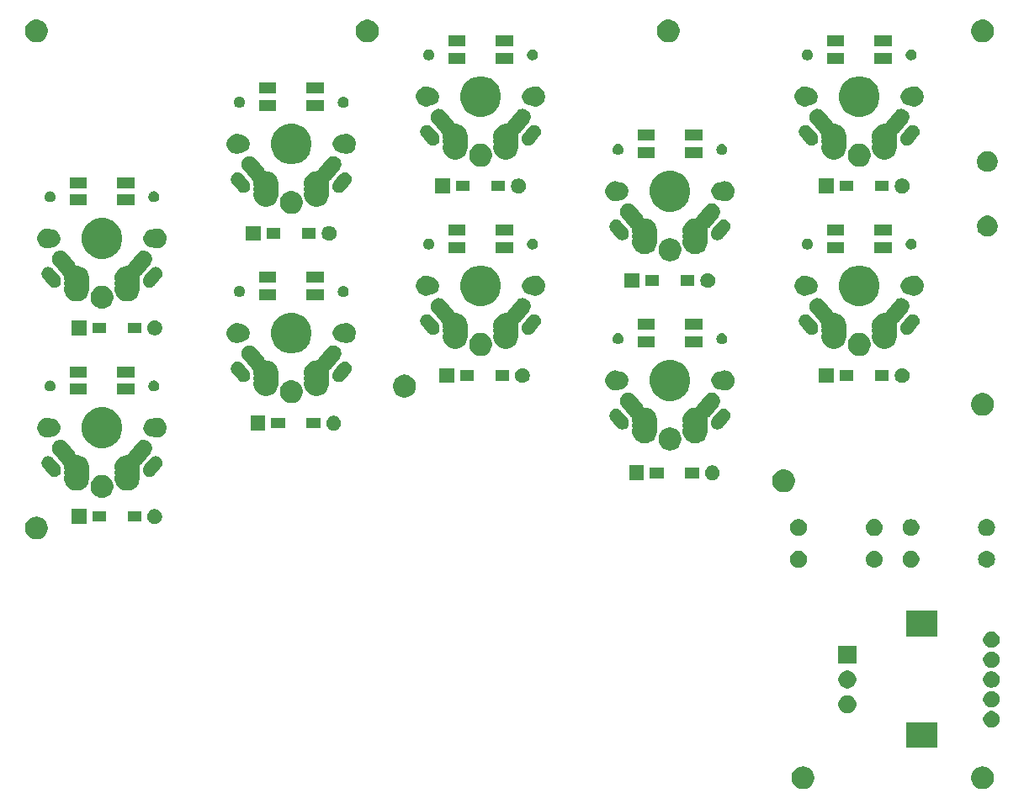
<source format=gbr>
G04 #@! TF.GenerationSoftware,KiCad,Pcbnew,(5.1.4)-1*
G04 #@! TF.CreationDate,2019-11-23T12:37:50+09:00*
G04 #@! TF.ProjectId,pps8,70707338-2e6b-4696-9361-645f70636258,rev?*
G04 #@! TF.SameCoordinates,Original*
G04 #@! TF.FileFunction,Soldermask,Bot*
G04 #@! TF.FilePolarity,Negative*
%FSLAX46Y46*%
G04 Gerber Fmt 4.6, Leading zero omitted, Abs format (unit mm)*
G04 Created by KiCad (PCBNEW (5.1.4)-1) date 2019-11-23 12:37:50*
%MOMM*%
%LPD*%
G04 APERTURE LIST*
%ADD10C,0.100000*%
G04 APERTURE END LIST*
D10*
G36*
X97824549Y-62171116D02*
G01*
X97935734Y-62193232D01*
X98145203Y-62279997D01*
X98333720Y-62405960D01*
X98494040Y-62566280D01*
X98620003Y-62754797D01*
X98706768Y-62964266D01*
X98751000Y-63186636D01*
X98751000Y-63413364D01*
X98706768Y-63635734D01*
X98620003Y-63845203D01*
X98494040Y-64033720D01*
X98333720Y-64194040D01*
X98145203Y-64320003D01*
X97935734Y-64406768D01*
X97824549Y-64428884D01*
X97713365Y-64451000D01*
X97486635Y-64451000D01*
X97375451Y-64428884D01*
X97264266Y-64406768D01*
X97054797Y-64320003D01*
X96866280Y-64194040D01*
X96705960Y-64033720D01*
X96579997Y-63845203D01*
X96493232Y-63635734D01*
X96449000Y-63413364D01*
X96449000Y-63186636D01*
X96493232Y-62964266D01*
X96579997Y-62754797D01*
X96705960Y-62566280D01*
X96866280Y-62405960D01*
X97054797Y-62279997D01*
X97264266Y-62193232D01*
X97375451Y-62171116D01*
X97486635Y-62149000D01*
X97713365Y-62149000D01*
X97824549Y-62171116D01*
X97824549Y-62171116D01*
G37*
G36*
X79774549Y-62171116D02*
G01*
X79885734Y-62193232D01*
X80095203Y-62279997D01*
X80283720Y-62405960D01*
X80444040Y-62566280D01*
X80570003Y-62754797D01*
X80656768Y-62964266D01*
X80701000Y-63186636D01*
X80701000Y-63413364D01*
X80656768Y-63635734D01*
X80570003Y-63845203D01*
X80444040Y-64033720D01*
X80283720Y-64194040D01*
X80095203Y-64320003D01*
X79885734Y-64406768D01*
X79774549Y-64428884D01*
X79663365Y-64451000D01*
X79436635Y-64451000D01*
X79325451Y-64428884D01*
X79214266Y-64406768D01*
X79004797Y-64320003D01*
X78816280Y-64194040D01*
X78655960Y-64033720D01*
X78529997Y-63845203D01*
X78443232Y-63635734D01*
X78399000Y-63413364D01*
X78399000Y-63186636D01*
X78443232Y-62964266D01*
X78529997Y-62754797D01*
X78655960Y-62566280D01*
X78816280Y-62405960D01*
X79004797Y-62279997D01*
X79214266Y-62193232D01*
X79325451Y-62171116D01*
X79436635Y-62149000D01*
X79663365Y-62149000D01*
X79774549Y-62171116D01*
X79774549Y-62171116D01*
G37*
G36*
X93051000Y-60301000D02*
G01*
X89949000Y-60301000D01*
X89949000Y-57699000D01*
X93051000Y-57699000D01*
X93051000Y-60301000D01*
X93051000Y-60301000D01*
G37*
G36*
X98740935Y-56605742D02*
G01*
X98891258Y-56668008D01*
X99026545Y-56758404D01*
X99141596Y-56873455D01*
X99231992Y-57008742D01*
X99294258Y-57159065D01*
X99326000Y-57318646D01*
X99326000Y-57481354D01*
X99294258Y-57640935D01*
X99231992Y-57791258D01*
X99141596Y-57926545D01*
X99026545Y-58041596D01*
X98891258Y-58131992D01*
X98740935Y-58194258D01*
X98581354Y-58226000D01*
X98418646Y-58226000D01*
X98259065Y-58194258D01*
X98108742Y-58131992D01*
X97973455Y-58041596D01*
X97858404Y-57926545D01*
X97768008Y-57791258D01*
X97705742Y-57640935D01*
X97674000Y-57481354D01*
X97674000Y-57318646D01*
X97705742Y-57159065D01*
X97768008Y-57008742D01*
X97858404Y-56873455D01*
X97973455Y-56758404D01*
X98108742Y-56668008D01*
X98259065Y-56605742D01*
X98418646Y-56574000D01*
X98581354Y-56574000D01*
X98740935Y-56605742D01*
X98740935Y-56605742D01*
G37*
G36*
X84113512Y-55003927D02*
G01*
X84262812Y-55033624D01*
X84426784Y-55101544D01*
X84574354Y-55200147D01*
X84699853Y-55325646D01*
X84798456Y-55473216D01*
X84866376Y-55637188D01*
X84901000Y-55811259D01*
X84901000Y-55988741D01*
X84866376Y-56162812D01*
X84798456Y-56326784D01*
X84699853Y-56474354D01*
X84574354Y-56599853D01*
X84426784Y-56698456D01*
X84262812Y-56766376D01*
X84113512Y-56796073D01*
X84088742Y-56801000D01*
X83911258Y-56801000D01*
X83886488Y-56796073D01*
X83737188Y-56766376D01*
X83573216Y-56698456D01*
X83425646Y-56599853D01*
X83300147Y-56474354D01*
X83201544Y-56326784D01*
X83133624Y-56162812D01*
X83099000Y-55988741D01*
X83099000Y-55811259D01*
X83133624Y-55637188D01*
X83201544Y-55473216D01*
X83300147Y-55325646D01*
X83425646Y-55200147D01*
X83573216Y-55101544D01*
X83737188Y-55033624D01*
X83886488Y-55003927D01*
X83911258Y-54999000D01*
X84088742Y-54999000D01*
X84113512Y-55003927D01*
X84113512Y-55003927D01*
G37*
G36*
X98740935Y-54605742D02*
G01*
X98891258Y-54668008D01*
X99026545Y-54758404D01*
X99141596Y-54873455D01*
X99231992Y-55008742D01*
X99294258Y-55159065D01*
X99326000Y-55318646D01*
X99326000Y-55481354D01*
X99294258Y-55640935D01*
X99231992Y-55791258D01*
X99141596Y-55926545D01*
X99026545Y-56041596D01*
X98891258Y-56131992D01*
X98740935Y-56194258D01*
X98581354Y-56226000D01*
X98418646Y-56226000D01*
X98259065Y-56194258D01*
X98108742Y-56131992D01*
X97973455Y-56041596D01*
X97858404Y-55926545D01*
X97768008Y-55791258D01*
X97705742Y-55640935D01*
X97674000Y-55481354D01*
X97674000Y-55318646D01*
X97705742Y-55159065D01*
X97768008Y-55008742D01*
X97858404Y-54873455D01*
X97973455Y-54758404D01*
X98108742Y-54668008D01*
X98259065Y-54605742D01*
X98418646Y-54574000D01*
X98581354Y-54574000D01*
X98740935Y-54605742D01*
X98740935Y-54605742D01*
G37*
G36*
X84113512Y-52503927D02*
G01*
X84262812Y-52533624D01*
X84426784Y-52601544D01*
X84574354Y-52700147D01*
X84699853Y-52825646D01*
X84798456Y-52973216D01*
X84866376Y-53137188D01*
X84901000Y-53311259D01*
X84901000Y-53488741D01*
X84866376Y-53662812D01*
X84798456Y-53826784D01*
X84699853Y-53974354D01*
X84574354Y-54099853D01*
X84426784Y-54198456D01*
X84262812Y-54266376D01*
X84113512Y-54296073D01*
X84088742Y-54301000D01*
X83911258Y-54301000D01*
X83886488Y-54296073D01*
X83737188Y-54266376D01*
X83573216Y-54198456D01*
X83425646Y-54099853D01*
X83300147Y-53974354D01*
X83201544Y-53826784D01*
X83133624Y-53662812D01*
X83099000Y-53488741D01*
X83099000Y-53311259D01*
X83133624Y-53137188D01*
X83201544Y-52973216D01*
X83300147Y-52825646D01*
X83425646Y-52700147D01*
X83573216Y-52601544D01*
X83737188Y-52533624D01*
X83886488Y-52503927D01*
X83911258Y-52499000D01*
X84088742Y-52499000D01*
X84113512Y-52503927D01*
X84113512Y-52503927D01*
G37*
G36*
X98740935Y-52605742D02*
G01*
X98891258Y-52668008D01*
X99026545Y-52758404D01*
X99141596Y-52873455D01*
X99231992Y-53008742D01*
X99294258Y-53159065D01*
X99326000Y-53318646D01*
X99326000Y-53481354D01*
X99294258Y-53640935D01*
X99231992Y-53791258D01*
X99141596Y-53926545D01*
X99026545Y-54041596D01*
X98891258Y-54131992D01*
X98740935Y-54194258D01*
X98581354Y-54226000D01*
X98418646Y-54226000D01*
X98259065Y-54194258D01*
X98108742Y-54131992D01*
X97973455Y-54041596D01*
X97858404Y-53926545D01*
X97768008Y-53791258D01*
X97705742Y-53640935D01*
X97674000Y-53481354D01*
X97674000Y-53318646D01*
X97705742Y-53159065D01*
X97768008Y-53008742D01*
X97858404Y-52873455D01*
X97973455Y-52758404D01*
X98108742Y-52668008D01*
X98259065Y-52605742D01*
X98418646Y-52574000D01*
X98581354Y-52574000D01*
X98740935Y-52605742D01*
X98740935Y-52605742D01*
G37*
G36*
X98740935Y-50605742D02*
G01*
X98891258Y-50668008D01*
X99026545Y-50758404D01*
X99141596Y-50873455D01*
X99231992Y-51008742D01*
X99294258Y-51159065D01*
X99326000Y-51318646D01*
X99326000Y-51481354D01*
X99294258Y-51640935D01*
X99231992Y-51791258D01*
X99141596Y-51926545D01*
X99026545Y-52041596D01*
X98891258Y-52131992D01*
X98740935Y-52194258D01*
X98581354Y-52226000D01*
X98418646Y-52226000D01*
X98259065Y-52194258D01*
X98108742Y-52131992D01*
X97973455Y-52041596D01*
X97858404Y-51926545D01*
X97768008Y-51791258D01*
X97705742Y-51640935D01*
X97674000Y-51481354D01*
X97674000Y-51318646D01*
X97705742Y-51159065D01*
X97768008Y-51008742D01*
X97858404Y-50873455D01*
X97973455Y-50758404D01*
X98108742Y-50668008D01*
X98259065Y-50605742D01*
X98418646Y-50574000D01*
X98581354Y-50574000D01*
X98740935Y-50605742D01*
X98740935Y-50605742D01*
G37*
G36*
X84901000Y-51801000D02*
G01*
X83099000Y-51801000D01*
X83099000Y-49999000D01*
X84901000Y-49999000D01*
X84901000Y-51801000D01*
X84901000Y-51801000D01*
G37*
G36*
X98740935Y-48605742D02*
G01*
X98891258Y-48668008D01*
X99026545Y-48758404D01*
X99141596Y-48873455D01*
X99231992Y-49008742D01*
X99294258Y-49159065D01*
X99326000Y-49318646D01*
X99326000Y-49481354D01*
X99294258Y-49640935D01*
X99231992Y-49791258D01*
X99141596Y-49926545D01*
X99026545Y-50041596D01*
X98891258Y-50131992D01*
X98740935Y-50194258D01*
X98581354Y-50226000D01*
X98418646Y-50226000D01*
X98259065Y-50194258D01*
X98108742Y-50131992D01*
X97973455Y-50041596D01*
X97858404Y-49926545D01*
X97768008Y-49791258D01*
X97705742Y-49640935D01*
X97674000Y-49481354D01*
X97674000Y-49318646D01*
X97705742Y-49159065D01*
X97768008Y-49008742D01*
X97858404Y-48873455D01*
X97973455Y-48758404D01*
X98108742Y-48668008D01*
X98259065Y-48605742D01*
X98418646Y-48574000D01*
X98581354Y-48574000D01*
X98740935Y-48605742D01*
X98740935Y-48605742D01*
G37*
G36*
X93051000Y-49101000D02*
G01*
X89949000Y-49101000D01*
X89949000Y-46499000D01*
X93051000Y-46499000D01*
X93051000Y-49101000D01*
X93051000Y-49101000D01*
G37*
G36*
X90648228Y-40481703D02*
G01*
X90803100Y-40545853D01*
X90942481Y-40638985D01*
X91061015Y-40757519D01*
X91154147Y-40896900D01*
X91218297Y-41051772D01*
X91251000Y-41216184D01*
X91251000Y-41383816D01*
X91218297Y-41548228D01*
X91154147Y-41703100D01*
X91061015Y-41842481D01*
X90942481Y-41961015D01*
X90803100Y-42054147D01*
X90648228Y-42118297D01*
X90483816Y-42151000D01*
X90316184Y-42151000D01*
X90151772Y-42118297D01*
X89996900Y-42054147D01*
X89857519Y-41961015D01*
X89738985Y-41842481D01*
X89645853Y-41703100D01*
X89581703Y-41548228D01*
X89549000Y-41383816D01*
X89549000Y-41216184D01*
X89581703Y-41051772D01*
X89645853Y-40896900D01*
X89738985Y-40757519D01*
X89857519Y-40638985D01*
X89996900Y-40545853D01*
X90151772Y-40481703D01*
X90316184Y-40449000D01*
X90483816Y-40449000D01*
X90648228Y-40481703D01*
X90648228Y-40481703D01*
G37*
G36*
X79348228Y-40481703D02*
G01*
X79503100Y-40545853D01*
X79642481Y-40638985D01*
X79761015Y-40757519D01*
X79854147Y-40896900D01*
X79918297Y-41051772D01*
X79951000Y-41216184D01*
X79951000Y-41383816D01*
X79918297Y-41548228D01*
X79854147Y-41703100D01*
X79761015Y-41842481D01*
X79642481Y-41961015D01*
X79503100Y-42054147D01*
X79348228Y-42118297D01*
X79183816Y-42151000D01*
X79016184Y-42151000D01*
X78851772Y-42118297D01*
X78696900Y-42054147D01*
X78557519Y-41961015D01*
X78438985Y-41842481D01*
X78345853Y-41703100D01*
X78281703Y-41548228D01*
X78249000Y-41383816D01*
X78249000Y-41216184D01*
X78281703Y-41051772D01*
X78345853Y-40896900D01*
X78438985Y-40757519D01*
X78557519Y-40638985D01*
X78696900Y-40545853D01*
X78851772Y-40481703D01*
X79016184Y-40449000D01*
X79183816Y-40449000D01*
X79348228Y-40481703D01*
X79348228Y-40481703D01*
G37*
G36*
X86886823Y-40461313D02*
G01*
X87047242Y-40509976D01*
X87114361Y-40545852D01*
X87195078Y-40588996D01*
X87324659Y-40695341D01*
X87431004Y-40824922D01*
X87431005Y-40824924D01*
X87510024Y-40972758D01*
X87558687Y-41133177D01*
X87575117Y-41300000D01*
X87558687Y-41466823D01*
X87510024Y-41627242D01*
X87469477Y-41703100D01*
X87431004Y-41775078D01*
X87324659Y-41904659D01*
X87195078Y-42011004D01*
X87195076Y-42011005D01*
X87047242Y-42090024D01*
X86886823Y-42138687D01*
X86761804Y-42151000D01*
X86678196Y-42151000D01*
X86553177Y-42138687D01*
X86392758Y-42090024D01*
X86244924Y-42011005D01*
X86244922Y-42011004D01*
X86115341Y-41904659D01*
X86008996Y-41775078D01*
X85970523Y-41703100D01*
X85929976Y-41627242D01*
X85881313Y-41466823D01*
X85864883Y-41300000D01*
X85881313Y-41133177D01*
X85929976Y-40972758D01*
X86008995Y-40824924D01*
X86008996Y-40824922D01*
X86115341Y-40695341D01*
X86244922Y-40588996D01*
X86325639Y-40545852D01*
X86392758Y-40509976D01*
X86553177Y-40461313D01*
X86678196Y-40449000D01*
X86761804Y-40449000D01*
X86886823Y-40461313D01*
X86886823Y-40461313D01*
G37*
G36*
X98186823Y-40461313D02*
G01*
X98347242Y-40509976D01*
X98414361Y-40545852D01*
X98495078Y-40588996D01*
X98624659Y-40695341D01*
X98731004Y-40824922D01*
X98731005Y-40824924D01*
X98810024Y-40972758D01*
X98858687Y-41133177D01*
X98875117Y-41300000D01*
X98858687Y-41466823D01*
X98810024Y-41627242D01*
X98769477Y-41703100D01*
X98731004Y-41775078D01*
X98624659Y-41904659D01*
X98495078Y-42011004D01*
X98495076Y-42011005D01*
X98347242Y-42090024D01*
X98186823Y-42138687D01*
X98061804Y-42151000D01*
X97978196Y-42151000D01*
X97853177Y-42138687D01*
X97692758Y-42090024D01*
X97544924Y-42011005D01*
X97544922Y-42011004D01*
X97415341Y-41904659D01*
X97308996Y-41775078D01*
X97270523Y-41703100D01*
X97229976Y-41627242D01*
X97181313Y-41466823D01*
X97164883Y-41300000D01*
X97181313Y-41133177D01*
X97229976Y-40972758D01*
X97308995Y-40824924D01*
X97308996Y-40824922D01*
X97415341Y-40695341D01*
X97544922Y-40588996D01*
X97625639Y-40545852D01*
X97692758Y-40509976D01*
X97853177Y-40461313D01*
X97978196Y-40449000D01*
X98061804Y-40449000D01*
X98186823Y-40461313D01*
X98186823Y-40461313D01*
G37*
G36*
X2624549Y-37021116D02*
G01*
X2735734Y-37043232D01*
X2945203Y-37129997D01*
X3133720Y-37255960D01*
X3294040Y-37416280D01*
X3420003Y-37604797D01*
X3506768Y-37814266D01*
X3551000Y-38036636D01*
X3551000Y-38263364D01*
X3506768Y-38485734D01*
X3420003Y-38695203D01*
X3294040Y-38883720D01*
X3133720Y-39044040D01*
X2945203Y-39170003D01*
X2735734Y-39256768D01*
X2624549Y-39278884D01*
X2513365Y-39301000D01*
X2286635Y-39301000D01*
X2175451Y-39278884D01*
X2064266Y-39256768D01*
X1854797Y-39170003D01*
X1666280Y-39044040D01*
X1505960Y-38883720D01*
X1379997Y-38695203D01*
X1293232Y-38485734D01*
X1249000Y-38263364D01*
X1249000Y-38036636D01*
X1293232Y-37814266D01*
X1379997Y-37604797D01*
X1505960Y-37416280D01*
X1666280Y-37255960D01*
X1854797Y-37129997D01*
X2064266Y-37043232D01*
X2175451Y-37021116D01*
X2286635Y-36999000D01*
X2513365Y-36999000D01*
X2624549Y-37021116D01*
X2624549Y-37021116D01*
G37*
G36*
X90648228Y-37281703D02*
G01*
X90803100Y-37345853D01*
X90942481Y-37438985D01*
X91061015Y-37557519D01*
X91154147Y-37696900D01*
X91218297Y-37851772D01*
X91251000Y-38016184D01*
X91251000Y-38183816D01*
X91218297Y-38348228D01*
X91154147Y-38503100D01*
X91061015Y-38642481D01*
X90942481Y-38761015D01*
X90803100Y-38854147D01*
X90648228Y-38918297D01*
X90483816Y-38951000D01*
X90316184Y-38951000D01*
X90151772Y-38918297D01*
X89996900Y-38854147D01*
X89857519Y-38761015D01*
X89738985Y-38642481D01*
X89645853Y-38503100D01*
X89581703Y-38348228D01*
X89549000Y-38183816D01*
X89549000Y-38016184D01*
X89581703Y-37851772D01*
X89645853Y-37696900D01*
X89738985Y-37557519D01*
X89857519Y-37438985D01*
X89996900Y-37345853D01*
X90151772Y-37281703D01*
X90316184Y-37249000D01*
X90483816Y-37249000D01*
X90648228Y-37281703D01*
X90648228Y-37281703D01*
G37*
G36*
X79348228Y-37281703D02*
G01*
X79503100Y-37345853D01*
X79642481Y-37438985D01*
X79761015Y-37557519D01*
X79854147Y-37696900D01*
X79918297Y-37851772D01*
X79951000Y-38016184D01*
X79951000Y-38183816D01*
X79918297Y-38348228D01*
X79854147Y-38503100D01*
X79761015Y-38642481D01*
X79642481Y-38761015D01*
X79503100Y-38854147D01*
X79348228Y-38918297D01*
X79183816Y-38951000D01*
X79016184Y-38951000D01*
X78851772Y-38918297D01*
X78696900Y-38854147D01*
X78557519Y-38761015D01*
X78438985Y-38642481D01*
X78345853Y-38503100D01*
X78281703Y-38348228D01*
X78249000Y-38183816D01*
X78249000Y-38016184D01*
X78281703Y-37851772D01*
X78345853Y-37696900D01*
X78438985Y-37557519D01*
X78557519Y-37438985D01*
X78696900Y-37345853D01*
X78851772Y-37281703D01*
X79016184Y-37249000D01*
X79183816Y-37249000D01*
X79348228Y-37281703D01*
X79348228Y-37281703D01*
G37*
G36*
X86886823Y-37261313D02*
G01*
X87047242Y-37309976D01*
X87114361Y-37345852D01*
X87195078Y-37388996D01*
X87324659Y-37495341D01*
X87431004Y-37624922D01*
X87431005Y-37624924D01*
X87510024Y-37772758D01*
X87558687Y-37933177D01*
X87575117Y-38100000D01*
X87558687Y-38266823D01*
X87510024Y-38427242D01*
X87469477Y-38503100D01*
X87431004Y-38575078D01*
X87324659Y-38704659D01*
X87195078Y-38811004D01*
X87195076Y-38811005D01*
X87047242Y-38890024D01*
X86886823Y-38938687D01*
X86761804Y-38951000D01*
X86678196Y-38951000D01*
X86553177Y-38938687D01*
X86392758Y-38890024D01*
X86244924Y-38811005D01*
X86244922Y-38811004D01*
X86115341Y-38704659D01*
X86008996Y-38575078D01*
X85970523Y-38503100D01*
X85929976Y-38427242D01*
X85881313Y-38266823D01*
X85864883Y-38100000D01*
X85881313Y-37933177D01*
X85929976Y-37772758D01*
X86008995Y-37624924D01*
X86008996Y-37624922D01*
X86115341Y-37495341D01*
X86244922Y-37388996D01*
X86325639Y-37345852D01*
X86392758Y-37309976D01*
X86553177Y-37261313D01*
X86678196Y-37249000D01*
X86761804Y-37249000D01*
X86886823Y-37261313D01*
X86886823Y-37261313D01*
G37*
G36*
X98186823Y-37261313D02*
G01*
X98347242Y-37309976D01*
X98414361Y-37345852D01*
X98495078Y-37388996D01*
X98624659Y-37495341D01*
X98731004Y-37624922D01*
X98731005Y-37624924D01*
X98810024Y-37772758D01*
X98858687Y-37933177D01*
X98875117Y-38100000D01*
X98858687Y-38266823D01*
X98810024Y-38427242D01*
X98769477Y-38503100D01*
X98731004Y-38575078D01*
X98624659Y-38704659D01*
X98495078Y-38811004D01*
X98495076Y-38811005D01*
X98347242Y-38890024D01*
X98186823Y-38938687D01*
X98061804Y-38951000D01*
X97978196Y-38951000D01*
X97853177Y-38938687D01*
X97692758Y-38890024D01*
X97544924Y-38811005D01*
X97544922Y-38811004D01*
X97415341Y-38704659D01*
X97308996Y-38575078D01*
X97270523Y-38503100D01*
X97229976Y-38427242D01*
X97181313Y-38266823D01*
X97164883Y-38100000D01*
X97181313Y-37933177D01*
X97229976Y-37772758D01*
X97308995Y-37624924D01*
X97308996Y-37624922D01*
X97415341Y-37495341D01*
X97544922Y-37388996D01*
X97625639Y-37345852D01*
X97692758Y-37309976D01*
X97853177Y-37261313D01*
X97978196Y-37249000D01*
X98061804Y-37249000D01*
X98186823Y-37261313D01*
X98186823Y-37261313D01*
G37*
G36*
X14404425Y-36254599D02*
G01*
X14528621Y-36279302D01*
X14665022Y-36335801D01*
X14787779Y-36417825D01*
X14892175Y-36522221D01*
X14974199Y-36644978D01*
X15030698Y-36781379D01*
X15059500Y-36926181D01*
X15059500Y-37073819D01*
X15030698Y-37218621D01*
X14974199Y-37355022D01*
X14892175Y-37477779D01*
X14787779Y-37582175D01*
X14665022Y-37664199D01*
X14528621Y-37720698D01*
X14404425Y-37745401D01*
X14383820Y-37749500D01*
X14236180Y-37749500D01*
X14215575Y-37745401D01*
X14091379Y-37720698D01*
X13954978Y-37664199D01*
X13832221Y-37582175D01*
X13727825Y-37477779D01*
X13645801Y-37355022D01*
X13589302Y-37218621D01*
X13560500Y-37073819D01*
X13560500Y-36926181D01*
X13589302Y-36781379D01*
X13645801Y-36644978D01*
X13727825Y-36522221D01*
X13832221Y-36417825D01*
X13954978Y-36335801D01*
X14091379Y-36279302D01*
X14215575Y-36254599D01*
X14236180Y-36250500D01*
X14383820Y-36250500D01*
X14404425Y-36254599D01*
X14404425Y-36254599D01*
G37*
G36*
X7439500Y-37749500D02*
G01*
X5940500Y-37749500D01*
X5940500Y-36250500D01*
X7439500Y-36250500D01*
X7439500Y-37749500D01*
X7439500Y-37749500D01*
G37*
G36*
X12976000Y-37526000D02*
G01*
X11574000Y-37526000D01*
X11574000Y-36474000D01*
X12976000Y-36474000D01*
X12976000Y-37526000D01*
X12976000Y-37526000D01*
G37*
G36*
X9426000Y-37526000D02*
G01*
X8024000Y-37526000D01*
X8024000Y-36474000D01*
X9426000Y-36474000D01*
X9426000Y-37526000D01*
X9426000Y-37526000D01*
G37*
G36*
X9212001Y-32818620D02*
G01*
X9335734Y-32843232D01*
X9545203Y-32929997D01*
X9733720Y-33055960D01*
X9894040Y-33216280D01*
X10020003Y-33404797D01*
X10106768Y-33614266D01*
X10151000Y-33836636D01*
X10151000Y-34063364D01*
X10106768Y-34285734D01*
X10020003Y-34495203D01*
X9894040Y-34683720D01*
X9733720Y-34844040D01*
X9545203Y-34970003D01*
X9335734Y-35056768D01*
X9224549Y-35078884D01*
X9113365Y-35101000D01*
X8886635Y-35101000D01*
X8775451Y-35078884D01*
X8664266Y-35056768D01*
X8454797Y-34970003D01*
X8266280Y-34844040D01*
X8105960Y-34683720D01*
X7979997Y-34495203D01*
X7893232Y-34285734D01*
X7849000Y-34063364D01*
X7849000Y-33836636D01*
X7893232Y-33614266D01*
X7979997Y-33404797D01*
X8105960Y-33216280D01*
X8266280Y-33055960D01*
X8454797Y-32929997D01*
X8664266Y-32843232D01*
X8787999Y-32818620D01*
X8886635Y-32799000D01*
X9113365Y-32799000D01*
X9212001Y-32818620D01*
X9212001Y-32818620D01*
G37*
G36*
X77824549Y-32271116D02*
G01*
X77935734Y-32293232D01*
X78010946Y-32324386D01*
X78128490Y-32373074D01*
X78145203Y-32379997D01*
X78333720Y-32505960D01*
X78494040Y-32666280D01*
X78620003Y-32854797D01*
X78706768Y-33064266D01*
X78728884Y-33175451D01*
X78744295Y-33252925D01*
X78751000Y-33286636D01*
X78751000Y-33513364D01*
X78706768Y-33735734D01*
X78620003Y-33945203D01*
X78494040Y-34133720D01*
X78333720Y-34294040D01*
X78145203Y-34420003D01*
X77935734Y-34506768D01*
X77824549Y-34528884D01*
X77713365Y-34551000D01*
X77486635Y-34551000D01*
X77375451Y-34528884D01*
X77264266Y-34506768D01*
X77054797Y-34420003D01*
X76866280Y-34294040D01*
X76705960Y-34133720D01*
X76579997Y-33945203D01*
X76493232Y-33735734D01*
X76449000Y-33513364D01*
X76449000Y-33286636D01*
X76455706Y-33252925D01*
X76471116Y-33175451D01*
X76493232Y-33064266D01*
X76579997Y-32854797D01*
X76705960Y-32666280D01*
X76866280Y-32505960D01*
X77054797Y-32379997D01*
X77071511Y-32373074D01*
X77189054Y-32324386D01*
X77264266Y-32293232D01*
X77375451Y-32271116D01*
X77486635Y-32249000D01*
X77713365Y-32249000D01*
X77824549Y-32271116D01*
X77824549Y-32271116D01*
G37*
G36*
X13247867Y-29285568D02*
G01*
X13302101Y-29286160D01*
X13344497Y-29295075D01*
X13461325Y-29319641D01*
X13610960Y-29383543D01*
X13728462Y-29463922D01*
X13745252Y-29475408D01*
X13859042Y-29591708D01*
X13947957Y-29727973D01*
X14008579Y-29878965D01*
X14038579Y-30038883D01*
X14036804Y-30201581D01*
X14003323Y-30360806D01*
X13939421Y-30510441D01*
X13870574Y-30611085D01*
X13014931Y-31630800D01*
X12927772Y-31716078D01*
X12840388Y-31773097D01*
X12821281Y-31788433D01*
X12805530Y-31807204D01*
X12793744Y-31828687D01*
X12786375Y-31852057D01*
X12783707Y-31876416D01*
X12786101Y-31902160D01*
X12791000Y-31926787D01*
X12791000Y-32173214D01*
X12770631Y-32275614D01*
X12768229Y-32300000D01*
X12770631Y-32324386D01*
X12791000Y-32426786D01*
X12791000Y-32673214D01*
X12762675Y-32815614D01*
X12760273Y-32840000D01*
X12762675Y-32864386D01*
X12791000Y-33006786D01*
X12791000Y-33253214D01*
X12742925Y-33494903D01*
X12675111Y-33658622D01*
X12648622Y-33722571D01*
X12511715Y-33927466D01*
X12337466Y-34101715D01*
X12132571Y-34238622D01*
X12132570Y-34238623D01*
X12132569Y-34238623D01*
X11904903Y-34332925D01*
X11663214Y-34381000D01*
X11416786Y-34381000D01*
X11175097Y-34332925D01*
X10947431Y-34238623D01*
X10947430Y-34238623D01*
X10947429Y-34238622D01*
X10742534Y-34101715D01*
X10568285Y-33927466D01*
X10431378Y-33722571D01*
X10404890Y-33658622D01*
X10337075Y-33494903D01*
X10289000Y-33253214D01*
X10289000Y-33006786D01*
X10317325Y-32864386D01*
X10319727Y-32840000D01*
X10317325Y-32815614D01*
X10289000Y-32673214D01*
X10289000Y-32426786D01*
X10309369Y-32324386D01*
X10311771Y-32300000D01*
X10309369Y-32275614D01*
X10289000Y-32173214D01*
X10289000Y-31926786D01*
X10337075Y-31685097D01*
X10431377Y-31457431D01*
X10442103Y-31441378D01*
X10568285Y-31252534D01*
X10742534Y-31078285D01*
X10947429Y-30941378D01*
X10954865Y-30938298D01*
X11175097Y-30847075D01*
X11416786Y-30799000D01*
X11542762Y-30799000D01*
X11567148Y-30796598D01*
X11590597Y-30789485D01*
X11612208Y-30777934D01*
X11631150Y-30762389D01*
X11646695Y-30743447D01*
X11657717Y-30723094D01*
X11662990Y-30710746D01*
X11680579Y-30669560D01*
X11749426Y-30568916D01*
X12605068Y-29549200D01*
X12692227Y-29463922D01*
X12828492Y-29375007D01*
X12979484Y-29314385D01*
X13059443Y-29299385D01*
X13139400Y-29284385D01*
X13139402Y-29284385D01*
X13247867Y-29285568D01*
X13247867Y-29285568D01*
G37*
G36*
X4940556Y-29299385D02*
G01*
X5020515Y-29314385D01*
X5171507Y-29375007D01*
X5307772Y-29463922D01*
X5394931Y-29549200D01*
X6250574Y-30568915D01*
X6250578Y-30568921D01*
X6319421Y-30669559D01*
X6342283Y-30723093D01*
X6354069Y-30744576D01*
X6369820Y-30763348D01*
X6388930Y-30778685D01*
X6410666Y-30790000D01*
X6434191Y-30796857D01*
X6457238Y-30799000D01*
X6583214Y-30799000D01*
X6824903Y-30847075D01*
X7045136Y-30938298D01*
X7052571Y-30941378D01*
X7257466Y-31078285D01*
X7431715Y-31252534D01*
X7557897Y-31441378D01*
X7568623Y-31457431D01*
X7662925Y-31685097D01*
X7711000Y-31926786D01*
X7711000Y-32173214D01*
X7690631Y-32275614D01*
X7688229Y-32300000D01*
X7690631Y-32324386D01*
X7711000Y-32426786D01*
X7711000Y-32673214D01*
X7682675Y-32815614D01*
X7680273Y-32840000D01*
X7682675Y-32864386D01*
X7711000Y-33006786D01*
X7711000Y-33253214D01*
X7662925Y-33494903D01*
X7595111Y-33658622D01*
X7568622Y-33722571D01*
X7431715Y-33927466D01*
X7257466Y-34101715D01*
X7052571Y-34238622D01*
X7052570Y-34238623D01*
X7052569Y-34238623D01*
X6824903Y-34332925D01*
X6583214Y-34381000D01*
X6336786Y-34381000D01*
X6095097Y-34332925D01*
X5867431Y-34238623D01*
X5867430Y-34238623D01*
X5867429Y-34238622D01*
X5662534Y-34101715D01*
X5488285Y-33927466D01*
X5351378Y-33722571D01*
X5324890Y-33658622D01*
X5257075Y-33494903D01*
X5209000Y-33253214D01*
X5209000Y-33006786D01*
X5237325Y-32864386D01*
X5239727Y-32840000D01*
X5237325Y-32815614D01*
X5209000Y-32673214D01*
X5209000Y-32426786D01*
X5229369Y-32324386D01*
X5231771Y-32300000D01*
X5229369Y-32275614D01*
X5209000Y-32173214D01*
X5209000Y-31926785D01*
X5213897Y-31902164D01*
X5216299Y-31877777D01*
X5213897Y-31853391D01*
X5206783Y-31829942D01*
X5195232Y-31808332D01*
X5179687Y-31789390D01*
X5159611Y-31773097D01*
X5072227Y-31716078D01*
X4985068Y-31630800D01*
X4129426Y-30611084D01*
X4060579Y-30510440D01*
X3996678Y-30360808D01*
X3996678Y-30360807D01*
X3996677Y-30360805D01*
X3975346Y-30259362D01*
X3963196Y-30201581D01*
X3961421Y-30038881D01*
X3991421Y-29878967D01*
X3991421Y-29878965D01*
X4052043Y-29727973D01*
X4140958Y-29591708D01*
X4254748Y-29475408D01*
X4271539Y-29463922D01*
X4389040Y-29383543D01*
X4538672Y-29319642D01*
X4538673Y-29319642D01*
X4538675Y-29319641D01*
X4640118Y-29298310D01*
X4697899Y-29286160D01*
X4752132Y-29285568D01*
X4860597Y-29284385D01*
X4860599Y-29284385D01*
X4940556Y-29299385D01*
X4940556Y-29299385D01*
G37*
G36*
X70504425Y-31854599D02*
G01*
X70628621Y-31879302D01*
X70765022Y-31935801D01*
X70887779Y-32017825D01*
X70992175Y-32122221D01*
X71074199Y-32244978D01*
X71130698Y-32381379D01*
X71159500Y-32526181D01*
X71159500Y-32673819D01*
X71130698Y-32818621D01*
X71074199Y-32955022D01*
X70992175Y-33077779D01*
X70887779Y-33182175D01*
X70765022Y-33264199D01*
X70628621Y-33320698D01*
X70504425Y-33345401D01*
X70483820Y-33349500D01*
X70336180Y-33349500D01*
X70315575Y-33345401D01*
X70191379Y-33320698D01*
X70054978Y-33264199D01*
X69932221Y-33182175D01*
X69827825Y-33077779D01*
X69745801Y-32955022D01*
X69689302Y-32818621D01*
X69660500Y-32673819D01*
X69660500Y-32526181D01*
X69689302Y-32381379D01*
X69745801Y-32244978D01*
X69827825Y-32122221D01*
X69932221Y-32017825D01*
X70054978Y-31935801D01*
X70191379Y-31879302D01*
X70315575Y-31854599D01*
X70336180Y-31850500D01*
X70483820Y-31850500D01*
X70504425Y-31854599D01*
X70504425Y-31854599D01*
G37*
G36*
X63539500Y-33349500D02*
G01*
X62040500Y-33349500D01*
X62040500Y-31850500D01*
X63539500Y-31850500D01*
X63539500Y-33349500D01*
X63539500Y-33349500D01*
G37*
G36*
X65526000Y-33126000D02*
G01*
X64124000Y-33126000D01*
X64124000Y-32074000D01*
X65526000Y-32074000D01*
X65526000Y-33126000D01*
X65526000Y-33126000D01*
G37*
G36*
X69076000Y-33126000D02*
G01*
X67674000Y-33126000D01*
X67674000Y-32074000D01*
X69076000Y-32074000D01*
X69076000Y-33126000D01*
X69076000Y-33126000D01*
G37*
G36*
X3749540Y-30927391D02*
G01*
X3784755Y-30933997D01*
X3784757Y-30933998D01*
X3784758Y-30933998D01*
X3908326Y-30983608D01*
X3965844Y-31021139D01*
X4019847Y-31056377D01*
X4054371Y-31090156D01*
X4091178Y-31126169D01*
X4317634Y-31396049D01*
X4744511Y-31904780D01*
X4744513Y-31904783D01*
X4800860Y-31987152D01*
X4853155Y-32109607D01*
X4880556Y-32239919D01*
X4882009Y-32373075D01*
X4857457Y-32503951D01*
X4807845Y-32627521D01*
X4735076Y-32739043D01*
X4641951Y-32834221D01*
X4641950Y-32834222D01*
X4611870Y-32854799D01*
X4532042Y-32909407D01*
X4409586Y-32961702D01*
X4279275Y-32989103D01*
X4146119Y-32990556D01*
X4015244Y-32966004D01*
X3891671Y-32916391D01*
X3780150Y-32843622D01*
X3708826Y-32773837D01*
X3679630Y-32739042D01*
X3055489Y-31995219D01*
X3055484Y-31995213D01*
X2999142Y-31912850D01*
X2946845Y-31790391D01*
X2919445Y-31660081D01*
X2919444Y-31660078D01*
X2918552Y-31578285D01*
X2917991Y-31526926D01*
X2942545Y-31396049D01*
X2942545Y-31396047D01*
X2992155Y-31272479D01*
X3029686Y-31214961D01*
X3064924Y-31160958D01*
X3158050Y-31065778D01*
X3158052Y-31065776D01*
X3267955Y-30990595D01*
X3390414Y-30938298D01*
X3459807Y-30923707D01*
X3520727Y-30910897D01*
X3586559Y-30910179D01*
X3653879Y-30909444D01*
X3749540Y-30927391D01*
X3749540Y-30927391D01*
G37*
G36*
X14479275Y-30910897D02*
G01*
X14609586Y-30938298D01*
X14732042Y-30990593D01*
X14732045Y-30990595D01*
X14828209Y-31056378D01*
X14841951Y-31065779D01*
X14935076Y-31160957D01*
X15007845Y-31272479D01*
X15057457Y-31396049D01*
X15082009Y-31526925D01*
X15080556Y-31660081D01*
X15053155Y-31790393D01*
X15000860Y-31912848D01*
X14985158Y-31935801D01*
X14944511Y-31995220D01*
X14807683Y-32158285D01*
X14291178Y-32773831D01*
X14254371Y-32809844D01*
X14219847Y-32843623D01*
X14165844Y-32878861D01*
X14108326Y-32916392D01*
X13984758Y-32966002D01*
X13984757Y-32966002D01*
X13984755Y-32966003D01*
X13949540Y-32972609D01*
X13853879Y-32990556D01*
X13786559Y-32989821D01*
X13720727Y-32989103D01*
X13659807Y-32976293D01*
X13590414Y-32961702D01*
X13467955Y-32909405D01*
X13358052Y-32834224D01*
X13323588Y-32799000D01*
X13264924Y-32739042D01*
X13217446Y-32666280D01*
X13192155Y-32627521D01*
X13142545Y-32503953D01*
X13142545Y-32503952D01*
X13142544Y-32503950D01*
X13135938Y-32468735D01*
X13117991Y-32373074D01*
X13119055Y-32275614D01*
X13119444Y-32239922D01*
X13136610Y-32158285D01*
X13146845Y-32109609D01*
X13199142Y-31987150D01*
X13255484Y-31904787D01*
X13339221Y-31804993D01*
X13908819Y-31126171D01*
X13908821Y-31126169D01*
X13908826Y-31126163D01*
X13980150Y-31056378D01*
X14091671Y-30983609D01*
X14215244Y-30933996D01*
X14346119Y-30909444D01*
X14479275Y-30910897D01*
X14479275Y-30910897D01*
G37*
G36*
X66374549Y-28058616D02*
G01*
X66485734Y-28080732D01*
X66695203Y-28167497D01*
X66883720Y-28293460D01*
X67044040Y-28453780D01*
X67158013Y-28624353D01*
X67170004Y-28642299D01*
X67172471Y-28648255D01*
X67256768Y-28851766D01*
X67301000Y-29074136D01*
X67301000Y-29300864D01*
X67256768Y-29523234D01*
X67170003Y-29732703D01*
X67044040Y-29921220D01*
X66883720Y-30081540D01*
X66695203Y-30207503D01*
X66485734Y-30294268D01*
X66374549Y-30316384D01*
X66263365Y-30338500D01*
X66036635Y-30338500D01*
X65925451Y-30316384D01*
X65814266Y-30294268D01*
X65604797Y-30207503D01*
X65416280Y-30081540D01*
X65255960Y-29921220D01*
X65129997Y-29732703D01*
X65043232Y-29523234D01*
X64999000Y-29300864D01*
X64999000Y-29074136D01*
X65043232Y-28851766D01*
X65127529Y-28648255D01*
X65129996Y-28642299D01*
X65141987Y-28624353D01*
X65255960Y-28453780D01*
X65416280Y-28293460D01*
X65604797Y-28167497D01*
X65814266Y-28080732D01*
X65925451Y-28058616D01*
X66036635Y-28036500D01*
X66263365Y-28036500D01*
X66374549Y-28058616D01*
X66374549Y-28058616D01*
G37*
G36*
X9598254Y-26077818D02*
G01*
X9961050Y-26228093D01*
X9971513Y-26232427D01*
X10307436Y-26456884D01*
X10593116Y-26742564D01*
X10795754Y-27045832D01*
X10817574Y-27078489D01*
X10972182Y-27451746D01*
X11051000Y-27847993D01*
X11051000Y-28252007D01*
X10972182Y-28648254D01*
X10843024Y-28960069D01*
X10817573Y-29021513D01*
X10593116Y-29357436D01*
X10307436Y-29643116D01*
X9971513Y-29867573D01*
X9971512Y-29867574D01*
X9971511Y-29867574D01*
X9598254Y-30022182D01*
X9202007Y-30101000D01*
X8797993Y-30101000D01*
X8401746Y-30022182D01*
X8028489Y-29867574D01*
X8028488Y-29867574D01*
X8028487Y-29867573D01*
X7692564Y-29643116D01*
X7406884Y-29357436D01*
X7182427Y-29021513D01*
X7156976Y-28960069D01*
X7027818Y-28648254D01*
X6949000Y-28252007D01*
X6949000Y-27847993D01*
X7027818Y-27451746D01*
X7182426Y-27078489D01*
X7204247Y-27045832D01*
X7406884Y-26742564D01*
X7692564Y-26456884D01*
X8028487Y-26232427D01*
X8038950Y-26228093D01*
X8401746Y-26077818D01*
X8797993Y-25999000D01*
X9202007Y-25999000D01*
X9598254Y-26077818D01*
X9598254Y-26077818D01*
G37*
G36*
X62090556Y-24536885D02*
G01*
X62170515Y-24551885D01*
X62321507Y-24612507D01*
X62457772Y-24701422D01*
X62544931Y-24786700D01*
X63400574Y-25806415D01*
X63405328Y-25813365D01*
X63469421Y-25907059D01*
X63492283Y-25960593D01*
X63504069Y-25982076D01*
X63519820Y-26000848D01*
X63538930Y-26016185D01*
X63560666Y-26027500D01*
X63584191Y-26034357D01*
X63607238Y-26036500D01*
X63733214Y-26036500D01*
X63974903Y-26084575D01*
X64195136Y-26175798D01*
X64202571Y-26178878D01*
X64407466Y-26315785D01*
X64581715Y-26490034D01*
X64707897Y-26678878D01*
X64718623Y-26694931D01*
X64812925Y-26922597D01*
X64861000Y-27164286D01*
X64861000Y-27410714D01*
X64840631Y-27513114D01*
X64838229Y-27537500D01*
X64840631Y-27561884D01*
X64843409Y-27575851D01*
X64861000Y-27664286D01*
X64861000Y-27910714D01*
X64832675Y-28053114D01*
X64830273Y-28077500D01*
X64832675Y-28101886D01*
X64861000Y-28244286D01*
X64861000Y-28490714D01*
X64812925Y-28732403D01*
X64721385Y-28953402D01*
X64718622Y-28960071D01*
X64581715Y-29164966D01*
X64407466Y-29339215D01*
X64202571Y-29476122D01*
X64202570Y-29476123D01*
X64202569Y-29476123D01*
X63974903Y-29570425D01*
X63733214Y-29618500D01*
X63486786Y-29618500D01*
X63245097Y-29570425D01*
X63017431Y-29476123D01*
X63017430Y-29476123D01*
X63017429Y-29476122D01*
X62812534Y-29339215D01*
X62638285Y-29164966D01*
X62501378Y-28960071D01*
X62498616Y-28953402D01*
X62407075Y-28732403D01*
X62359000Y-28490714D01*
X62359000Y-28244286D01*
X62387325Y-28101886D01*
X62389727Y-28077500D01*
X62387325Y-28053114D01*
X62359000Y-27910714D01*
X62359000Y-27664286D01*
X62376591Y-27575851D01*
X62379369Y-27561884D01*
X62381771Y-27537500D01*
X62379369Y-27513114D01*
X62359000Y-27410714D01*
X62359000Y-27164285D01*
X62363897Y-27139664D01*
X62366299Y-27115277D01*
X62363897Y-27090891D01*
X62356783Y-27067442D01*
X62345232Y-27045832D01*
X62329687Y-27026890D01*
X62309611Y-27010597D01*
X62222227Y-26953578D01*
X62135068Y-26868300D01*
X61279426Y-25848584D01*
X61210579Y-25747940D01*
X61146678Y-25598308D01*
X61146678Y-25598307D01*
X61146677Y-25598305D01*
X61125346Y-25496862D01*
X61113196Y-25439081D01*
X61111421Y-25276381D01*
X61141421Y-25116467D01*
X61141421Y-25116465D01*
X61202043Y-24965473D01*
X61290958Y-24829208D01*
X61404748Y-24712908D01*
X61421539Y-24701422D01*
X61539040Y-24621043D01*
X61688672Y-24557142D01*
X61688673Y-24557142D01*
X61688675Y-24557141D01*
X61790118Y-24535810D01*
X61847899Y-24523660D01*
X61902132Y-24523068D01*
X62010597Y-24521885D01*
X62010599Y-24521885D01*
X62090556Y-24536885D01*
X62090556Y-24536885D01*
G37*
G36*
X70397867Y-24523068D02*
G01*
X70452101Y-24523660D01*
X70494497Y-24532575D01*
X70611325Y-24557141D01*
X70760960Y-24621043D01*
X70878462Y-24701422D01*
X70895252Y-24712908D01*
X71009042Y-24829208D01*
X71097957Y-24965473D01*
X71158579Y-25116465D01*
X71188579Y-25276383D01*
X71186804Y-25439081D01*
X71153323Y-25598306D01*
X71089421Y-25747941D01*
X71020574Y-25848585D01*
X70164931Y-26868300D01*
X70077772Y-26953578D01*
X69990388Y-27010597D01*
X69971281Y-27025933D01*
X69955530Y-27044704D01*
X69943744Y-27066187D01*
X69936375Y-27089557D01*
X69933707Y-27113916D01*
X69936101Y-27139660D01*
X69941000Y-27164287D01*
X69941000Y-27410714D01*
X69920631Y-27513114D01*
X69918229Y-27537500D01*
X69920631Y-27561884D01*
X69923409Y-27575851D01*
X69941000Y-27664286D01*
X69941000Y-27910714D01*
X69912675Y-28053114D01*
X69910273Y-28077500D01*
X69912675Y-28101886D01*
X69941000Y-28244286D01*
X69941000Y-28490714D01*
X69892925Y-28732403D01*
X69801385Y-28953402D01*
X69798622Y-28960071D01*
X69661715Y-29164966D01*
X69487466Y-29339215D01*
X69282571Y-29476122D01*
X69282570Y-29476123D01*
X69282569Y-29476123D01*
X69054903Y-29570425D01*
X68813214Y-29618500D01*
X68566786Y-29618500D01*
X68325097Y-29570425D01*
X68097431Y-29476123D01*
X68097430Y-29476123D01*
X68097429Y-29476122D01*
X67892534Y-29339215D01*
X67718285Y-29164966D01*
X67581378Y-28960071D01*
X67578616Y-28953402D01*
X67487075Y-28732403D01*
X67439000Y-28490714D01*
X67439000Y-28244286D01*
X67467325Y-28101886D01*
X67469727Y-28077500D01*
X67467325Y-28053114D01*
X67439000Y-27910714D01*
X67439000Y-27664286D01*
X67456591Y-27575851D01*
X67459369Y-27561884D01*
X67461771Y-27537500D01*
X67459369Y-27513114D01*
X67439000Y-27410714D01*
X67439000Y-27164286D01*
X67487075Y-26922597D01*
X67581377Y-26694931D01*
X67592103Y-26678878D01*
X67718285Y-26490034D01*
X67892534Y-26315785D01*
X68097429Y-26178878D01*
X68104865Y-26175798D01*
X68325097Y-26084575D01*
X68566786Y-26036500D01*
X68692762Y-26036500D01*
X68717148Y-26034098D01*
X68740597Y-26026985D01*
X68762208Y-26015434D01*
X68781150Y-25999889D01*
X68796695Y-25980947D01*
X68807717Y-25960594D01*
X68812990Y-25948246D01*
X68830579Y-25907060D01*
X68899426Y-25806416D01*
X69755068Y-24786700D01*
X69842227Y-24701422D01*
X69978492Y-24612507D01*
X70129484Y-24551885D01*
X70209443Y-24536885D01*
X70289400Y-24521885D01*
X70289402Y-24521885D01*
X70397867Y-24523068D01*
X70397867Y-24523068D01*
G37*
G36*
X3684995Y-27066187D02*
G01*
X3791981Y-27087468D01*
X3912310Y-27137311D01*
X3917560Y-27139485D01*
X3941009Y-27146598D01*
X3965395Y-27149000D01*
X4008742Y-27149000D01*
X4033512Y-27153927D01*
X4182812Y-27183624D01*
X4346784Y-27251544D01*
X4494354Y-27350147D01*
X4619853Y-27475646D01*
X4718456Y-27623216D01*
X4786376Y-27787188D01*
X4804851Y-27880071D01*
X4819760Y-27955022D01*
X4821000Y-27961259D01*
X4821000Y-28138741D01*
X4786376Y-28312812D01*
X4718456Y-28476784D01*
X4619853Y-28624354D01*
X4494354Y-28749853D01*
X4346784Y-28848456D01*
X4182812Y-28916376D01*
X4033512Y-28946073D01*
X4008742Y-28951000D01*
X3965395Y-28951000D01*
X3941009Y-28953402D01*
X3917560Y-28960515D01*
X3791981Y-29012532D01*
X3598591Y-29051000D01*
X3401409Y-29051000D01*
X3208019Y-29012532D01*
X3025849Y-28937074D01*
X2861900Y-28827527D01*
X2722473Y-28688100D01*
X2612926Y-28524151D01*
X2537468Y-28341981D01*
X2502761Y-28167497D01*
X2499000Y-28148591D01*
X2499000Y-27951409D01*
X2519571Y-27847993D01*
X2537468Y-27758019D01*
X2612926Y-27575849D01*
X2722473Y-27411900D01*
X2861900Y-27272473D01*
X3025849Y-27162926D01*
X3208019Y-27087468D01*
X3315005Y-27066187D01*
X3401409Y-27049000D01*
X3598591Y-27049000D01*
X3684995Y-27066187D01*
X3684995Y-27066187D01*
G37*
G36*
X14684995Y-27066187D02*
G01*
X14791981Y-27087468D01*
X14974151Y-27162926D01*
X15138100Y-27272473D01*
X15277527Y-27411900D01*
X15387074Y-27575849D01*
X15462532Y-27758019D01*
X15480429Y-27847993D01*
X15501000Y-27951409D01*
X15501000Y-28148591D01*
X15497239Y-28167497D01*
X15462532Y-28341981D01*
X15387074Y-28524151D01*
X15277527Y-28688100D01*
X15138100Y-28827527D01*
X14974151Y-28937074D01*
X14791981Y-29012532D01*
X14598591Y-29051000D01*
X14401409Y-29051000D01*
X14208019Y-29012532D01*
X14082440Y-28960515D01*
X14058991Y-28953402D01*
X14034605Y-28951000D01*
X13991258Y-28951000D01*
X13966488Y-28946073D01*
X13817188Y-28916376D01*
X13653216Y-28848456D01*
X13505646Y-28749853D01*
X13380147Y-28624354D01*
X13281544Y-28476784D01*
X13213624Y-28312812D01*
X13179000Y-28138741D01*
X13179000Y-27961259D01*
X13180241Y-27955022D01*
X13195149Y-27880071D01*
X13213624Y-27787188D01*
X13281544Y-27623216D01*
X13380147Y-27475646D01*
X13505646Y-27350147D01*
X13653216Y-27251544D01*
X13817188Y-27183624D01*
X13966488Y-27153927D01*
X13991258Y-27149000D01*
X14034605Y-27149000D01*
X14058991Y-27146598D01*
X14082440Y-27139485D01*
X14087690Y-27137311D01*
X14208019Y-27087468D01*
X14315005Y-27066187D01*
X14401409Y-27049000D01*
X14598591Y-27049000D01*
X14684995Y-27066187D01*
X14684995Y-27066187D01*
G37*
G36*
X25439500Y-28349500D02*
G01*
X23940500Y-28349500D01*
X23940500Y-26850500D01*
X25439500Y-26850500D01*
X25439500Y-28349500D01*
X25439500Y-28349500D01*
G37*
G36*
X32404425Y-26854599D02*
G01*
X32528621Y-26879302D01*
X32665022Y-26935801D01*
X32787779Y-27017825D01*
X32892175Y-27122221D01*
X32974199Y-27244978D01*
X33030698Y-27381379D01*
X33059500Y-27526181D01*
X33059500Y-27673819D01*
X33030698Y-27818621D01*
X32974199Y-27955022D01*
X32892175Y-28077779D01*
X32787779Y-28182175D01*
X32665022Y-28264199D01*
X32528621Y-28320698D01*
X32404425Y-28345401D01*
X32383820Y-28349500D01*
X32236180Y-28349500D01*
X32215575Y-28345401D01*
X32091379Y-28320698D01*
X31954978Y-28264199D01*
X31832221Y-28182175D01*
X31727825Y-28077779D01*
X31645801Y-27955022D01*
X31589302Y-27818621D01*
X31560500Y-27673819D01*
X31560500Y-27526181D01*
X31589302Y-27381379D01*
X31645801Y-27244978D01*
X31727825Y-27122221D01*
X31832221Y-27017825D01*
X31954978Y-26935801D01*
X32091379Y-26879302D01*
X32215575Y-26854599D01*
X32236180Y-26850500D01*
X32383820Y-26850500D01*
X32404425Y-26854599D01*
X32404425Y-26854599D01*
G37*
G36*
X60899540Y-26164891D02*
G01*
X60934755Y-26171497D01*
X60934757Y-26171498D01*
X60934758Y-26171498D01*
X61058326Y-26221108D01*
X61095249Y-26245201D01*
X61169847Y-26293877D01*
X61204371Y-26327656D01*
X61241178Y-26363669D01*
X61467634Y-26633549D01*
X61894511Y-27142280D01*
X61894513Y-27142283D01*
X61950860Y-27224652D01*
X62003155Y-27347107D01*
X62030556Y-27477419D01*
X62032009Y-27610575D01*
X62007457Y-27741451D01*
X61957845Y-27865021D01*
X61885076Y-27976543D01*
X61791951Y-28071721D01*
X61791950Y-28071722D01*
X61693979Y-28138741D01*
X61682042Y-28146907D01*
X61559586Y-28199202D01*
X61429275Y-28226603D01*
X61296119Y-28228056D01*
X61165244Y-28203504D01*
X61041671Y-28153891D01*
X60930150Y-28081122D01*
X60858826Y-28011337D01*
X60829630Y-27976542D01*
X60205489Y-27232719D01*
X60205484Y-27232713D01*
X60149142Y-27150350D01*
X60096845Y-27027891D01*
X60069445Y-26897581D01*
X60069444Y-26897578D01*
X60068552Y-26815785D01*
X60067991Y-26764426D01*
X60092545Y-26633549D01*
X60092545Y-26633547D01*
X60142155Y-26509979D01*
X60179686Y-26452461D01*
X60214924Y-26398458D01*
X60308050Y-26303278D01*
X60308052Y-26303276D01*
X60417955Y-26228095D01*
X60540414Y-26175798D01*
X60609807Y-26161207D01*
X60670727Y-26148397D01*
X60736559Y-26147679D01*
X60803879Y-26146944D01*
X60899540Y-26164891D01*
X60899540Y-26164891D01*
G37*
G36*
X71629275Y-26148397D02*
G01*
X71759586Y-26175798D01*
X71882042Y-26228093D01*
X71882045Y-26228095D01*
X71978209Y-26293878D01*
X71991951Y-26303279D01*
X72085076Y-26398457D01*
X72157845Y-26509979D01*
X72207457Y-26633549D01*
X72232009Y-26764425D01*
X72230556Y-26897581D01*
X72203155Y-27027893D01*
X72150860Y-27150348D01*
X72128096Y-27183625D01*
X72094511Y-27232720D01*
X71889184Y-27477419D01*
X71441178Y-28011331D01*
X71404371Y-28047344D01*
X71369847Y-28081123D01*
X71315844Y-28116361D01*
X71258326Y-28153892D01*
X71134758Y-28203502D01*
X71134757Y-28203502D01*
X71134755Y-28203503D01*
X71099540Y-28210109D01*
X71003879Y-28228056D01*
X70936559Y-28227321D01*
X70870727Y-28226603D01*
X70809807Y-28213793D01*
X70740414Y-28199202D01*
X70617955Y-28146905D01*
X70508052Y-28071724D01*
X70473588Y-28036500D01*
X70414924Y-27976542D01*
X70371970Y-27910713D01*
X70342155Y-27865021D01*
X70292545Y-27741453D01*
X70292545Y-27741452D01*
X70292544Y-27741450D01*
X70285938Y-27706235D01*
X70267991Y-27610574D01*
X70268789Y-27537500D01*
X70269444Y-27477422D01*
X70296206Y-27350148D01*
X70296845Y-27347109D01*
X70349142Y-27224650D01*
X70405484Y-27142287D01*
X70449730Y-27089557D01*
X71058819Y-26363671D01*
X71058821Y-26363669D01*
X71058826Y-26363663D01*
X71130150Y-26293878D01*
X71241671Y-26221109D01*
X71365244Y-26171496D01*
X71496119Y-26146944D01*
X71629275Y-26148397D01*
X71629275Y-26148397D01*
G37*
G36*
X30976000Y-28126000D02*
G01*
X29574000Y-28126000D01*
X29574000Y-27074000D01*
X30976000Y-27074000D01*
X30976000Y-28126000D01*
X30976000Y-28126000D01*
G37*
G36*
X27426000Y-28126000D02*
G01*
X26024000Y-28126000D01*
X26024000Y-27074000D01*
X27426000Y-27074000D01*
X27426000Y-28126000D01*
X27426000Y-28126000D01*
G37*
G36*
X97754292Y-24557141D02*
G01*
X97935734Y-24593232D01*
X98145203Y-24679997D01*
X98333720Y-24805960D01*
X98494040Y-24966280D01*
X98620003Y-25154797D01*
X98706768Y-25364266D01*
X98722828Y-25445004D01*
X98748885Y-25576000D01*
X98751000Y-25586636D01*
X98751000Y-25813364D01*
X98706768Y-26035734D01*
X98689336Y-26077818D01*
X98625296Y-26232426D01*
X98620003Y-26245203D01*
X98494040Y-26433720D01*
X98333720Y-26594040D01*
X98145203Y-26720003D01*
X97935734Y-26806768D01*
X97824549Y-26828884D01*
X97713365Y-26851000D01*
X97486635Y-26851000D01*
X97375451Y-26828884D01*
X97264266Y-26806768D01*
X97054797Y-26720003D01*
X96866280Y-26594040D01*
X96705960Y-26433720D01*
X96579997Y-26245203D01*
X96574705Y-26232426D01*
X96510664Y-26077818D01*
X96493232Y-26035734D01*
X96449000Y-25813364D01*
X96449000Y-25586636D01*
X96451116Y-25576000D01*
X96477172Y-25445004D01*
X96493232Y-25364266D01*
X96579997Y-25154797D01*
X96705960Y-24966280D01*
X96866280Y-24805960D01*
X97054797Y-24679997D01*
X97264266Y-24593232D01*
X97445708Y-24557141D01*
X97486635Y-24549000D01*
X97713365Y-24549000D01*
X97754292Y-24557141D01*
X97754292Y-24557141D01*
G37*
G36*
X28274549Y-23296116D02*
G01*
X28385734Y-23318232D01*
X28595203Y-23404997D01*
X28783720Y-23530960D01*
X28944040Y-23691280D01*
X29058013Y-23861853D01*
X29070004Y-23879799D01*
X29072471Y-23885755D01*
X29124234Y-24010721D01*
X29156768Y-24089267D01*
X29201000Y-24311635D01*
X29201000Y-24538365D01*
X29198311Y-24551885D01*
X29156768Y-24760734D01*
X29070003Y-24970203D01*
X28944040Y-25158720D01*
X28783720Y-25319040D01*
X28595203Y-25445003D01*
X28385734Y-25531768D01*
X28274549Y-25553884D01*
X28163365Y-25576000D01*
X27936635Y-25576000D01*
X27825451Y-25553884D01*
X27714266Y-25531768D01*
X27504797Y-25445003D01*
X27316280Y-25319040D01*
X27155960Y-25158720D01*
X27029997Y-24970203D01*
X26943232Y-24760734D01*
X26901689Y-24551885D01*
X26899000Y-24538365D01*
X26899000Y-24311635D01*
X26943232Y-24089267D01*
X26975767Y-24010721D01*
X27027529Y-23885755D01*
X27029996Y-23879799D01*
X27041987Y-23861853D01*
X27155960Y-23691280D01*
X27316280Y-23530960D01*
X27504797Y-23404997D01*
X27714266Y-23318232D01*
X27825451Y-23296116D01*
X27936635Y-23274000D01*
X28163365Y-23274000D01*
X28274549Y-23296116D01*
X28274549Y-23296116D01*
G37*
G36*
X66748254Y-21315318D02*
G01*
X67111050Y-21465593D01*
X67121513Y-21469927D01*
X67457436Y-21694384D01*
X67743116Y-21980064D01*
X67945754Y-22283332D01*
X67967574Y-22315989D01*
X68122182Y-22689246D01*
X68201000Y-23085493D01*
X68201000Y-23489507D01*
X68122182Y-23885754D01*
X67980450Y-24227925D01*
X67967573Y-24259013D01*
X67743116Y-24594936D01*
X67457436Y-24880616D01*
X67121513Y-25105073D01*
X67121512Y-25105074D01*
X67121511Y-25105074D01*
X66748254Y-25259682D01*
X66352007Y-25338500D01*
X65947993Y-25338500D01*
X65551746Y-25259682D01*
X65178489Y-25105074D01*
X65178488Y-25105074D01*
X65178487Y-25105073D01*
X64842564Y-24880616D01*
X64556884Y-24594936D01*
X64332427Y-24259013D01*
X64319550Y-24227925D01*
X64177818Y-23885754D01*
X64099000Y-23489507D01*
X64099000Y-23085493D01*
X64177818Y-22689246D01*
X64332426Y-22315989D01*
X64354247Y-22283332D01*
X64556884Y-21980064D01*
X64842564Y-21694384D01*
X65178487Y-21469927D01*
X65188950Y-21465593D01*
X65551746Y-21315318D01*
X65947993Y-21236500D01*
X66352007Y-21236500D01*
X66748254Y-21315318D01*
X66748254Y-21315318D01*
G37*
G36*
X39649734Y-22726180D02*
G01*
X39785734Y-22753232D01*
X39995203Y-22839997D01*
X40183720Y-22965960D01*
X40344040Y-23126280D01*
X40466277Y-23309221D01*
X40470004Y-23314799D01*
X40480188Y-23339386D01*
X40556768Y-23524266D01*
X40561787Y-23549500D01*
X40601000Y-23746635D01*
X40601000Y-23973365D01*
X40596355Y-23996715D01*
X40556768Y-24195734D01*
X40470003Y-24405203D01*
X40344040Y-24593720D01*
X40183720Y-24754040D01*
X39995203Y-24880003D01*
X39785734Y-24966768D01*
X39674549Y-24988884D01*
X39563365Y-25011000D01*
X39336635Y-25011000D01*
X39225451Y-24988884D01*
X39114266Y-24966768D01*
X38904797Y-24880003D01*
X38716280Y-24754040D01*
X38555960Y-24593720D01*
X38429997Y-24405203D01*
X38343232Y-24195734D01*
X38303645Y-23996715D01*
X38299000Y-23973365D01*
X38299000Y-23746635D01*
X38338213Y-23549500D01*
X38343232Y-23524266D01*
X38419812Y-23339386D01*
X38429996Y-23314799D01*
X38433723Y-23309221D01*
X38555960Y-23126280D01*
X38716280Y-22965960D01*
X38904797Y-22839997D01*
X39114266Y-22753232D01*
X39250266Y-22726180D01*
X39336635Y-22709000D01*
X39563365Y-22709000D01*
X39649734Y-22726180D01*
X39649734Y-22726180D01*
G37*
G36*
X32297867Y-19760568D02*
G01*
X32352101Y-19761160D01*
X32394497Y-19770075D01*
X32511325Y-19794641D01*
X32660960Y-19858543D01*
X32778462Y-19938922D01*
X32795252Y-19950408D01*
X32909042Y-20066708D01*
X32997957Y-20202973D01*
X33058579Y-20353965D01*
X33088579Y-20513883D01*
X33086804Y-20676581D01*
X33053323Y-20835806D01*
X32989421Y-20985441D01*
X32920574Y-21086085D01*
X32064931Y-22105800D01*
X31977772Y-22191078D01*
X31890388Y-22248097D01*
X31871281Y-22263433D01*
X31855530Y-22282204D01*
X31843744Y-22303687D01*
X31836375Y-22327057D01*
X31833707Y-22351416D01*
X31836101Y-22377160D01*
X31841000Y-22401787D01*
X31841000Y-22648214D01*
X31820631Y-22750614D01*
X31818229Y-22775000D01*
X31820631Y-22799384D01*
X31823409Y-22813351D01*
X31841000Y-22901786D01*
X31841000Y-23148214D01*
X31812675Y-23290614D01*
X31810273Y-23315000D01*
X31812675Y-23339386D01*
X31841000Y-23481786D01*
X31841000Y-23728214D01*
X31792925Y-23969903D01*
X31701385Y-24190902D01*
X31698622Y-24197571D01*
X31561715Y-24402466D01*
X31387466Y-24576715D01*
X31182571Y-24713622D01*
X31182570Y-24713623D01*
X31182569Y-24713623D01*
X30954903Y-24807925D01*
X30713214Y-24856000D01*
X30466786Y-24856000D01*
X30225097Y-24807925D01*
X29997431Y-24713623D01*
X29997430Y-24713623D01*
X29997429Y-24713622D01*
X29792534Y-24576715D01*
X29618285Y-24402466D01*
X29481378Y-24197571D01*
X29478616Y-24190902D01*
X29387075Y-23969903D01*
X29339000Y-23728214D01*
X29339000Y-23481786D01*
X29367325Y-23339386D01*
X29369727Y-23315000D01*
X29367325Y-23290614D01*
X29339000Y-23148214D01*
X29339000Y-22901786D01*
X29356591Y-22813351D01*
X29359369Y-22799384D01*
X29361771Y-22775000D01*
X29359369Y-22750614D01*
X29339000Y-22648214D01*
X29339000Y-22401786D01*
X29387075Y-22160097D01*
X29481377Y-21932431D01*
X29520419Y-21874000D01*
X29618285Y-21727534D01*
X29792534Y-21553285D01*
X29997429Y-21416378D01*
X30004865Y-21413298D01*
X30225097Y-21322075D01*
X30466786Y-21274000D01*
X30592762Y-21274000D01*
X30617148Y-21271598D01*
X30640597Y-21264485D01*
X30662208Y-21252934D01*
X30681150Y-21237389D01*
X30696695Y-21218447D01*
X30707717Y-21198094D01*
X30712990Y-21185746D01*
X30730579Y-21144560D01*
X30799426Y-21043916D01*
X31655068Y-20024200D01*
X31742227Y-19938922D01*
X31878492Y-19850007D01*
X32029484Y-19789385D01*
X32109443Y-19774385D01*
X32189400Y-19759385D01*
X32189402Y-19759385D01*
X32297867Y-19760568D01*
X32297867Y-19760568D01*
G37*
G36*
X23990556Y-19774385D02*
G01*
X24070515Y-19789385D01*
X24221507Y-19850007D01*
X24357772Y-19938922D01*
X24444931Y-20024200D01*
X25300574Y-21043915D01*
X25300578Y-21043921D01*
X25369421Y-21144559D01*
X25392283Y-21198093D01*
X25404069Y-21219576D01*
X25419820Y-21238348D01*
X25438930Y-21253685D01*
X25460666Y-21265000D01*
X25484191Y-21271857D01*
X25507238Y-21274000D01*
X25633214Y-21274000D01*
X25874903Y-21322075D01*
X26095136Y-21413298D01*
X26102571Y-21416378D01*
X26307466Y-21553285D01*
X26481715Y-21727534D01*
X26579581Y-21874000D01*
X26618623Y-21932431D01*
X26712925Y-22160097D01*
X26761000Y-22401786D01*
X26761000Y-22648214D01*
X26740631Y-22750614D01*
X26738229Y-22775000D01*
X26740631Y-22799384D01*
X26743409Y-22813351D01*
X26761000Y-22901786D01*
X26761000Y-23148214D01*
X26732675Y-23290614D01*
X26730273Y-23315000D01*
X26732675Y-23339386D01*
X26761000Y-23481786D01*
X26761000Y-23728214D01*
X26712925Y-23969903D01*
X26621385Y-24190902D01*
X26618622Y-24197571D01*
X26481715Y-24402466D01*
X26307466Y-24576715D01*
X26102571Y-24713622D01*
X26102570Y-24713623D01*
X26102569Y-24713623D01*
X25874903Y-24807925D01*
X25633214Y-24856000D01*
X25386786Y-24856000D01*
X25145097Y-24807925D01*
X24917431Y-24713623D01*
X24917430Y-24713623D01*
X24917429Y-24713622D01*
X24712534Y-24576715D01*
X24538285Y-24402466D01*
X24401378Y-24197571D01*
X24398616Y-24190902D01*
X24307075Y-23969903D01*
X24259000Y-23728214D01*
X24259000Y-23481786D01*
X24287325Y-23339386D01*
X24289727Y-23315000D01*
X24287325Y-23290614D01*
X24259000Y-23148214D01*
X24259000Y-22901786D01*
X24276591Y-22813351D01*
X24279369Y-22799384D01*
X24281771Y-22775000D01*
X24279369Y-22750614D01*
X24259000Y-22648214D01*
X24259000Y-22401785D01*
X24263897Y-22377164D01*
X24266299Y-22352777D01*
X24263897Y-22328391D01*
X24256783Y-22304942D01*
X24245232Y-22283332D01*
X24229687Y-22264390D01*
X24209611Y-22248097D01*
X24122227Y-22191078D01*
X24035068Y-22105800D01*
X23179426Y-21086084D01*
X23110579Y-20985440D01*
X23046678Y-20835808D01*
X23046678Y-20835807D01*
X23046677Y-20835805D01*
X23025346Y-20734362D01*
X23013196Y-20676581D01*
X23011421Y-20513881D01*
X23041421Y-20353967D01*
X23041421Y-20353965D01*
X23102043Y-20202973D01*
X23190958Y-20066708D01*
X23304748Y-19950408D01*
X23321539Y-19938922D01*
X23439040Y-19858543D01*
X23588672Y-19794642D01*
X23588673Y-19794642D01*
X23588675Y-19794641D01*
X23690118Y-19773310D01*
X23747899Y-19761160D01*
X23802132Y-19760568D01*
X23910597Y-19759385D01*
X23910599Y-19759385D01*
X23990556Y-19774385D01*
X23990556Y-19774385D01*
G37*
G36*
X12251000Y-24726000D02*
G01*
X10549000Y-24726000D01*
X10549000Y-23624000D01*
X12251000Y-23624000D01*
X12251000Y-24726000D01*
X12251000Y-24726000D01*
G37*
G36*
X7451000Y-24726000D02*
G01*
X5749000Y-24726000D01*
X5749000Y-23624000D01*
X7451000Y-23624000D01*
X7451000Y-24726000D01*
X7451000Y-24726000D01*
G37*
G36*
X3940721Y-23320174D02*
G01*
X4040995Y-23361709D01*
X4062745Y-23376242D01*
X4131242Y-23422010D01*
X4207990Y-23498758D01*
X4238345Y-23544188D01*
X4268291Y-23589005D01*
X4309826Y-23689279D01*
X4331000Y-23795730D01*
X4331000Y-23904270D01*
X4309826Y-24010721D01*
X4268291Y-24110995D01*
X4268290Y-24110996D01*
X4207990Y-24201242D01*
X4131242Y-24277990D01*
X4085812Y-24308345D01*
X4040995Y-24338291D01*
X3940721Y-24379826D01*
X3834270Y-24401000D01*
X3725730Y-24401000D01*
X3619279Y-24379826D01*
X3519005Y-24338291D01*
X3474188Y-24308345D01*
X3428758Y-24277990D01*
X3352010Y-24201242D01*
X3291710Y-24110996D01*
X3291709Y-24110995D01*
X3250174Y-24010721D01*
X3229000Y-23904270D01*
X3229000Y-23795730D01*
X3250174Y-23689279D01*
X3291709Y-23589005D01*
X3321655Y-23544188D01*
X3352010Y-23498758D01*
X3428758Y-23422010D01*
X3497255Y-23376242D01*
X3519005Y-23361709D01*
X3619279Y-23320174D01*
X3725730Y-23299000D01*
X3834270Y-23299000D01*
X3940721Y-23320174D01*
X3940721Y-23320174D01*
G37*
G36*
X14380721Y-23320174D02*
G01*
X14480995Y-23361709D01*
X14502745Y-23376242D01*
X14571242Y-23422010D01*
X14647990Y-23498758D01*
X14678345Y-23544188D01*
X14708291Y-23589005D01*
X14749826Y-23689279D01*
X14771000Y-23795730D01*
X14771000Y-23904270D01*
X14749826Y-24010721D01*
X14708291Y-24110995D01*
X14708290Y-24110996D01*
X14647990Y-24201242D01*
X14571242Y-24277990D01*
X14525812Y-24308345D01*
X14480995Y-24338291D01*
X14380721Y-24379826D01*
X14274270Y-24401000D01*
X14165730Y-24401000D01*
X14059279Y-24379826D01*
X13959005Y-24338291D01*
X13914188Y-24308345D01*
X13868758Y-24277990D01*
X13792010Y-24201242D01*
X13731710Y-24110996D01*
X13731709Y-24110995D01*
X13690174Y-24010721D01*
X13669000Y-23904270D01*
X13669000Y-23795730D01*
X13690174Y-23689279D01*
X13731709Y-23589005D01*
X13761655Y-23544188D01*
X13792010Y-23498758D01*
X13868758Y-23422010D01*
X13937255Y-23376242D01*
X13959005Y-23361709D01*
X14059279Y-23320174D01*
X14165730Y-23299000D01*
X14274270Y-23299000D01*
X14380721Y-23320174D01*
X14380721Y-23320174D01*
G37*
G36*
X60834995Y-22303687D02*
G01*
X60941981Y-22324968D01*
X61062310Y-22374811D01*
X61067560Y-22376985D01*
X61091009Y-22384098D01*
X61115395Y-22386500D01*
X61158742Y-22386500D01*
X61183512Y-22391427D01*
X61332812Y-22421124D01*
X61496784Y-22489044D01*
X61644354Y-22587647D01*
X61769853Y-22713146D01*
X61868456Y-22860716D01*
X61936376Y-23024688D01*
X61971000Y-23198759D01*
X61971000Y-23376241D01*
X61936376Y-23550312D01*
X61868456Y-23714284D01*
X61769853Y-23861854D01*
X61644354Y-23987353D01*
X61496784Y-24085956D01*
X61332812Y-24153876D01*
X61183512Y-24183573D01*
X61158742Y-24188500D01*
X61115395Y-24188500D01*
X61091009Y-24190902D01*
X61067560Y-24198015D01*
X60941981Y-24250032D01*
X60845285Y-24269266D01*
X60748591Y-24288500D01*
X60551409Y-24288500D01*
X60454715Y-24269266D01*
X60358019Y-24250032D01*
X60175849Y-24174574D01*
X60011900Y-24065027D01*
X59872473Y-23925600D01*
X59762926Y-23761651D01*
X59756707Y-23746636D01*
X59687468Y-23579480D01*
X59681505Y-23549500D01*
X59652761Y-23404997D01*
X59649000Y-23386091D01*
X59649000Y-23188909D01*
X59682873Y-23018620D01*
X59687468Y-22995519D01*
X59762926Y-22813349D01*
X59872473Y-22649400D01*
X60011900Y-22509973D01*
X60175849Y-22400426D01*
X60358019Y-22324968D01*
X60465005Y-22303687D01*
X60551409Y-22286500D01*
X60748591Y-22286500D01*
X60834995Y-22303687D01*
X60834995Y-22303687D01*
G37*
G36*
X71834995Y-22303687D02*
G01*
X71941981Y-22324968D01*
X72124151Y-22400426D01*
X72288100Y-22509973D01*
X72427527Y-22649400D01*
X72537074Y-22813349D01*
X72612532Y-22995519D01*
X72617127Y-23018620D01*
X72651000Y-23188909D01*
X72651000Y-23386091D01*
X72647239Y-23404997D01*
X72618496Y-23549500D01*
X72612532Y-23579480D01*
X72543294Y-23746636D01*
X72537074Y-23761651D01*
X72427527Y-23925600D01*
X72288100Y-24065027D01*
X72124151Y-24174574D01*
X71941981Y-24250032D01*
X71845285Y-24269266D01*
X71748591Y-24288500D01*
X71551409Y-24288500D01*
X71454715Y-24269266D01*
X71358019Y-24250032D01*
X71232440Y-24198015D01*
X71208991Y-24190902D01*
X71184605Y-24188500D01*
X71141258Y-24188500D01*
X71116488Y-24183573D01*
X70967188Y-24153876D01*
X70803216Y-24085956D01*
X70655646Y-23987353D01*
X70530147Y-23861854D01*
X70431544Y-23714284D01*
X70363624Y-23550312D01*
X70329000Y-23376241D01*
X70329000Y-23198759D01*
X70363624Y-23024688D01*
X70431544Y-22860716D01*
X70530147Y-22713146D01*
X70655646Y-22587647D01*
X70803216Y-22489044D01*
X70967188Y-22421124D01*
X71116488Y-22391427D01*
X71141258Y-22386500D01*
X71184605Y-22386500D01*
X71208991Y-22384098D01*
X71232440Y-22376985D01*
X71237690Y-22374811D01*
X71358019Y-22324968D01*
X71465005Y-22303687D01*
X71551409Y-22286500D01*
X71748591Y-22286500D01*
X71834995Y-22303687D01*
X71834995Y-22303687D01*
G37*
G36*
X89597821Y-22053285D02*
G01*
X89728621Y-22079302D01*
X89865022Y-22135801D01*
X89987779Y-22217825D01*
X90092175Y-22322221D01*
X90174199Y-22444978D01*
X90230698Y-22581379D01*
X90246355Y-22660097D01*
X90256908Y-22713147D01*
X90259500Y-22726181D01*
X90259500Y-22873819D01*
X90230698Y-23018621D01*
X90174199Y-23155022D01*
X90092175Y-23277779D01*
X89987779Y-23382175D01*
X89865022Y-23464199D01*
X89728621Y-23520698D01*
X89604425Y-23545401D01*
X89583820Y-23549500D01*
X89436180Y-23549500D01*
X89415575Y-23545401D01*
X89291379Y-23520698D01*
X89154978Y-23464199D01*
X89032221Y-23382175D01*
X88927825Y-23277779D01*
X88845801Y-23155022D01*
X88789302Y-23018621D01*
X88760500Y-22873819D01*
X88760500Y-22726181D01*
X88763093Y-22713147D01*
X88773645Y-22660097D01*
X88789302Y-22581379D01*
X88845801Y-22444978D01*
X88927825Y-22322221D01*
X89032221Y-22217825D01*
X89154978Y-22135801D01*
X89291379Y-22079302D01*
X89422179Y-22053285D01*
X89436180Y-22050500D01*
X89583820Y-22050500D01*
X89597821Y-22053285D01*
X89597821Y-22053285D01*
G37*
G36*
X82639500Y-23549500D02*
G01*
X81140500Y-23549500D01*
X81140500Y-22050500D01*
X82639500Y-22050500D01*
X82639500Y-23549500D01*
X82639500Y-23549500D01*
G37*
G36*
X44439500Y-23549500D02*
G01*
X42940500Y-23549500D01*
X42940500Y-22050500D01*
X44439500Y-22050500D01*
X44439500Y-23549500D01*
X44439500Y-23549500D01*
G37*
G36*
X51397821Y-22053285D02*
G01*
X51528621Y-22079302D01*
X51665022Y-22135801D01*
X51787779Y-22217825D01*
X51892175Y-22322221D01*
X51974199Y-22444978D01*
X52030698Y-22581379D01*
X52046355Y-22660097D01*
X52056908Y-22713147D01*
X52059500Y-22726181D01*
X52059500Y-22873819D01*
X52030698Y-23018621D01*
X51974199Y-23155022D01*
X51892175Y-23277779D01*
X51787779Y-23382175D01*
X51665022Y-23464199D01*
X51528621Y-23520698D01*
X51404425Y-23545401D01*
X51383820Y-23549500D01*
X51236180Y-23549500D01*
X51215575Y-23545401D01*
X51091379Y-23520698D01*
X50954978Y-23464199D01*
X50832221Y-23382175D01*
X50727825Y-23277779D01*
X50645801Y-23155022D01*
X50589302Y-23018621D01*
X50560500Y-22873819D01*
X50560500Y-22726181D01*
X50563093Y-22713147D01*
X50573645Y-22660097D01*
X50589302Y-22581379D01*
X50645801Y-22444978D01*
X50727825Y-22322221D01*
X50832221Y-22217825D01*
X50954978Y-22135801D01*
X51091379Y-22079302D01*
X51222179Y-22053285D01*
X51236180Y-22050500D01*
X51383820Y-22050500D01*
X51397821Y-22053285D01*
X51397821Y-22053285D01*
G37*
G36*
X22799540Y-21402391D02*
G01*
X22834755Y-21408997D01*
X22834757Y-21408998D01*
X22834758Y-21408998D01*
X22958326Y-21458608D01*
X23015844Y-21496139D01*
X23069847Y-21531377D01*
X23104371Y-21565156D01*
X23141178Y-21601169D01*
X23367634Y-21871049D01*
X23794511Y-22379780D01*
X23794513Y-22379783D01*
X23850860Y-22462152D01*
X23903155Y-22584607D01*
X23930556Y-22714919D01*
X23932009Y-22848075D01*
X23907457Y-22978951D01*
X23857845Y-23102521D01*
X23785076Y-23214043D01*
X23691951Y-23309221D01*
X23691950Y-23309222D01*
X23672589Y-23322466D01*
X23582042Y-23384407D01*
X23459586Y-23436702D01*
X23329275Y-23464103D01*
X23196119Y-23465556D01*
X23065244Y-23441004D01*
X22941671Y-23391391D01*
X22830150Y-23318622D01*
X22758826Y-23248837D01*
X22729630Y-23214042D01*
X22105489Y-22470219D01*
X22105484Y-22470213D01*
X22049142Y-22387850D01*
X21996845Y-22265391D01*
X21969445Y-22135081D01*
X21969444Y-22135078D01*
X21968552Y-22053285D01*
X21967991Y-22001926D01*
X21992545Y-21871049D01*
X21992545Y-21871047D01*
X22042155Y-21747479D01*
X22079686Y-21689961D01*
X22114924Y-21635958D01*
X22208050Y-21540778D01*
X22208052Y-21540776D01*
X22317955Y-21465595D01*
X22440414Y-21413298D01*
X22509807Y-21398707D01*
X22570727Y-21385897D01*
X22636559Y-21385179D01*
X22703879Y-21384444D01*
X22799540Y-21402391D01*
X22799540Y-21402391D01*
G37*
G36*
X33529275Y-21385897D02*
G01*
X33659586Y-21413298D01*
X33782042Y-21465593D01*
X33782045Y-21465595D01*
X33878209Y-21531378D01*
X33891951Y-21540779D01*
X33985076Y-21635957D01*
X34057845Y-21747479D01*
X34107457Y-21871049D01*
X34132009Y-22001925D01*
X34130556Y-22135081D01*
X34103155Y-22265393D01*
X34050860Y-22387848D01*
X34028096Y-22421125D01*
X33994511Y-22470220D01*
X33779734Y-22726181D01*
X33341178Y-23248831D01*
X33311594Y-23277776D01*
X33269847Y-23318623D01*
X33215844Y-23353861D01*
X33158326Y-23391392D01*
X33034758Y-23441002D01*
X33034757Y-23441002D01*
X33034755Y-23441003D01*
X32999540Y-23447609D01*
X32903879Y-23465556D01*
X32836559Y-23464821D01*
X32770727Y-23464103D01*
X32709807Y-23451293D01*
X32640414Y-23436702D01*
X32517955Y-23384405D01*
X32408052Y-23309224D01*
X32373588Y-23274000D01*
X32314924Y-23214042D01*
X32257659Y-23126281D01*
X32242155Y-23102521D01*
X32192545Y-22978953D01*
X32192545Y-22978952D01*
X32192544Y-22978950D01*
X32185938Y-22943735D01*
X32167991Y-22848074D01*
X32168789Y-22775000D01*
X32169444Y-22714922D01*
X32196206Y-22587648D01*
X32196845Y-22584609D01*
X32249142Y-22462150D01*
X32305484Y-22379787D01*
X32349730Y-22327057D01*
X32958819Y-21601171D01*
X32958821Y-21601169D01*
X32958826Y-21601163D01*
X33030150Y-21531378D01*
X33141671Y-21458609D01*
X33265244Y-21408996D01*
X33396119Y-21384444D01*
X33529275Y-21385897D01*
X33529275Y-21385897D01*
G37*
G36*
X88176000Y-23326000D02*
G01*
X86774000Y-23326000D01*
X86774000Y-22274000D01*
X88176000Y-22274000D01*
X88176000Y-23326000D01*
X88176000Y-23326000D01*
G37*
G36*
X84626000Y-23326000D02*
G01*
X83224000Y-23326000D01*
X83224000Y-22274000D01*
X84626000Y-22274000D01*
X84626000Y-23326000D01*
X84626000Y-23326000D01*
G37*
G36*
X49976000Y-23326000D02*
G01*
X48574000Y-23326000D01*
X48574000Y-22274000D01*
X49976000Y-22274000D01*
X49976000Y-23326000D01*
X49976000Y-23326000D01*
G37*
G36*
X46426000Y-23326000D02*
G01*
X45024000Y-23326000D01*
X45024000Y-22274000D01*
X46426000Y-22274000D01*
X46426000Y-23326000D01*
X46426000Y-23326000D01*
G37*
G36*
X12251000Y-22976000D02*
G01*
X10549000Y-22976000D01*
X10549000Y-21874000D01*
X12251000Y-21874000D01*
X12251000Y-22976000D01*
X12251000Y-22976000D01*
G37*
G36*
X7451000Y-22976000D02*
G01*
X5749000Y-22976000D01*
X5749000Y-21874000D01*
X7451000Y-21874000D01*
X7451000Y-22976000D01*
X7451000Y-22976000D01*
G37*
G36*
X85424549Y-18533616D02*
G01*
X85535734Y-18555732D01*
X85745203Y-18642497D01*
X85933720Y-18768460D01*
X86094040Y-18928780D01*
X86208013Y-19099353D01*
X86220004Y-19117299D01*
X86222471Y-19123255D01*
X86274234Y-19248221D01*
X86306768Y-19326767D01*
X86344308Y-19515490D01*
X86351000Y-19549136D01*
X86351000Y-19775864D01*
X86306768Y-19998234D01*
X86220003Y-20207703D01*
X86094040Y-20396220D01*
X85933720Y-20556540D01*
X85745203Y-20682503D01*
X85535734Y-20769268D01*
X85424549Y-20791384D01*
X85313365Y-20813500D01*
X85086635Y-20813500D01*
X84975451Y-20791384D01*
X84864266Y-20769268D01*
X84654797Y-20682503D01*
X84466280Y-20556540D01*
X84305960Y-20396220D01*
X84179997Y-20207703D01*
X84093232Y-19998234D01*
X84049000Y-19775864D01*
X84049000Y-19549136D01*
X84055693Y-19515490D01*
X84093232Y-19326767D01*
X84125767Y-19248221D01*
X84177529Y-19123255D01*
X84179996Y-19117299D01*
X84191987Y-19099353D01*
X84305960Y-18928780D01*
X84466280Y-18768460D01*
X84654797Y-18642497D01*
X84864266Y-18555732D01*
X84975451Y-18533616D01*
X85086635Y-18511500D01*
X85313365Y-18511500D01*
X85424549Y-18533616D01*
X85424549Y-18533616D01*
G37*
G36*
X47324549Y-18533616D02*
G01*
X47435734Y-18555732D01*
X47645203Y-18642497D01*
X47833720Y-18768460D01*
X47994040Y-18928780D01*
X48108013Y-19099353D01*
X48120004Y-19117299D01*
X48122471Y-19123255D01*
X48174234Y-19248221D01*
X48206768Y-19326767D01*
X48244308Y-19515490D01*
X48251000Y-19549136D01*
X48251000Y-19775864D01*
X48206768Y-19998234D01*
X48120003Y-20207703D01*
X47994040Y-20396220D01*
X47833720Y-20556540D01*
X47645203Y-20682503D01*
X47435734Y-20769268D01*
X47324549Y-20791384D01*
X47213365Y-20813500D01*
X46986635Y-20813500D01*
X46875451Y-20791384D01*
X46764266Y-20769268D01*
X46554797Y-20682503D01*
X46366280Y-20556540D01*
X46205960Y-20396220D01*
X46079997Y-20207703D01*
X45993232Y-19998234D01*
X45949000Y-19775864D01*
X45949000Y-19549136D01*
X45955693Y-19515490D01*
X45993232Y-19326767D01*
X46025767Y-19248221D01*
X46077529Y-19123255D01*
X46079996Y-19117299D01*
X46091987Y-19099353D01*
X46205960Y-18928780D01*
X46366280Y-18768460D01*
X46554797Y-18642497D01*
X46764266Y-18555732D01*
X46875451Y-18533616D01*
X46986635Y-18511500D01*
X47213365Y-18511500D01*
X47324549Y-18533616D01*
X47324549Y-18533616D01*
G37*
G36*
X28648254Y-16552818D02*
G01*
X29011050Y-16703093D01*
X29021513Y-16707427D01*
X29357436Y-16931884D01*
X29643116Y-17217564D01*
X29846684Y-17522224D01*
X29867574Y-17553489D01*
X30022182Y-17926746D01*
X30101000Y-18322993D01*
X30101000Y-18727007D01*
X30022182Y-19123254D01*
X29880450Y-19465425D01*
X29867573Y-19496513D01*
X29643116Y-19832436D01*
X29357436Y-20118116D01*
X29021513Y-20342573D01*
X29021512Y-20342574D01*
X29021511Y-20342574D01*
X28648254Y-20497182D01*
X28252007Y-20576000D01*
X27847993Y-20576000D01*
X27451746Y-20497182D01*
X27078489Y-20342574D01*
X27078488Y-20342574D01*
X27078487Y-20342573D01*
X26742564Y-20118116D01*
X26456884Y-19832436D01*
X26232427Y-19496513D01*
X26219550Y-19465425D01*
X26077818Y-19123254D01*
X25999000Y-18727007D01*
X25999000Y-18322993D01*
X26077818Y-17926746D01*
X26232426Y-17553489D01*
X26253317Y-17522224D01*
X26456884Y-17217564D01*
X26742564Y-16931884D01*
X27078487Y-16707427D01*
X27088950Y-16703093D01*
X27451746Y-16552818D01*
X27847993Y-16474000D01*
X28252007Y-16474000D01*
X28648254Y-16552818D01*
X28648254Y-16552818D01*
G37*
G36*
X89447867Y-14998068D02*
G01*
X89502101Y-14998660D01*
X89544497Y-15007575D01*
X89661325Y-15032141D01*
X89810960Y-15096043D01*
X89928462Y-15176422D01*
X89945252Y-15187908D01*
X90059042Y-15304208D01*
X90147957Y-15440473D01*
X90208579Y-15591465D01*
X90238579Y-15751383D01*
X90236804Y-15914081D01*
X90203323Y-16073306D01*
X90139421Y-16222941D01*
X90070574Y-16323585D01*
X89214931Y-17343300D01*
X89127772Y-17428578D01*
X89040388Y-17485597D01*
X89021281Y-17500933D01*
X89005530Y-17519704D01*
X88993744Y-17541187D01*
X88986375Y-17564557D01*
X88983707Y-17588916D01*
X88986101Y-17614660D01*
X88991000Y-17639287D01*
X88991000Y-17885714D01*
X88970631Y-17988114D01*
X88968229Y-18012500D01*
X88970631Y-18036884D01*
X88973409Y-18050851D01*
X88991000Y-18139286D01*
X88991000Y-18385714D01*
X88962675Y-18528114D01*
X88960273Y-18552500D01*
X88962675Y-18576886D01*
X88991000Y-18719286D01*
X88991000Y-18965714D01*
X88942925Y-19207403D01*
X88851385Y-19428402D01*
X88848622Y-19435071D01*
X88711715Y-19639966D01*
X88537466Y-19814215D01*
X88332571Y-19951122D01*
X88332570Y-19951123D01*
X88332569Y-19951123D01*
X88104903Y-20045425D01*
X87863214Y-20093500D01*
X87616786Y-20093500D01*
X87375097Y-20045425D01*
X87147431Y-19951123D01*
X87147430Y-19951123D01*
X87147429Y-19951122D01*
X86942534Y-19814215D01*
X86768285Y-19639966D01*
X86631378Y-19435071D01*
X86628616Y-19428402D01*
X86537075Y-19207403D01*
X86489000Y-18965714D01*
X86489000Y-18719286D01*
X86517325Y-18576886D01*
X86519727Y-18552500D01*
X86517325Y-18528114D01*
X86489000Y-18385714D01*
X86489000Y-18139286D01*
X86506591Y-18050851D01*
X86509369Y-18036884D01*
X86511771Y-18012500D01*
X86509369Y-17988114D01*
X86489000Y-17885714D01*
X86489000Y-17639286D01*
X86537075Y-17397597D01*
X86631377Y-17169931D01*
X86670419Y-17111500D01*
X86768285Y-16965034D01*
X86942534Y-16790785D01*
X87147429Y-16653878D01*
X87154865Y-16650798D01*
X87375097Y-16559575D01*
X87616786Y-16511500D01*
X87742762Y-16511500D01*
X87767148Y-16509098D01*
X87790597Y-16501985D01*
X87812208Y-16490434D01*
X87831150Y-16474889D01*
X87846695Y-16455947D01*
X87857717Y-16435594D01*
X87862990Y-16423246D01*
X87880579Y-16382060D01*
X87949426Y-16281416D01*
X88805068Y-15261700D01*
X88892227Y-15176422D01*
X89028492Y-15087507D01*
X89179484Y-15026885D01*
X89259443Y-15011885D01*
X89339400Y-14996885D01*
X89339402Y-14996885D01*
X89447867Y-14998068D01*
X89447867Y-14998068D01*
G37*
G36*
X81140556Y-15011885D02*
G01*
X81220515Y-15026885D01*
X81371507Y-15087507D01*
X81507772Y-15176422D01*
X81594931Y-15261700D01*
X82450574Y-16281415D01*
X82450578Y-16281421D01*
X82519421Y-16382059D01*
X82542283Y-16435593D01*
X82554069Y-16457076D01*
X82569820Y-16475848D01*
X82588930Y-16491185D01*
X82610666Y-16502500D01*
X82634191Y-16509357D01*
X82657238Y-16511500D01*
X82783214Y-16511500D01*
X83024903Y-16559575D01*
X83245136Y-16650798D01*
X83252571Y-16653878D01*
X83457466Y-16790785D01*
X83631715Y-16965034D01*
X83729581Y-17111500D01*
X83768623Y-17169931D01*
X83862925Y-17397597D01*
X83911000Y-17639286D01*
X83911000Y-17885714D01*
X83890631Y-17988114D01*
X83888229Y-18012500D01*
X83890631Y-18036884D01*
X83893409Y-18050851D01*
X83911000Y-18139286D01*
X83911000Y-18385714D01*
X83882675Y-18528114D01*
X83880273Y-18552500D01*
X83882675Y-18576886D01*
X83911000Y-18719286D01*
X83911000Y-18965714D01*
X83862925Y-19207403D01*
X83771385Y-19428402D01*
X83768622Y-19435071D01*
X83631715Y-19639966D01*
X83457466Y-19814215D01*
X83252571Y-19951122D01*
X83252570Y-19951123D01*
X83252569Y-19951123D01*
X83024903Y-20045425D01*
X82783214Y-20093500D01*
X82536786Y-20093500D01*
X82295097Y-20045425D01*
X82067431Y-19951123D01*
X82067430Y-19951123D01*
X82067429Y-19951122D01*
X81862534Y-19814215D01*
X81688285Y-19639966D01*
X81551378Y-19435071D01*
X81548616Y-19428402D01*
X81457075Y-19207403D01*
X81409000Y-18965714D01*
X81409000Y-18719286D01*
X81437325Y-18576886D01*
X81439727Y-18552500D01*
X81437325Y-18528114D01*
X81409000Y-18385714D01*
X81409000Y-18139286D01*
X81426591Y-18050851D01*
X81429369Y-18036884D01*
X81431771Y-18012500D01*
X81429369Y-17988114D01*
X81409000Y-17885714D01*
X81409000Y-17639285D01*
X81413897Y-17614664D01*
X81416299Y-17590277D01*
X81413897Y-17565891D01*
X81406783Y-17542442D01*
X81395232Y-17520832D01*
X81379687Y-17501890D01*
X81359611Y-17485597D01*
X81272227Y-17428578D01*
X81185068Y-17343300D01*
X80329426Y-16323584D01*
X80260579Y-16222940D01*
X80196678Y-16073308D01*
X80196678Y-16073307D01*
X80196677Y-16073305D01*
X80175346Y-15971862D01*
X80163196Y-15914081D01*
X80161421Y-15751381D01*
X80191421Y-15591467D01*
X80191421Y-15591465D01*
X80252043Y-15440473D01*
X80340958Y-15304208D01*
X80454748Y-15187908D01*
X80471539Y-15176422D01*
X80589040Y-15096043D01*
X80738672Y-15032142D01*
X80738673Y-15032142D01*
X80738675Y-15032141D01*
X80840118Y-15010810D01*
X80897899Y-14998660D01*
X80952132Y-14998068D01*
X81060597Y-14996885D01*
X81060599Y-14996885D01*
X81140556Y-15011885D01*
X81140556Y-15011885D01*
G37*
G36*
X51347867Y-14998068D02*
G01*
X51402101Y-14998660D01*
X51444497Y-15007575D01*
X51561325Y-15032141D01*
X51710960Y-15096043D01*
X51828462Y-15176422D01*
X51845252Y-15187908D01*
X51959042Y-15304208D01*
X52047957Y-15440473D01*
X52108579Y-15591465D01*
X52138579Y-15751383D01*
X52136804Y-15914081D01*
X52103323Y-16073306D01*
X52039421Y-16222941D01*
X51970574Y-16323585D01*
X51114931Y-17343300D01*
X51027772Y-17428578D01*
X50940388Y-17485597D01*
X50921281Y-17500933D01*
X50905530Y-17519704D01*
X50893744Y-17541187D01*
X50886375Y-17564557D01*
X50883707Y-17588916D01*
X50886101Y-17614660D01*
X50891000Y-17639287D01*
X50891000Y-17885714D01*
X50870631Y-17988114D01*
X50868229Y-18012500D01*
X50870631Y-18036884D01*
X50873409Y-18050851D01*
X50891000Y-18139286D01*
X50891000Y-18385714D01*
X50862675Y-18528114D01*
X50860273Y-18552500D01*
X50862675Y-18576886D01*
X50891000Y-18719286D01*
X50891000Y-18965714D01*
X50842925Y-19207403D01*
X50751385Y-19428402D01*
X50748622Y-19435071D01*
X50611715Y-19639966D01*
X50437466Y-19814215D01*
X50232571Y-19951122D01*
X50232570Y-19951123D01*
X50232569Y-19951123D01*
X50004903Y-20045425D01*
X49763214Y-20093500D01*
X49516786Y-20093500D01*
X49275097Y-20045425D01*
X49047431Y-19951123D01*
X49047430Y-19951123D01*
X49047429Y-19951122D01*
X48842534Y-19814215D01*
X48668285Y-19639966D01*
X48531378Y-19435071D01*
X48528616Y-19428402D01*
X48437075Y-19207403D01*
X48389000Y-18965714D01*
X48389000Y-18719286D01*
X48417325Y-18576886D01*
X48419727Y-18552500D01*
X48417325Y-18528114D01*
X48389000Y-18385714D01*
X48389000Y-18139286D01*
X48406591Y-18050851D01*
X48409369Y-18036884D01*
X48411771Y-18012500D01*
X48409369Y-17988114D01*
X48389000Y-17885714D01*
X48389000Y-17639286D01*
X48437075Y-17397597D01*
X48531377Y-17169931D01*
X48570419Y-17111500D01*
X48668285Y-16965034D01*
X48842534Y-16790785D01*
X49047429Y-16653878D01*
X49054865Y-16650798D01*
X49275097Y-16559575D01*
X49516786Y-16511500D01*
X49642762Y-16511500D01*
X49667148Y-16509098D01*
X49690597Y-16501985D01*
X49712208Y-16490434D01*
X49731150Y-16474889D01*
X49746695Y-16455947D01*
X49757717Y-16435594D01*
X49762990Y-16423246D01*
X49780579Y-16382060D01*
X49849426Y-16281416D01*
X50705068Y-15261700D01*
X50792227Y-15176422D01*
X50928492Y-15087507D01*
X51079484Y-15026885D01*
X51159443Y-15011885D01*
X51239400Y-14996885D01*
X51239402Y-14996885D01*
X51347867Y-14998068D01*
X51347867Y-14998068D01*
G37*
G36*
X43040556Y-15011885D02*
G01*
X43120515Y-15026885D01*
X43271507Y-15087507D01*
X43407772Y-15176422D01*
X43494931Y-15261700D01*
X44350574Y-16281415D01*
X44350578Y-16281421D01*
X44419421Y-16382059D01*
X44442283Y-16435593D01*
X44454069Y-16457076D01*
X44469820Y-16475848D01*
X44488930Y-16491185D01*
X44510666Y-16502500D01*
X44534191Y-16509357D01*
X44557238Y-16511500D01*
X44683214Y-16511500D01*
X44924903Y-16559575D01*
X45145136Y-16650798D01*
X45152571Y-16653878D01*
X45357466Y-16790785D01*
X45531715Y-16965034D01*
X45629581Y-17111500D01*
X45668623Y-17169931D01*
X45762925Y-17397597D01*
X45811000Y-17639286D01*
X45811000Y-17885714D01*
X45790631Y-17988114D01*
X45788229Y-18012500D01*
X45790631Y-18036884D01*
X45793409Y-18050851D01*
X45811000Y-18139286D01*
X45811000Y-18385714D01*
X45782675Y-18528114D01*
X45780273Y-18552500D01*
X45782675Y-18576886D01*
X45811000Y-18719286D01*
X45811000Y-18965714D01*
X45762925Y-19207403D01*
X45671385Y-19428402D01*
X45668622Y-19435071D01*
X45531715Y-19639966D01*
X45357466Y-19814215D01*
X45152571Y-19951122D01*
X45152570Y-19951123D01*
X45152569Y-19951123D01*
X44924903Y-20045425D01*
X44683214Y-20093500D01*
X44436786Y-20093500D01*
X44195097Y-20045425D01*
X43967431Y-19951123D01*
X43967430Y-19951123D01*
X43967429Y-19951122D01*
X43762534Y-19814215D01*
X43588285Y-19639966D01*
X43451378Y-19435071D01*
X43448616Y-19428402D01*
X43357075Y-19207403D01*
X43309000Y-18965714D01*
X43309000Y-18719286D01*
X43337325Y-18576886D01*
X43339727Y-18552500D01*
X43337325Y-18528114D01*
X43309000Y-18385714D01*
X43309000Y-18139286D01*
X43326591Y-18050851D01*
X43329369Y-18036884D01*
X43331771Y-18012500D01*
X43329369Y-17988114D01*
X43309000Y-17885714D01*
X43309000Y-17639285D01*
X43313897Y-17614664D01*
X43316299Y-17590277D01*
X43313897Y-17565891D01*
X43306783Y-17542442D01*
X43295232Y-17520832D01*
X43279687Y-17501890D01*
X43259611Y-17485597D01*
X43172227Y-17428578D01*
X43085068Y-17343300D01*
X42229426Y-16323584D01*
X42160579Y-16222940D01*
X42096678Y-16073308D01*
X42096678Y-16073307D01*
X42096677Y-16073305D01*
X42075346Y-15971862D01*
X42063196Y-15914081D01*
X42061421Y-15751381D01*
X42091421Y-15591467D01*
X42091421Y-15591465D01*
X42152043Y-15440473D01*
X42240958Y-15304208D01*
X42354748Y-15187908D01*
X42371539Y-15176422D01*
X42489040Y-15096043D01*
X42638672Y-15032142D01*
X42638673Y-15032142D01*
X42638675Y-15032141D01*
X42740118Y-15010810D01*
X42797899Y-14998660D01*
X42852132Y-14998068D01*
X42960597Y-14996885D01*
X42960599Y-14996885D01*
X43040556Y-15011885D01*
X43040556Y-15011885D01*
G37*
G36*
X69401000Y-19963500D02*
G01*
X67699000Y-19963500D01*
X67699000Y-18861500D01*
X69401000Y-18861500D01*
X69401000Y-19963500D01*
X69401000Y-19963500D01*
G37*
G36*
X64601000Y-19963500D02*
G01*
X62899000Y-19963500D01*
X62899000Y-18861500D01*
X64601000Y-18861500D01*
X64601000Y-19963500D01*
X64601000Y-19963500D01*
G37*
G36*
X61090721Y-18557674D02*
G01*
X61190995Y-18599209D01*
X61212745Y-18613742D01*
X61281242Y-18659510D01*
X61357990Y-18736258D01*
X61388345Y-18781688D01*
X61418291Y-18826505D01*
X61459826Y-18926779D01*
X61481000Y-19033230D01*
X61481000Y-19141770D01*
X61459826Y-19248221D01*
X61418291Y-19348495D01*
X61418290Y-19348496D01*
X61357990Y-19438742D01*
X61281242Y-19515490D01*
X61235812Y-19545845D01*
X61190995Y-19575791D01*
X61090721Y-19617326D01*
X60984270Y-19638500D01*
X60875730Y-19638500D01*
X60769279Y-19617326D01*
X60669005Y-19575791D01*
X60624188Y-19545845D01*
X60578758Y-19515490D01*
X60502010Y-19438742D01*
X60441710Y-19348496D01*
X60441709Y-19348495D01*
X60400174Y-19248221D01*
X60379000Y-19141770D01*
X60379000Y-19033230D01*
X60400174Y-18926779D01*
X60441709Y-18826505D01*
X60471655Y-18781688D01*
X60502010Y-18736258D01*
X60578758Y-18659510D01*
X60647255Y-18613742D01*
X60669005Y-18599209D01*
X60769279Y-18557674D01*
X60875730Y-18536500D01*
X60984270Y-18536500D01*
X61090721Y-18557674D01*
X61090721Y-18557674D01*
G37*
G36*
X71530721Y-18557674D02*
G01*
X71630995Y-18599209D01*
X71652745Y-18613742D01*
X71721242Y-18659510D01*
X71797990Y-18736258D01*
X71828345Y-18781688D01*
X71858291Y-18826505D01*
X71899826Y-18926779D01*
X71921000Y-19033230D01*
X71921000Y-19141770D01*
X71899826Y-19248221D01*
X71858291Y-19348495D01*
X71858290Y-19348496D01*
X71797990Y-19438742D01*
X71721242Y-19515490D01*
X71675812Y-19545845D01*
X71630995Y-19575791D01*
X71530721Y-19617326D01*
X71424270Y-19638500D01*
X71315730Y-19638500D01*
X71209279Y-19617326D01*
X71109005Y-19575791D01*
X71064188Y-19545845D01*
X71018758Y-19515490D01*
X70942010Y-19438742D01*
X70881710Y-19348496D01*
X70881709Y-19348495D01*
X70840174Y-19248221D01*
X70819000Y-19141770D01*
X70819000Y-19033230D01*
X70840174Y-18926779D01*
X70881709Y-18826505D01*
X70911655Y-18781688D01*
X70942010Y-18736258D01*
X71018758Y-18659510D01*
X71087255Y-18613742D01*
X71109005Y-18599209D01*
X71209279Y-18557674D01*
X71315730Y-18536500D01*
X71424270Y-18536500D01*
X71530721Y-18557674D01*
X71530721Y-18557674D01*
G37*
G36*
X22734995Y-17541187D02*
G01*
X22841981Y-17562468D01*
X22962310Y-17612311D01*
X22967560Y-17614485D01*
X22991009Y-17621598D01*
X23015395Y-17624000D01*
X23058742Y-17624000D01*
X23083512Y-17628927D01*
X23232812Y-17658624D01*
X23396784Y-17726544D01*
X23544354Y-17825147D01*
X23669853Y-17950646D01*
X23768456Y-18098216D01*
X23836376Y-18262188D01*
X23871000Y-18436259D01*
X23871000Y-18613741D01*
X23836376Y-18787812D01*
X23768456Y-18951784D01*
X23669853Y-19099354D01*
X23544354Y-19224853D01*
X23396784Y-19323456D01*
X23232812Y-19391376D01*
X23083512Y-19421073D01*
X23058742Y-19426000D01*
X23015395Y-19426000D01*
X22991009Y-19428402D01*
X22967560Y-19435515D01*
X22841981Y-19487532D01*
X22648591Y-19526000D01*
X22451409Y-19526000D01*
X22258019Y-19487532D01*
X22075849Y-19412074D01*
X21911900Y-19302527D01*
X21772473Y-19163100D01*
X21662926Y-18999151D01*
X21587468Y-18816981D01*
X21552761Y-18642497D01*
X21549000Y-18623591D01*
X21549000Y-18426409D01*
X21581666Y-18262188D01*
X21587468Y-18233019D01*
X21662926Y-18050849D01*
X21772473Y-17886900D01*
X21911900Y-17747473D01*
X22075849Y-17637926D01*
X22258019Y-17562468D01*
X22365005Y-17541187D01*
X22451409Y-17524000D01*
X22648591Y-17524000D01*
X22734995Y-17541187D01*
X22734995Y-17541187D01*
G37*
G36*
X33734995Y-17541187D02*
G01*
X33841981Y-17562468D01*
X34024151Y-17637926D01*
X34188100Y-17747473D01*
X34327527Y-17886900D01*
X34437074Y-18050849D01*
X34512532Y-18233019D01*
X34518334Y-18262188D01*
X34551000Y-18426409D01*
X34551000Y-18623591D01*
X34547239Y-18642497D01*
X34512532Y-18816981D01*
X34437074Y-18999151D01*
X34327527Y-19163100D01*
X34188100Y-19302527D01*
X34024151Y-19412074D01*
X33841981Y-19487532D01*
X33648591Y-19526000D01*
X33451409Y-19526000D01*
X33258019Y-19487532D01*
X33132440Y-19435515D01*
X33108991Y-19428402D01*
X33084605Y-19426000D01*
X33041258Y-19426000D01*
X33016488Y-19421073D01*
X32867188Y-19391376D01*
X32703216Y-19323456D01*
X32555646Y-19224853D01*
X32430147Y-19099354D01*
X32331544Y-18951784D01*
X32263624Y-18787812D01*
X32229000Y-18613741D01*
X32229000Y-18436259D01*
X32263624Y-18262188D01*
X32331544Y-18098216D01*
X32430147Y-17950646D01*
X32555646Y-17825147D01*
X32703216Y-17726544D01*
X32867188Y-17658624D01*
X33016488Y-17628927D01*
X33041258Y-17624000D01*
X33084605Y-17624000D01*
X33108991Y-17621598D01*
X33132440Y-17614485D01*
X33137690Y-17612311D01*
X33258019Y-17562468D01*
X33365005Y-17541187D01*
X33451409Y-17524000D01*
X33648591Y-17524000D01*
X33734995Y-17541187D01*
X33734995Y-17541187D01*
G37*
G36*
X14404425Y-17254599D02*
G01*
X14528621Y-17279302D01*
X14665022Y-17335801D01*
X14787779Y-17417825D01*
X14892175Y-17522221D01*
X14974199Y-17644978D01*
X15030698Y-17781379D01*
X15059500Y-17926181D01*
X15059500Y-18073819D01*
X15030698Y-18218621D01*
X14974199Y-18355022D01*
X14892175Y-18477779D01*
X14787779Y-18582175D01*
X14665022Y-18664199D01*
X14528621Y-18720698D01*
X14404425Y-18745401D01*
X14383820Y-18749500D01*
X14236180Y-18749500D01*
X14215575Y-18745401D01*
X14091379Y-18720698D01*
X13954978Y-18664199D01*
X13832221Y-18582175D01*
X13727825Y-18477779D01*
X13645801Y-18355022D01*
X13589302Y-18218621D01*
X13560500Y-18073819D01*
X13560500Y-17926181D01*
X13589302Y-17781379D01*
X13645801Y-17644978D01*
X13727825Y-17522221D01*
X13832221Y-17417825D01*
X13954978Y-17335801D01*
X14091379Y-17279302D01*
X14215575Y-17254599D01*
X14236180Y-17250500D01*
X14383820Y-17250500D01*
X14404425Y-17254599D01*
X14404425Y-17254599D01*
G37*
G36*
X7439500Y-18749500D02*
G01*
X5940500Y-18749500D01*
X5940500Y-17250500D01*
X7439500Y-17250500D01*
X7439500Y-18749500D01*
X7439500Y-18749500D01*
G37*
G36*
X90679275Y-16623397D02*
G01*
X90809586Y-16650798D01*
X90932042Y-16703093D01*
X90932045Y-16703095D01*
X91028209Y-16768878D01*
X91041951Y-16778279D01*
X91135076Y-16873457D01*
X91207845Y-16984979D01*
X91257457Y-17108549D01*
X91282009Y-17239425D01*
X91280556Y-17372581D01*
X91253155Y-17502893D01*
X91200860Y-17625348D01*
X91178096Y-17658625D01*
X91144511Y-17707720D01*
X90939184Y-17952419D01*
X90491178Y-18486331D01*
X90454371Y-18522344D01*
X90419847Y-18556123D01*
X90379921Y-18582175D01*
X90308326Y-18628892D01*
X90184758Y-18678502D01*
X90184757Y-18678502D01*
X90184755Y-18678503D01*
X90149540Y-18685109D01*
X90053879Y-18703056D01*
X89986559Y-18702321D01*
X89920727Y-18701603D01*
X89859807Y-18688793D01*
X89790414Y-18674202D01*
X89667955Y-18621905D01*
X89558052Y-18546724D01*
X89523588Y-18511500D01*
X89464924Y-18451542D01*
X89421970Y-18385713D01*
X89392155Y-18340021D01*
X89342545Y-18216453D01*
X89342545Y-18216452D01*
X89342544Y-18216450D01*
X89335938Y-18181235D01*
X89317991Y-18085574D01*
X89319055Y-17988114D01*
X89319444Y-17952422D01*
X89346206Y-17825148D01*
X89346845Y-17822109D01*
X89399142Y-17699650D01*
X89455484Y-17617287D01*
X89499730Y-17564557D01*
X90108819Y-16838671D01*
X90108821Y-16838669D01*
X90108826Y-16838663D01*
X90180150Y-16768878D01*
X90291671Y-16696109D01*
X90415244Y-16646496D01*
X90546119Y-16621944D01*
X90679275Y-16623397D01*
X90679275Y-16623397D01*
G37*
G36*
X79949540Y-16639891D02*
G01*
X79984755Y-16646497D01*
X79984757Y-16646498D01*
X79984758Y-16646498D01*
X80108326Y-16696108D01*
X80165844Y-16733639D01*
X80219847Y-16768877D01*
X80254371Y-16802656D01*
X80291178Y-16838669D01*
X80517634Y-17108549D01*
X80944511Y-17617280D01*
X80944513Y-17617283D01*
X81000860Y-17699652D01*
X81053155Y-17822107D01*
X81080556Y-17952419D01*
X81082009Y-18085575D01*
X81057457Y-18216451D01*
X81007845Y-18340021D01*
X80935076Y-18451543D01*
X80841951Y-18546721D01*
X80841950Y-18546722D01*
X80765223Y-18599209D01*
X80732042Y-18621907D01*
X80609586Y-18674202D01*
X80479275Y-18701603D01*
X80346119Y-18703056D01*
X80215244Y-18678504D01*
X80091671Y-18628891D01*
X79980150Y-18556122D01*
X79908826Y-18486337D01*
X79879630Y-18451542D01*
X79255489Y-17707719D01*
X79255484Y-17707713D01*
X79199142Y-17625350D01*
X79146845Y-17502891D01*
X79119445Y-17372581D01*
X79119444Y-17372578D01*
X79118552Y-17290785D01*
X79117991Y-17239426D01*
X79142545Y-17108549D01*
X79142545Y-17108547D01*
X79192155Y-16984979D01*
X79229686Y-16927461D01*
X79264924Y-16873458D01*
X79358050Y-16778278D01*
X79358052Y-16778276D01*
X79467955Y-16703095D01*
X79590414Y-16650798D01*
X79659807Y-16636207D01*
X79720727Y-16623397D01*
X79786559Y-16622679D01*
X79853879Y-16621944D01*
X79949540Y-16639891D01*
X79949540Y-16639891D01*
G37*
G36*
X52579275Y-16623397D02*
G01*
X52709586Y-16650798D01*
X52832042Y-16703093D01*
X52832045Y-16703095D01*
X52928209Y-16768878D01*
X52941951Y-16778279D01*
X53035076Y-16873457D01*
X53107845Y-16984979D01*
X53157457Y-17108549D01*
X53182009Y-17239425D01*
X53180556Y-17372581D01*
X53153155Y-17502893D01*
X53100860Y-17625348D01*
X53078096Y-17658625D01*
X53044511Y-17707720D01*
X52839184Y-17952419D01*
X52391178Y-18486331D01*
X52354371Y-18522344D01*
X52319847Y-18556123D01*
X52279921Y-18582175D01*
X52208326Y-18628892D01*
X52084758Y-18678502D01*
X52084757Y-18678502D01*
X52084755Y-18678503D01*
X52049540Y-18685109D01*
X51953879Y-18703056D01*
X51886559Y-18702321D01*
X51820727Y-18701603D01*
X51759807Y-18688793D01*
X51690414Y-18674202D01*
X51567955Y-18621905D01*
X51458052Y-18546724D01*
X51423588Y-18511500D01*
X51364924Y-18451542D01*
X51321970Y-18385713D01*
X51292155Y-18340021D01*
X51242545Y-18216453D01*
X51242545Y-18216452D01*
X51242544Y-18216450D01*
X51235938Y-18181235D01*
X51217991Y-18085574D01*
X51219055Y-17988114D01*
X51219444Y-17952422D01*
X51246206Y-17825148D01*
X51246845Y-17822109D01*
X51299142Y-17699650D01*
X51355484Y-17617287D01*
X51399730Y-17564557D01*
X52008819Y-16838671D01*
X52008821Y-16838669D01*
X52008826Y-16838663D01*
X52080150Y-16768878D01*
X52191671Y-16696109D01*
X52315244Y-16646496D01*
X52446119Y-16621944D01*
X52579275Y-16623397D01*
X52579275Y-16623397D01*
G37*
G36*
X41849540Y-16639891D02*
G01*
X41884755Y-16646497D01*
X41884757Y-16646498D01*
X41884758Y-16646498D01*
X42008326Y-16696108D01*
X42065844Y-16733639D01*
X42119847Y-16768877D01*
X42154371Y-16802656D01*
X42191178Y-16838669D01*
X42417634Y-17108549D01*
X42844511Y-17617280D01*
X42844513Y-17617283D01*
X42900860Y-17699652D01*
X42953155Y-17822107D01*
X42980556Y-17952419D01*
X42982009Y-18085575D01*
X42957457Y-18216451D01*
X42907845Y-18340021D01*
X42835076Y-18451543D01*
X42741951Y-18546721D01*
X42741950Y-18546722D01*
X42665223Y-18599209D01*
X42632042Y-18621907D01*
X42509586Y-18674202D01*
X42379275Y-18701603D01*
X42246119Y-18703056D01*
X42115244Y-18678504D01*
X41991671Y-18628891D01*
X41880150Y-18556122D01*
X41808826Y-18486337D01*
X41779630Y-18451542D01*
X41155489Y-17707719D01*
X41155484Y-17707713D01*
X41099142Y-17625350D01*
X41046845Y-17502891D01*
X41019445Y-17372581D01*
X41019444Y-17372578D01*
X41018552Y-17290785D01*
X41017991Y-17239426D01*
X41042545Y-17108549D01*
X41042545Y-17108547D01*
X41092155Y-16984979D01*
X41129686Y-16927461D01*
X41164924Y-16873458D01*
X41258050Y-16778278D01*
X41258052Y-16778276D01*
X41367955Y-16703095D01*
X41490414Y-16650798D01*
X41559807Y-16636207D01*
X41620727Y-16623397D01*
X41686559Y-16622679D01*
X41753879Y-16621944D01*
X41849540Y-16639891D01*
X41849540Y-16639891D01*
G37*
G36*
X12976000Y-18526000D02*
G01*
X11574000Y-18526000D01*
X11574000Y-17474000D01*
X12976000Y-17474000D01*
X12976000Y-18526000D01*
X12976000Y-18526000D01*
G37*
G36*
X9426000Y-18526000D02*
G01*
X8024000Y-18526000D01*
X8024000Y-17474000D01*
X9426000Y-17474000D01*
X9426000Y-18526000D01*
X9426000Y-18526000D01*
G37*
G36*
X69401000Y-18213500D02*
G01*
X67699000Y-18213500D01*
X67699000Y-17111500D01*
X69401000Y-17111500D01*
X69401000Y-18213500D01*
X69401000Y-18213500D01*
G37*
G36*
X64601000Y-18213500D02*
G01*
X62899000Y-18213500D01*
X62899000Y-17111500D01*
X64601000Y-17111500D01*
X64601000Y-18213500D01*
X64601000Y-18213500D01*
G37*
G36*
X9224549Y-13771116D02*
G01*
X9335734Y-13793232D01*
X9545203Y-13879997D01*
X9733720Y-14005960D01*
X9894040Y-14166280D01*
X10008013Y-14336853D01*
X10020004Y-14354799D01*
X10022471Y-14360755D01*
X10074234Y-14485721D01*
X10106768Y-14564267D01*
X10144308Y-14752990D01*
X10151000Y-14786636D01*
X10151000Y-15013364D01*
X10106768Y-15235734D01*
X10020003Y-15445203D01*
X9894040Y-15633720D01*
X9733720Y-15794040D01*
X9545203Y-15920003D01*
X9335734Y-16006768D01*
X9224549Y-16028884D01*
X9113365Y-16051000D01*
X8886635Y-16051000D01*
X8775451Y-16028884D01*
X8664266Y-16006768D01*
X8454797Y-15920003D01*
X8266280Y-15794040D01*
X8105960Y-15633720D01*
X7979997Y-15445203D01*
X7893232Y-15235734D01*
X7849000Y-15013364D01*
X7849000Y-14786636D01*
X7855693Y-14752990D01*
X7893232Y-14564267D01*
X7925767Y-14485721D01*
X7977529Y-14360755D01*
X7979996Y-14354799D01*
X7991987Y-14336853D01*
X8105960Y-14166280D01*
X8266280Y-14005960D01*
X8454797Y-13879997D01*
X8664266Y-13793232D01*
X8775451Y-13771116D01*
X8886635Y-13749000D01*
X9113365Y-13749000D01*
X9224549Y-13771116D01*
X9224549Y-13771116D01*
G37*
G36*
X85798254Y-11790318D02*
G01*
X86161050Y-11940593D01*
X86171513Y-11944927D01*
X86507436Y-12169384D01*
X86793116Y-12455064D01*
X86996684Y-12759724D01*
X87017574Y-12790989D01*
X87172182Y-13164246D01*
X87251000Y-13560493D01*
X87251000Y-13964507D01*
X87172182Y-14360754D01*
X87030450Y-14702925D01*
X87017573Y-14734013D01*
X86793116Y-15069936D01*
X86507436Y-15355616D01*
X86171513Y-15580073D01*
X86171512Y-15580074D01*
X86171511Y-15580074D01*
X85798254Y-15734682D01*
X85402007Y-15813500D01*
X84997993Y-15813500D01*
X84601746Y-15734682D01*
X84228489Y-15580074D01*
X84228488Y-15580074D01*
X84228487Y-15580073D01*
X83892564Y-15355616D01*
X83606884Y-15069936D01*
X83382427Y-14734013D01*
X83369550Y-14702925D01*
X83227818Y-14360754D01*
X83149000Y-13964507D01*
X83149000Y-13560493D01*
X83227818Y-13164246D01*
X83382426Y-12790989D01*
X83403317Y-12759724D01*
X83606884Y-12455064D01*
X83892564Y-12169384D01*
X84228487Y-11944927D01*
X84238950Y-11940593D01*
X84601746Y-11790318D01*
X84997993Y-11711500D01*
X85402007Y-11711500D01*
X85798254Y-11790318D01*
X85798254Y-11790318D01*
G37*
G36*
X47698254Y-11790318D02*
G01*
X48061050Y-11940593D01*
X48071513Y-11944927D01*
X48407436Y-12169384D01*
X48693116Y-12455064D01*
X48896684Y-12759724D01*
X48917574Y-12790989D01*
X49072182Y-13164246D01*
X49151000Y-13560493D01*
X49151000Y-13964507D01*
X49072182Y-14360754D01*
X48930450Y-14702925D01*
X48917573Y-14734013D01*
X48693116Y-15069936D01*
X48407436Y-15355616D01*
X48071513Y-15580073D01*
X48071512Y-15580074D01*
X48071511Y-15580074D01*
X47698254Y-15734682D01*
X47302007Y-15813500D01*
X46897993Y-15813500D01*
X46501746Y-15734682D01*
X46128489Y-15580074D01*
X46128488Y-15580074D01*
X46128487Y-15580073D01*
X45792564Y-15355616D01*
X45506884Y-15069936D01*
X45282427Y-14734013D01*
X45269550Y-14702925D01*
X45127818Y-14360754D01*
X45049000Y-13964507D01*
X45049000Y-13560493D01*
X45127818Y-13164246D01*
X45282426Y-12790989D01*
X45303317Y-12759724D01*
X45506884Y-12455064D01*
X45792564Y-12169384D01*
X46128487Y-11944927D01*
X46138950Y-11940593D01*
X46501746Y-11790318D01*
X46897993Y-11711500D01*
X47302007Y-11711500D01*
X47698254Y-11790318D01*
X47698254Y-11790318D01*
G37*
G36*
X13247867Y-10235568D02*
G01*
X13302101Y-10236160D01*
X13344497Y-10245075D01*
X13461325Y-10269641D01*
X13610960Y-10333543D01*
X13728462Y-10413922D01*
X13745252Y-10425408D01*
X13859042Y-10541708D01*
X13947957Y-10677973D01*
X14008579Y-10828965D01*
X14038579Y-10988883D01*
X14036804Y-11151581D01*
X14003323Y-11310806D01*
X13939421Y-11460441D01*
X13870574Y-11561085D01*
X13014931Y-12580800D01*
X12927772Y-12666078D01*
X12840388Y-12723097D01*
X12821281Y-12738433D01*
X12805530Y-12757204D01*
X12793744Y-12778687D01*
X12786375Y-12802057D01*
X12783707Y-12826416D01*
X12786101Y-12852160D01*
X12791000Y-12876787D01*
X12791000Y-13123214D01*
X12770631Y-13225614D01*
X12768229Y-13250000D01*
X12770631Y-13274384D01*
X12773409Y-13288351D01*
X12791000Y-13376786D01*
X12791000Y-13623214D01*
X12762675Y-13765614D01*
X12760273Y-13790000D01*
X12762675Y-13814386D01*
X12791000Y-13956786D01*
X12791000Y-14203214D01*
X12742925Y-14444903D01*
X12651385Y-14665902D01*
X12648622Y-14672571D01*
X12511715Y-14877466D01*
X12337466Y-15051715D01*
X12132571Y-15188622D01*
X12132570Y-15188623D01*
X12132569Y-15188623D01*
X11904903Y-15282925D01*
X11663214Y-15331000D01*
X11416786Y-15331000D01*
X11175097Y-15282925D01*
X10947431Y-15188623D01*
X10947430Y-15188623D01*
X10947429Y-15188622D01*
X10742534Y-15051715D01*
X10568285Y-14877466D01*
X10431378Y-14672571D01*
X10428616Y-14665902D01*
X10337075Y-14444903D01*
X10289000Y-14203214D01*
X10289000Y-13956786D01*
X10317325Y-13814386D01*
X10319727Y-13790000D01*
X10317325Y-13765614D01*
X10289000Y-13623214D01*
X10289000Y-13376786D01*
X10306591Y-13288351D01*
X10309369Y-13274384D01*
X10311771Y-13250000D01*
X10309369Y-13225614D01*
X10289000Y-13123214D01*
X10289000Y-12876786D01*
X10337075Y-12635097D01*
X10431377Y-12407431D01*
X10470419Y-12349000D01*
X10568285Y-12202534D01*
X10742534Y-12028285D01*
X10947429Y-11891378D01*
X10954865Y-11888298D01*
X11175097Y-11797075D01*
X11416786Y-11749000D01*
X11542762Y-11749000D01*
X11567148Y-11746598D01*
X11590597Y-11739485D01*
X11612208Y-11727934D01*
X11631150Y-11712389D01*
X11646695Y-11693447D01*
X11657717Y-11673094D01*
X11662990Y-11660746D01*
X11680579Y-11619560D01*
X11749426Y-11518916D01*
X12605068Y-10499200D01*
X12692227Y-10413922D01*
X12828492Y-10325007D01*
X12979484Y-10264385D01*
X13059443Y-10249385D01*
X13139400Y-10234385D01*
X13139402Y-10234385D01*
X13247867Y-10235568D01*
X13247867Y-10235568D01*
G37*
G36*
X4940556Y-10249385D02*
G01*
X5020515Y-10264385D01*
X5171507Y-10325007D01*
X5307772Y-10413922D01*
X5394931Y-10499200D01*
X6250574Y-11518915D01*
X6250578Y-11518921D01*
X6319421Y-11619559D01*
X6342283Y-11673093D01*
X6354069Y-11694576D01*
X6369820Y-11713348D01*
X6388930Y-11728685D01*
X6410666Y-11740000D01*
X6434191Y-11746857D01*
X6457238Y-11749000D01*
X6583214Y-11749000D01*
X6824903Y-11797075D01*
X7045136Y-11888298D01*
X7052571Y-11891378D01*
X7257466Y-12028285D01*
X7431715Y-12202534D01*
X7529581Y-12349000D01*
X7568623Y-12407431D01*
X7662925Y-12635097D01*
X7711000Y-12876786D01*
X7711000Y-13123214D01*
X7690631Y-13225614D01*
X7688229Y-13250000D01*
X7690631Y-13274384D01*
X7693409Y-13288351D01*
X7711000Y-13376786D01*
X7711000Y-13623214D01*
X7682675Y-13765614D01*
X7680273Y-13790000D01*
X7682675Y-13814386D01*
X7711000Y-13956786D01*
X7711000Y-14203214D01*
X7662925Y-14444903D01*
X7571385Y-14665902D01*
X7568622Y-14672571D01*
X7431715Y-14877466D01*
X7257466Y-15051715D01*
X7052571Y-15188622D01*
X7052570Y-15188623D01*
X7052569Y-15188623D01*
X6824903Y-15282925D01*
X6583214Y-15331000D01*
X6336786Y-15331000D01*
X6095097Y-15282925D01*
X5867431Y-15188623D01*
X5867430Y-15188623D01*
X5867429Y-15188622D01*
X5662534Y-15051715D01*
X5488285Y-14877466D01*
X5351378Y-14672571D01*
X5348616Y-14665902D01*
X5257075Y-14444903D01*
X5209000Y-14203214D01*
X5209000Y-13956786D01*
X5237325Y-13814386D01*
X5239727Y-13790000D01*
X5237325Y-13765614D01*
X5209000Y-13623214D01*
X5209000Y-13376786D01*
X5226591Y-13288351D01*
X5229369Y-13274384D01*
X5231771Y-13250000D01*
X5229369Y-13225614D01*
X5209000Y-13123214D01*
X5209000Y-12876785D01*
X5213897Y-12852164D01*
X5216299Y-12827777D01*
X5213897Y-12803391D01*
X5206783Y-12779942D01*
X5195232Y-12758332D01*
X5179687Y-12739390D01*
X5159611Y-12723097D01*
X5072227Y-12666078D01*
X4985068Y-12580800D01*
X4129426Y-11561084D01*
X4060579Y-11460440D01*
X3996678Y-11310808D01*
X3996678Y-11310807D01*
X3996677Y-11310805D01*
X3975346Y-11209362D01*
X3963196Y-11151581D01*
X3961421Y-10988881D01*
X3991421Y-10828967D01*
X3991421Y-10828965D01*
X4052043Y-10677973D01*
X4140958Y-10541708D01*
X4254748Y-10425408D01*
X4271539Y-10413922D01*
X4389040Y-10333543D01*
X4538672Y-10269642D01*
X4538673Y-10269642D01*
X4538675Y-10269641D01*
X4640118Y-10248310D01*
X4697899Y-10236160D01*
X4752132Y-10235568D01*
X4860597Y-10234385D01*
X4860599Y-10234385D01*
X4940556Y-10249385D01*
X4940556Y-10249385D01*
G37*
G36*
X26501000Y-15201000D02*
G01*
X24799000Y-15201000D01*
X24799000Y-14099000D01*
X26501000Y-14099000D01*
X26501000Y-15201000D01*
X26501000Y-15201000D01*
G37*
G36*
X31301000Y-15201000D02*
G01*
X29599000Y-15201000D01*
X29599000Y-14099000D01*
X31301000Y-14099000D01*
X31301000Y-15201000D01*
X31301000Y-15201000D01*
G37*
G36*
X22990721Y-13795174D02*
G01*
X23090995Y-13836709D01*
X23112745Y-13851242D01*
X23181242Y-13897010D01*
X23257990Y-13973758D01*
X23288345Y-14019188D01*
X23318291Y-14064005D01*
X23359826Y-14164279D01*
X23381000Y-14270730D01*
X23381000Y-14379270D01*
X23359826Y-14485721D01*
X23318291Y-14585995D01*
X23318290Y-14585996D01*
X23257990Y-14676242D01*
X23181242Y-14752990D01*
X23135812Y-14783345D01*
X23090995Y-14813291D01*
X22990721Y-14854826D01*
X22884270Y-14876000D01*
X22775730Y-14876000D01*
X22669279Y-14854826D01*
X22569005Y-14813291D01*
X22524188Y-14783345D01*
X22478758Y-14752990D01*
X22402010Y-14676242D01*
X22341710Y-14585996D01*
X22341709Y-14585995D01*
X22300174Y-14485721D01*
X22279000Y-14379270D01*
X22279000Y-14270730D01*
X22300174Y-14164279D01*
X22341709Y-14064005D01*
X22371655Y-14019188D01*
X22402010Y-13973758D01*
X22478758Y-13897010D01*
X22547255Y-13851242D01*
X22569005Y-13836709D01*
X22669279Y-13795174D01*
X22775730Y-13774000D01*
X22884270Y-13774000D01*
X22990721Y-13795174D01*
X22990721Y-13795174D01*
G37*
G36*
X33430721Y-13795174D02*
G01*
X33530995Y-13836709D01*
X33552745Y-13851242D01*
X33621242Y-13897010D01*
X33697990Y-13973758D01*
X33728345Y-14019188D01*
X33758291Y-14064005D01*
X33799826Y-14164279D01*
X33821000Y-14270730D01*
X33821000Y-14379270D01*
X33799826Y-14485721D01*
X33758291Y-14585995D01*
X33758290Y-14585996D01*
X33697990Y-14676242D01*
X33621242Y-14752990D01*
X33575812Y-14783345D01*
X33530995Y-14813291D01*
X33430721Y-14854826D01*
X33324270Y-14876000D01*
X33215730Y-14876000D01*
X33109279Y-14854826D01*
X33009005Y-14813291D01*
X32964188Y-14783345D01*
X32918758Y-14752990D01*
X32842010Y-14676242D01*
X32781710Y-14585996D01*
X32781709Y-14585995D01*
X32740174Y-14485721D01*
X32719000Y-14379270D01*
X32719000Y-14270730D01*
X32740174Y-14164279D01*
X32781709Y-14064005D01*
X32811655Y-14019188D01*
X32842010Y-13973758D01*
X32918758Y-13897010D01*
X32987255Y-13851242D01*
X33009005Y-13836709D01*
X33109279Y-13795174D01*
X33215730Y-13774000D01*
X33324270Y-13774000D01*
X33430721Y-13795174D01*
X33430721Y-13795174D01*
G37*
G36*
X79884995Y-12778687D02*
G01*
X79991981Y-12799968D01*
X80112310Y-12849811D01*
X80117560Y-12851985D01*
X80141009Y-12859098D01*
X80165395Y-12861500D01*
X80208742Y-12861500D01*
X80233512Y-12866427D01*
X80382812Y-12896124D01*
X80546784Y-12964044D01*
X80694354Y-13062647D01*
X80819853Y-13188146D01*
X80918456Y-13335716D01*
X80986376Y-13499688D01*
X81021000Y-13673759D01*
X81021000Y-13851241D01*
X80986376Y-14025312D01*
X80918456Y-14189284D01*
X80819853Y-14336854D01*
X80694354Y-14462353D01*
X80546784Y-14560956D01*
X80382812Y-14628876D01*
X80233512Y-14658573D01*
X80208742Y-14663500D01*
X80165395Y-14663500D01*
X80141009Y-14665902D01*
X80117560Y-14673015D01*
X79991981Y-14725032D01*
X79895285Y-14744266D01*
X79798591Y-14763500D01*
X79601409Y-14763500D01*
X79504715Y-14744266D01*
X79408019Y-14725032D01*
X79225849Y-14649574D01*
X79061900Y-14540027D01*
X78922473Y-14400600D01*
X78812926Y-14236651D01*
X78737468Y-14054481D01*
X78702761Y-13879997D01*
X78699000Y-13861091D01*
X78699000Y-13663909D01*
X78731666Y-13499688D01*
X78737468Y-13470519D01*
X78812926Y-13288349D01*
X78922473Y-13124400D01*
X79061900Y-12984973D01*
X79225849Y-12875426D01*
X79408019Y-12799968D01*
X79515005Y-12778687D01*
X79601409Y-12761500D01*
X79798591Y-12761500D01*
X79884995Y-12778687D01*
X79884995Y-12778687D01*
G37*
G36*
X90884995Y-12778687D02*
G01*
X90991981Y-12799968D01*
X91174151Y-12875426D01*
X91338100Y-12984973D01*
X91477527Y-13124400D01*
X91587074Y-13288349D01*
X91662532Y-13470519D01*
X91668334Y-13499688D01*
X91701000Y-13663909D01*
X91701000Y-13861091D01*
X91697239Y-13879997D01*
X91662532Y-14054481D01*
X91587074Y-14236651D01*
X91477527Y-14400600D01*
X91338100Y-14540027D01*
X91174151Y-14649574D01*
X90991981Y-14725032D01*
X90895285Y-14744266D01*
X90798591Y-14763500D01*
X90601409Y-14763500D01*
X90504715Y-14744266D01*
X90408019Y-14725032D01*
X90282440Y-14673015D01*
X90258991Y-14665902D01*
X90234605Y-14663500D01*
X90191258Y-14663500D01*
X90166488Y-14658573D01*
X90017188Y-14628876D01*
X89853216Y-14560956D01*
X89705646Y-14462353D01*
X89580147Y-14336854D01*
X89481544Y-14189284D01*
X89413624Y-14025312D01*
X89379000Y-13851241D01*
X89379000Y-13673759D01*
X89413624Y-13499688D01*
X89481544Y-13335716D01*
X89580147Y-13188146D01*
X89705646Y-13062647D01*
X89853216Y-12964044D01*
X90017188Y-12896124D01*
X90166488Y-12866427D01*
X90191258Y-12861500D01*
X90234605Y-12861500D01*
X90258991Y-12859098D01*
X90282440Y-12851985D01*
X90287690Y-12849811D01*
X90408019Y-12799968D01*
X90515005Y-12778687D01*
X90601409Y-12761500D01*
X90798591Y-12761500D01*
X90884995Y-12778687D01*
X90884995Y-12778687D01*
G37*
G36*
X52784995Y-12778687D02*
G01*
X52891981Y-12799968D01*
X53074151Y-12875426D01*
X53238100Y-12984973D01*
X53377527Y-13124400D01*
X53487074Y-13288349D01*
X53562532Y-13470519D01*
X53568334Y-13499688D01*
X53601000Y-13663909D01*
X53601000Y-13861091D01*
X53597239Y-13879997D01*
X53562532Y-14054481D01*
X53487074Y-14236651D01*
X53377527Y-14400600D01*
X53238100Y-14540027D01*
X53074151Y-14649574D01*
X52891981Y-14725032D01*
X52795285Y-14744266D01*
X52698591Y-14763500D01*
X52501409Y-14763500D01*
X52404715Y-14744266D01*
X52308019Y-14725032D01*
X52182440Y-14673015D01*
X52158991Y-14665902D01*
X52134605Y-14663500D01*
X52091258Y-14663500D01*
X52066488Y-14658573D01*
X51917188Y-14628876D01*
X51753216Y-14560956D01*
X51605646Y-14462353D01*
X51480147Y-14336854D01*
X51381544Y-14189284D01*
X51313624Y-14025312D01*
X51279000Y-13851241D01*
X51279000Y-13673759D01*
X51313624Y-13499688D01*
X51381544Y-13335716D01*
X51480147Y-13188146D01*
X51605646Y-13062647D01*
X51753216Y-12964044D01*
X51917188Y-12896124D01*
X52066488Y-12866427D01*
X52091258Y-12861500D01*
X52134605Y-12861500D01*
X52158991Y-12859098D01*
X52182440Y-12851985D01*
X52187690Y-12849811D01*
X52308019Y-12799968D01*
X52415005Y-12778687D01*
X52501409Y-12761500D01*
X52698591Y-12761500D01*
X52784995Y-12778687D01*
X52784995Y-12778687D01*
G37*
G36*
X41784995Y-12778687D02*
G01*
X41891981Y-12799968D01*
X42012310Y-12849811D01*
X42017560Y-12851985D01*
X42041009Y-12859098D01*
X42065395Y-12861500D01*
X42108742Y-12861500D01*
X42133512Y-12866427D01*
X42282812Y-12896124D01*
X42446784Y-12964044D01*
X42594354Y-13062647D01*
X42719853Y-13188146D01*
X42818456Y-13335716D01*
X42886376Y-13499688D01*
X42921000Y-13673759D01*
X42921000Y-13851241D01*
X42886376Y-14025312D01*
X42818456Y-14189284D01*
X42719853Y-14336854D01*
X42594354Y-14462353D01*
X42446784Y-14560956D01*
X42282812Y-14628876D01*
X42133512Y-14658573D01*
X42108742Y-14663500D01*
X42065395Y-14663500D01*
X42041009Y-14665902D01*
X42017560Y-14673015D01*
X41891981Y-14725032D01*
X41795285Y-14744266D01*
X41698591Y-14763500D01*
X41501409Y-14763500D01*
X41404715Y-14744266D01*
X41308019Y-14725032D01*
X41125849Y-14649574D01*
X40961900Y-14540027D01*
X40822473Y-14400600D01*
X40712926Y-14236651D01*
X40637468Y-14054481D01*
X40602761Y-13879997D01*
X40599000Y-13861091D01*
X40599000Y-13663909D01*
X40631666Y-13499688D01*
X40637468Y-13470519D01*
X40712926Y-13288349D01*
X40822473Y-13124400D01*
X40961900Y-12984973D01*
X41125849Y-12875426D01*
X41308019Y-12799968D01*
X41415005Y-12778687D01*
X41501409Y-12761500D01*
X41698591Y-12761500D01*
X41784995Y-12778687D01*
X41784995Y-12778687D01*
G37*
G36*
X63089500Y-13987000D02*
G01*
X61590500Y-13987000D01*
X61590500Y-12488000D01*
X63089500Y-12488000D01*
X63089500Y-13987000D01*
X63089500Y-13987000D01*
G37*
G36*
X70054425Y-12492099D02*
G01*
X70178621Y-12516802D01*
X70315022Y-12573301D01*
X70437779Y-12655325D01*
X70542175Y-12759721D01*
X70624199Y-12882478D01*
X70680698Y-13018879D01*
X70709500Y-13163681D01*
X70709500Y-13311319D01*
X70680698Y-13456121D01*
X70624199Y-13592522D01*
X70542175Y-13715279D01*
X70437779Y-13819675D01*
X70315022Y-13901699D01*
X70178621Y-13958198D01*
X70054425Y-13982901D01*
X70033820Y-13987000D01*
X69886180Y-13987000D01*
X69865575Y-13982901D01*
X69741379Y-13958198D01*
X69604978Y-13901699D01*
X69482221Y-13819675D01*
X69377825Y-13715279D01*
X69295801Y-13592522D01*
X69239302Y-13456121D01*
X69210500Y-13311319D01*
X69210500Y-13163681D01*
X69239302Y-13018879D01*
X69295801Y-12882478D01*
X69377825Y-12759721D01*
X69482221Y-12655325D01*
X69604978Y-12573301D01*
X69741379Y-12516802D01*
X69865575Y-12492099D01*
X69886180Y-12488000D01*
X70033820Y-12488000D01*
X70054425Y-12492099D01*
X70054425Y-12492099D01*
G37*
G36*
X14479275Y-11860897D02*
G01*
X14609586Y-11888298D01*
X14732042Y-11940593D01*
X14732045Y-11940595D01*
X14828209Y-12006378D01*
X14841951Y-12015779D01*
X14935076Y-12110957D01*
X15007845Y-12222479D01*
X15057457Y-12346049D01*
X15082009Y-12476925D01*
X15080556Y-12610081D01*
X15053155Y-12740393D01*
X15000860Y-12862848D01*
X14978096Y-12896125D01*
X14944511Y-12945220D01*
X14739184Y-13189919D01*
X14291178Y-13723831D01*
X14254371Y-13759844D01*
X14219847Y-13793623D01*
X14179921Y-13819675D01*
X14108326Y-13866392D01*
X13984758Y-13916002D01*
X13984757Y-13916002D01*
X13984755Y-13916003D01*
X13949540Y-13922609D01*
X13853879Y-13940556D01*
X13786559Y-13939821D01*
X13720727Y-13939103D01*
X13659807Y-13926293D01*
X13590414Y-13911702D01*
X13467955Y-13859405D01*
X13358052Y-13784224D01*
X13323588Y-13749000D01*
X13264924Y-13689042D01*
X13221970Y-13623213D01*
X13192155Y-13577521D01*
X13142545Y-13453953D01*
X13142545Y-13453952D01*
X13142544Y-13453950D01*
X13135938Y-13418735D01*
X13117991Y-13323074D01*
X13119055Y-13225614D01*
X13119444Y-13189922D01*
X13146206Y-13062648D01*
X13146845Y-13059609D01*
X13199142Y-12937150D01*
X13255484Y-12854787D01*
X13299730Y-12802057D01*
X13908819Y-12076171D01*
X13908821Y-12076169D01*
X13908826Y-12076163D01*
X13980150Y-12006378D01*
X14091671Y-11933609D01*
X14215244Y-11883996D01*
X14346119Y-11859444D01*
X14479275Y-11860897D01*
X14479275Y-11860897D01*
G37*
G36*
X3749540Y-11877391D02*
G01*
X3784755Y-11883997D01*
X3784757Y-11883998D01*
X3784758Y-11883998D01*
X3908326Y-11933608D01*
X3965844Y-11971139D01*
X4019847Y-12006377D01*
X4054371Y-12040156D01*
X4091178Y-12076169D01*
X4317634Y-12346049D01*
X4744511Y-12854780D01*
X4744513Y-12854783D01*
X4800860Y-12937152D01*
X4853155Y-13059607D01*
X4880556Y-13189919D01*
X4882009Y-13323075D01*
X4857457Y-13453951D01*
X4807845Y-13577521D01*
X4735076Y-13689043D01*
X4641951Y-13784221D01*
X4641950Y-13784222D01*
X4565223Y-13836709D01*
X4532042Y-13859407D01*
X4409586Y-13911702D01*
X4279275Y-13939103D01*
X4146119Y-13940556D01*
X4015244Y-13916004D01*
X3891671Y-13866391D01*
X3780150Y-13793622D01*
X3708826Y-13723837D01*
X3679630Y-13689042D01*
X3055489Y-12945219D01*
X3055484Y-12945213D01*
X2999142Y-12862850D01*
X2946845Y-12740391D01*
X2919445Y-12610081D01*
X2919444Y-12610078D01*
X2918552Y-12528285D01*
X2917991Y-12476926D01*
X2942545Y-12346049D01*
X2942545Y-12346047D01*
X2992155Y-12222479D01*
X3029686Y-12164961D01*
X3064924Y-12110958D01*
X3158050Y-12015778D01*
X3158052Y-12015776D01*
X3267955Y-11940595D01*
X3390414Y-11888298D01*
X3459807Y-11873707D01*
X3520727Y-11860897D01*
X3586559Y-11860179D01*
X3653879Y-11859444D01*
X3749540Y-11877391D01*
X3749540Y-11877391D01*
G37*
G36*
X65076000Y-13763500D02*
G01*
X63674000Y-13763500D01*
X63674000Y-12711500D01*
X65076000Y-12711500D01*
X65076000Y-13763500D01*
X65076000Y-13763500D01*
G37*
G36*
X68626000Y-13763500D02*
G01*
X67224000Y-13763500D01*
X67224000Y-12711500D01*
X68626000Y-12711500D01*
X68626000Y-13763500D01*
X68626000Y-13763500D01*
G37*
G36*
X31301000Y-13451000D02*
G01*
X29599000Y-13451000D01*
X29599000Y-12349000D01*
X31301000Y-12349000D01*
X31301000Y-13451000D01*
X31301000Y-13451000D01*
G37*
G36*
X26501000Y-13451000D02*
G01*
X24799000Y-13451000D01*
X24799000Y-12349000D01*
X26501000Y-12349000D01*
X26501000Y-13451000D01*
X26501000Y-13451000D01*
G37*
G36*
X66374549Y-9008616D02*
G01*
X66485734Y-9030732D01*
X66695203Y-9117497D01*
X66883720Y-9243460D01*
X67044040Y-9403780D01*
X67158013Y-9574353D01*
X67170004Y-9592299D01*
X67172471Y-9598255D01*
X67224234Y-9723221D01*
X67256768Y-9801767D01*
X67294308Y-9990490D01*
X67301000Y-10024136D01*
X67301000Y-10250864D01*
X67256768Y-10473234D01*
X67170003Y-10682703D01*
X67044040Y-10871220D01*
X66883720Y-11031540D01*
X66695203Y-11157503D01*
X66485734Y-11244268D01*
X66374549Y-11266384D01*
X66263365Y-11288500D01*
X66036635Y-11288500D01*
X65925451Y-11266384D01*
X65814266Y-11244268D01*
X65604797Y-11157503D01*
X65416280Y-11031540D01*
X65255960Y-10871220D01*
X65129997Y-10682703D01*
X65043232Y-10473234D01*
X64999000Y-10250864D01*
X64999000Y-10024136D01*
X65005693Y-9990490D01*
X65043232Y-9801767D01*
X65075767Y-9723221D01*
X65127529Y-9598255D01*
X65129996Y-9592299D01*
X65141987Y-9574353D01*
X65255960Y-9403780D01*
X65416280Y-9243460D01*
X65604797Y-9117497D01*
X65814266Y-9030732D01*
X65925451Y-9008616D01*
X66036635Y-8986500D01*
X66263365Y-8986500D01*
X66374549Y-9008616D01*
X66374549Y-9008616D01*
G37*
G36*
X9598254Y-7027818D02*
G01*
X9961050Y-7178093D01*
X9971513Y-7182427D01*
X10307436Y-7406884D01*
X10593116Y-7692564D01*
X10796684Y-7997224D01*
X10817574Y-8028489D01*
X10972182Y-8401746D01*
X11051000Y-8797993D01*
X11051000Y-9202007D01*
X10972182Y-9598254D01*
X10830450Y-9940425D01*
X10817573Y-9971513D01*
X10593116Y-10307436D01*
X10307436Y-10593116D01*
X9971513Y-10817573D01*
X9971512Y-10817574D01*
X9971511Y-10817574D01*
X9598254Y-10972182D01*
X9202007Y-11051000D01*
X8797993Y-11051000D01*
X8401746Y-10972182D01*
X8028489Y-10817574D01*
X8028488Y-10817574D01*
X8028487Y-10817573D01*
X7692564Y-10593116D01*
X7406884Y-10307436D01*
X7182427Y-9971513D01*
X7169550Y-9940425D01*
X7027818Y-9598254D01*
X6949000Y-9202007D01*
X6949000Y-8797993D01*
X7027818Y-8401746D01*
X7182426Y-8028489D01*
X7203317Y-7997224D01*
X7406884Y-7692564D01*
X7692564Y-7406884D01*
X8028487Y-7182427D01*
X8038950Y-7178093D01*
X8401746Y-7027818D01*
X8797993Y-6949000D01*
X9202007Y-6949000D01*
X9598254Y-7027818D01*
X9598254Y-7027818D01*
G37*
G36*
X62090556Y-5486885D02*
G01*
X62170515Y-5501885D01*
X62321507Y-5562507D01*
X62457772Y-5651422D01*
X62544931Y-5736700D01*
X63400574Y-6756415D01*
X63469421Y-6857059D01*
X63492283Y-6910593D01*
X63504069Y-6932076D01*
X63519820Y-6950848D01*
X63538930Y-6966185D01*
X63560666Y-6977500D01*
X63584191Y-6984357D01*
X63607238Y-6986500D01*
X63733214Y-6986500D01*
X63974903Y-7034575D01*
X64195136Y-7125798D01*
X64202571Y-7128878D01*
X64407466Y-7265785D01*
X64581715Y-7440034D01*
X64679581Y-7586500D01*
X64718623Y-7644931D01*
X64812925Y-7872597D01*
X64861000Y-8114286D01*
X64861000Y-8360714D01*
X64840631Y-8463114D01*
X64838229Y-8487500D01*
X64840631Y-8511884D01*
X64843409Y-8525851D01*
X64861000Y-8614286D01*
X64861000Y-8860714D01*
X64832675Y-9003114D01*
X64830273Y-9027500D01*
X64832675Y-9051886D01*
X64861000Y-9194286D01*
X64861000Y-9440714D01*
X64812925Y-9682403D01*
X64721385Y-9903402D01*
X64718622Y-9910071D01*
X64581715Y-10114966D01*
X64407466Y-10289215D01*
X64202571Y-10426122D01*
X64202570Y-10426123D01*
X64202569Y-10426123D01*
X63974903Y-10520425D01*
X63733214Y-10568500D01*
X63486786Y-10568500D01*
X63245097Y-10520425D01*
X63017431Y-10426123D01*
X63017430Y-10426123D01*
X63017429Y-10426122D01*
X62812534Y-10289215D01*
X62638285Y-10114966D01*
X62501378Y-9910071D01*
X62498616Y-9903402D01*
X62407075Y-9682403D01*
X62359000Y-9440714D01*
X62359000Y-9194286D01*
X62387325Y-9051886D01*
X62389727Y-9027500D01*
X62387325Y-9003114D01*
X62359000Y-8860714D01*
X62359000Y-8614286D01*
X62376591Y-8525851D01*
X62379369Y-8511884D01*
X62381771Y-8487500D01*
X62379369Y-8463114D01*
X62359000Y-8360714D01*
X62359000Y-8114285D01*
X62363897Y-8089664D01*
X62366299Y-8065277D01*
X62363897Y-8040891D01*
X62356783Y-8017442D01*
X62345232Y-7995832D01*
X62329687Y-7976890D01*
X62309611Y-7960597D01*
X62222227Y-7903578D01*
X62135068Y-7818300D01*
X61279426Y-6798584D01*
X61210579Y-6697940D01*
X61146678Y-6548308D01*
X61146678Y-6548307D01*
X61146677Y-6548305D01*
X61125346Y-6446862D01*
X61113196Y-6389081D01*
X61111421Y-6226381D01*
X61141421Y-6066467D01*
X61141421Y-6066465D01*
X61202043Y-5915473D01*
X61290958Y-5779208D01*
X61404748Y-5662908D01*
X61421539Y-5651422D01*
X61539040Y-5571043D01*
X61688672Y-5507142D01*
X61688673Y-5507142D01*
X61688675Y-5507141D01*
X61790118Y-5485810D01*
X61847899Y-5473660D01*
X61902132Y-5473068D01*
X62010597Y-5471885D01*
X62010599Y-5471885D01*
X62090556Y-5486885D01*
X62090556Y-5486885D01*
G37*
G36*
X70397867Y-5473068D02*
G01*
X70452101Y-5473660D01*
X70494497Y-5482575D01*
X70611325Y-5507141D01*
X70760960Y-5571043D01*
X70878462Y-5651422D01*
X70895252Y-5662908D01*
X71009042Y-5779208D01*
X71097957Y-5915473D01*
X71158579Y-6066465D01*
X71188579Y-6226383D01*
X71186804Y-6389081D01*
X71153323Y-6548306D01*
X71089421Y-6697941D01*
X71020574Y-6798585D01*
X70164931Y-7818300D01*
X70077772Y-7903578D01*
X69990388Y-7960597D01*
X69971281Y-7975933D01*
X69955530Y-7994704D01*
X69943744Y-8016187D01*
X69936375Y-8039557D01*
X69933707Y-8063916D01*
X69936101Y-8089660D01*
X69941000Y-8114287D01*
X69941000Y-8360714D01*
X69920631Y-8463114D01*
X69918229Y-8487500D01*
X69920631Y-8511884D01*
X69923409Y-8525851D01*
X69941000Y-8614286D01*
X69941000Y-8860714D01*
X69912675Y-9003114D01*
X69910273Y-9027500D01*
X69912675Y-9051886D01*
X69941000Y-9194286D01*
X69941000Y-9440714D01*
X69892925Y-9682403D01*
X69801385Y-9903402D01*
X69798622Y-9910071D01*
X69661715Y-10114966D01*
X69487466Y-10289215D01*
X69282571Y-10426122D01*
X69282570Y-10426123D01*
X69282569Y-10426123D01*
X69054903Y-10520425D01*
X68813214Y-10568500D01*
X68566786Y-10568500D01*
X68325097Y-10520425D01*
X68097431Y-10426123D01*
X68097430Y-10426123D01*
X68097429Y-10426122D01*
X67892534Y-10289215D01*
X67718285Y-10114966D01*
X67581378Y-9910071D01*
X67578616Y-9903402D01*
X67487075Y-9682403D01*
X67439000Y-9440714D01*
X67439000Y-9194286D01*
X67467325Y-9051886D01*
X67469727Y-9027500D01*
X67467325Y-9003114D01*
X67439000Y-8860714D01*
X67439000Y-8614286D01*
X67456591Y-8525851D01*
X67459369Y-8511884D01*
X67461771Y-8487500D01*
X67459369Y-8463114D01*
X67439000Y-8360714D01*
X67439000Y-8114286D01*
X67487075Y-7872597D01*
X67581377Y-7644931D01*
X67620419Y-7586500D01*
X67718285Y-7440034D01*
X67892534Y-7265785D01*
X68097429Y-7128878D01*
X68104865Y-7125798D01*
X68325097Y-7034575D01*
X68566786Y-6986500D01*
X68692762Y-6986500D01*
X68717148Y-6984098D01*
X68740597Y-6976985D01*
X68762208Y-6965434D01*
X68781150Y-6949889D01*
X68796695Y-6930947D01*
X68807717Y-6910594D01*
X68812990Y-6898246D01*
X68830579Y-6857060D01*
X68899426Y-6756416D01*
X69755068Y-5736700D01*
X69842227Y-5651422D01*
X69978492Y-5562507D01*
X70129484Y-5501885D01*
X70209443Y-5486885D01*
X70289400Y-5471885D01*
X70289402Y-5471885D01*
X70397867Y-5473068D01*
X70397867Y-5473068D01*
G37*
G36*
X88451000Y-10438500D02*
G01*
X86749000Y-10438500D01*
X86749000Y-9336500D01*
X88451000Y-9336500D01*
X88451000Y-10438500D01*
X88451000Y-10438500D01*
G37*
G36*
X50351000Y-10438500D02*
G01*
X48649000Y-10438500D01*
X48649000Y-9336500D01*
X50351000Y-9336500D01*
X50351000Y-10438500D01*
X50351000Y-10438500D01*
G37*
G36*
X83651000Y-10438500D02*
G01*
X81949000Y-10438500D01*
X81949000Y-9336500D01*
X83651000Y-9336500D01*
X83651000Y-10438500D01*
X83651000Y-10438500D01*
G37*
G36*
X45551000Y-10438500D02*
G01*
X43849000Y-10438500D01*
X43849000Y-9336500D01*
X45551000Y-9336500D01*
X45551000Y-10438500D01*
X45551000Y-10438500D01*
G37*
G36*
X42040721Y-9032674D02*
G01*
X42140995Y-9074209D01*
X42162745Y-9088742D01*
X42231242Y-9134510D01*
X42307990Y-9211258D01*
X42338345Y-9256688D01*
X42368291Y-9301505D01*
X42409826Y-9401779D01*
X42431000Y-9508230D01*
X42431000Y-9616770D01*
X42409826Y-9723221D01*
X42368291Y-9823495D01*
X42368290Y-9823496D01*
X42307990Y-9913742D01*
X42231242Y-9990490D01*
X42185812Y-10020845D01*
X42140995Y-10050791D01*
X42040721Y-10092326D01*
X41934270Y-10113500D01*
X41825730Y-10113500D01*
X41719279Y-10092326D01*
X41619005Y-10050791D01*
X41574188Y-10020845D01*
X41528758Y-9990490D01*
X41452010Y-9913742D01*
X41391710Y-9823496D01*
X41391709Y-9823495D01*
X41350174Y-9723221D01*
X41329000Y-9616770D01*
X41329000Y-9508230D01*
X41350174Y-9401779D01*
X41391709Y-9301505D01*
X41421655Y-9256688D01*
X41452010Y-9211258D01*
X41528758Y-9134510D01*
X41597255Y-9088742D01*
X41619005Y-9074209D01*
X41719279Y-9032674D01*
X41825730Y-9011500D01*
X41934270Y-9011500D01*
X42040721Y-9032674D01*
X42040721Y-9032674D01*
G37*
G36*
X52480721Y-9032674D02*
G01*
X52580995Y-9074209D01*
X52602745Y-9088742D01*
X52671242Y-9134510D01*
X52747990Y-9211258D01*
X52778345Y-9256688D01*
X52808291Y-9301505D01*
X52849826Y-9401779D01*
X52871000Y-9508230D01*
X52871000Y-9616770D01*
X52849826Y-9723221D01*
X52808291Y-9823495D01*
X52808290Y-9823496D01*
X52747990Y-9913742D01*
X52671242Y-9990490D01*
X52625812Y-10020845D01*
X52580995Y-10050791D01*
X52480721Y-10092326D01*
X52374270Y-10113500D01*
X52265730Y-10113500D01*
X52159279Y-10092326D01*
X52059005Y-10050791D01*
X52014188Y-10020845D01*
X51968758Y-9990490D01*
X51892010Y-9913742D01*
X51831710Y-9823496D01*
X51831709Y-9823495D01*
X51790174Y-9723221D01*
X51769000Y-9616770D01*
X51769000Y-9508230D01*
X51790174Y-9401779D01*
X51831709Y-9301505D01*
X51861655Y-9256688D01*
X51892010Y-9211258D01*
X51968758Y-9134510D01*
X52037255Y-9088742D01*
X52059005Y-9074209D01*
X52159279Y-9032674D01*
X52265730Y-9011500D01*
X52374270Y-9011500D01*
X52480721Y-9032674D01*
X52480721Y-9032674D01*
G37*
G36*
X90580721Y-9032674D02*
G01*
X90680995Y-9074209D01*
X90702745Y-9088742D01*
X90771242Y-9134510D01*
X90847990Y-9211258D01*
X90878345Y-9256688D01*
X90908291Y-9301505D01*
X90949826Y-9401779D01*
X90971000Y-9508230D01*
X90971000Y-9616770D01*
X90949826Y-9723221D01*
X90908291Y-9823495D01*
X90908290Y-9823496D01*
X90847990Y-9913742D01*
X90771242Y-9990490D01*
X90725812Y-10020845D01*
X90680995Y-10050791D01*
X90580721Y-10092326D01*
X90474270Y-10113500D01*
X90365730Y-10113500D01*
X90259279Y-10092326D01*
X90159005Y-10050791D01*
X90114188Y-10020845D01*
X90068758Y-9990490D01*
X89992010Y-9913742D01*
X89931710Y-9823496D01*
X89931709Y-9823495D01*
X89890174Y-9723221D01*
X89869000Y-9616770D01*
X89869000Y-9508230D01*
X89890174Y-9401779D01*
X89931709Y-9301505D01*
X89961655Y-9256688D01*
X89992010Y-9211258D01*
X90068758Y-9134510D01*
X90137255Y-9088742D01*
X90159005Y-9074209D01*
X90259279Y-9032674D01*
X90365730Y-9011500D01*
X90474270Y-9011500D01*
X90580721Y-9032674D01*
X90580721Y-9032674D01*
G37*
G36*
X80140721Y-9032674D02*
G01*
X80240995Y-9074209D01*
X80262745Y-9088742D01*
X80331242Y-9134510D01*
X80407990Y-9211258D01*
X80438345Y-9256688D01*
X80468291Y-9301505D01*
X80509826Y-9401779D01*
X80531000Y-9508230D01*
X80531000Y-9616770D01*
X80509826Y-9723221D01*
X80468291Y-9823495D01*
X80468290Y-9823496D01*
X80407990Y-9913742D01*
X80331242Y-9990490D01*
X80285812Y-10020845D01*
X80240995Y-10050791D01*
X80140721Y-10092326D01*
X80034270Y-10113500D01*
X79925730Y-10113500D01*
X79819279Y-10092326D01*
X79719005Y-10050791D01*
X79674188Y-10020845D01*
X79628758Y-9990490D01*
X79552010Y-9913742D01*
X79491710Y-9823496D01*
X79491709Y-9823495D01*
X79450174Y-9723221D01*
X79429000Y-9616770D01*
X79429000Y-9508230D01*
X79450174Y-9401779D01*
X79491709Y-9301505D01*
X79521655Y-9256688D01*
X79552010Y-9211258D01*
X79628758Y-9134510D01*
X79697255Y-9088742D01*
X79719005Y-9074209D01*
X79819279Y-9032674D01*
X79925730Y-9011500D01*
X80034270Y-9011500D01*
X80140721Y-9032674D01*
X80140721Y-9032674D01*
G37*
G36*
X14684995Y-8016187D02*
G01*
X14791981Y-8037468D01*
X14974151Y-8112926D01*
X15138100Y-8222473D01*
X15277527Y-8361900D01*
X15387074Y-8525849D01*
X15462532Y-8708019D01*
X15468334Y-8737188D01*
X15501000Y-8901409D01*
X15501000Y-9098591D01*
X15497239Y-9117497D01*
X15462532Y-9291981D01*
X15387074Y-9474151D01*
X15277527Y-9638100D01*
X15138100Y-9777527D01*
X14974151Y-9887074D01*
X14791981Y-9962532D01*
X14695285Y-9981766D01*
X14598591Y-10001000D01*
X14401409Y-10001000D01*
X14304715Y-9981766D01*
X14208019Y-9962532D01*
X14082440Y-9910515D01*
X14058991Y-9903402D01*
X14034605Y-9901000D01*
X13991258Y-9901000D01*
X13966488Y-9896073D01*
X13817188Y-9866376D01*
X13653216Y-9798456D01*
X13505646Y-9699853D01*
X13380147Y-9574354D01*
X13281544Y-9426784D01*
X13213624Y-9262812D01*
X13179000Y-9088741D01*
X13179000Y-8911259D01*
X13213624Y-8737188D01*
X13281544Y-8573216D01*
X13380147Y-8425646D01*
X13505646Y-8300147D01*
X13653216Y-8201544D01*
X13817188Y-8133624D01*
X13966488Y-8103927D01*
X13991258Y-8099000D01*
X14034605Y-8099000D01*
X14058991Y-8096598D01*
X14082440Y-8089485D01*
X14087690Y-8087311D01*
X14208019Y-8037468D01*
X14315005Y-8016187D01*
X14401409Y-7999000D01*
X14598591Y-7999000D01*
X14684995Y-8016187D01*
X14684995Y-8016187D01*
G37*
G36*
X3684995Y-8016187D02*
G01*
X3791981Y-8037468D01*
X3912310Y-8087311D01*
X3917560Y-8089485D01*
X3941009Y-8096598D01*
X3965395Y-8099000D01*
X4008742Y-8099000D01*
X4033512Y-8103927D01*
X4182812Y-8133624D01*
X4346784Y-8201544D01*
X4494354Y-8300147D01*
X4619853Y-8425646D01*
X4718456Y-8573216D01*
X4786376Y-8737188D01*
X4821000Y-8911259D01*
X4821000Y-9088741D01*
X4786376Y-9262812D01*
X4718456Y-9426784D01*
X4619853Y-9574354D01*
X4494354Y-9699853D01*
X4346784Y-9798456D01*
X4182812Y-9866376D01*
X4033512Y-9896073D01*
X4008742Y-9901000D01*
X3965395Y-9901000D01*
X3941009Y-9903402D01*
X3917560Y-9910515D01*
X3791981Y-9962532D01*
X3695285Y-9981766D01*
X3598591Y-10001000D01*
X3401409Y-10001000D01*
X3304715Y-9981766D01*
X3208019Y-9962532D01*
X3025849Y-9887074D01*
X2861900Y-9777527D01*
X2722473Y-9638100D01*
X2612926Y-9474151D01*
X2537468Y-9291981D01*
X2502761Y-9117497D01*
X2499000Y-9098591D01*
X2499000Y-8901409D01*
X2531666Y-8737188D01*
X2537468Y-8708019D01*
X2612926Y-8525849D01*
X2722473Y-8361900D01*
X2861900Y-8222473D01*
X3025849Y-8112926D01*
X3208019Y-8037468D01*
X3315005Y-8016187D01*
X3401409Y-7999000D01*
X3598591Y-7999000D01*
X3684995Y-8016187D01*
X3684995Y-8016187D01*
G37*
G36*
X31954425Y-7729599D02*
G01*
X32078621Y-7754302D01*
X32215022Y-7810801D01*
X32337779Y-7892825D01*
X32442175Y-7997221D01*
X32524199Y-8119978D01*
X32580698Y-8256379D01*
X32609500Y-8401181D01*
X32609500Y-8548819D01*
X32580698Y-8693621D01*
X32524199Y-8830022D01*
X32442175Y-8952779D01*
X32337779Y-9057175D01*
X32215022Y-9139199D01*
X32078621Y-9195698D01*
X31954425Y-9220401D01*
X31933820Y-9224500D01*
X31786180Y-9224500D01*
X31765575Y-9220401D01*
X31641379Y-9195698D01*
X31504978Y-9139199D01*
X31382221Y-9057175D01*
X31277825Y-8952779D01*
X31195801Y-8830022D01*
X31139302Y-8693621D01*
X31110500Y-8548819D01*
X31110500Y-8401181D01*
X31139302Y-8256379D01*
X31195801Y-8119978D01*
X31277825Y-7997221D01*
X31382221Y-7892825D01*
X31504978Y-7810801D01*
X31641379Y-7754302D01*
X31765575Y-7729599D01*
X31786180Y-7725500D01*
X31933820Y-7725500D01*
X31954425Y-7729599D01*
X31954425Y-7729599D01*
G37*
G36*
X24989500Y-9224500D02*
G01*
X23490500Y-9224500D01*
X23490500Y-7725500D01*
X24989500Y-7725500D01*
X24989500Y-9224500D01*
X24989500Y-9224500D01*
G37*
G36*
X71629275Y-7098397D02*
G01*
X71759586Y-7125798D01*
X71882042Y-7178093D01*
X71882045Y-7178095D01*
X71990326Y-7252167D01*
X71991951Y-7253279D01*
X72085076Y-7348457D01*
X72157845Y-7459979D01*
X72207457Y-7583549D01*
X72232009Y-7714425D01*
X72230556Y-7847581D01*
X72203155Y-7977893D01*
X72150860Y-8100348D01*
X72128096Y-8133625D01*
X72094511Y-8182720D01*
X71889184Y-8427419D01*
X71441178Y-8961331D01*
X71404371Y-8997344D01*
X71369847Y-9031123D01*
X71329921Y-9057175D01*
X71258326Y-9103892D01*
X71134758Y-9153502D01*
X71134757Y-9153502D01*
X71134755Y-9153503D01*
X71099540Y-9160109D01*
X71003879Y-9178056D01*
X70936559Y-9177321D01*
X70870727Y-9176603D01*
X70809807Y-9163793D01*
X70740414Y-9149202D01*
X70617955Y-9096905D01*
X70508052Y-9021724D01*
X70473588Y-8986500D01*
X70414924Y-8926542D01*
X70371970Y-8860713D01*
X70342155Y-8815021D01*
X70292545Y-8691453D01*
X70292545Y-8691452D01*
X70292544Y-8691450D01*
X70285938Y-8656235D01*
X70267991Y-8560574D01*
X70269055Y-8463114D01*
X70269444Y-8427422D01*
X70296206Y-8300148D01*
X70296845Y-8297109D01*
X70349142Y-8174650D01*
X70405484Y-8092287D01*
X70449730Y-8039557D01*
X71058819Y-7313671D01*
X71058821Y-7313669D01*
X71058826Y-7313663D01*
X71130150Y-7243878D01*
X71241671Y-7171109D01*
X71365244Y-7121496D01*
X71496119Y-7096944D01*
X71629275Y-7098397D01*
X71629275Y-7098397D01*
G37*
G36*
X60899540Y-7114891D02*
G01*
X60934755Y-7121497D01*
X60934757Y-7121498D01*
X60934758Y-7121498D01*
X61058326Y-7171108D01*
X61115844Y-7208639D01*
X61169847Y-7243877D01*
X61204371Y-7277656D01*
X61241178Y-7313669D01*
X61467634Y-7583549D01*
X61894511Y-8092280D01*
X61894513Y-8092283D01*
X61950860Y-8174652D01*
X62003155Y-8297107D01*
X62030556Y-8427419D01*
X62032009Y-8560575D01*
X62007457Y-8691451D01*
X61957845Y-8815021D01*
X61885076Y-8926543D01*
X61791951Y-9021721D01*
X61791950Y-9021722D01*
X61715223Y-9074209D01*
X61682042Y-9096907D01*
X61559586Y-9149202D01*
X61429275Y-9176603D01*
X61296119Y-9178056D01*
X61165244Y-9153504D01*
X61041671Y-9103891D01*
X60930150Y-9031122D01*
X60858826Y-8961337D01*
X60829630Y-8926542D01*
X60205489Y-8182719D01*
X60205484Y-8182713D01*
X60149142Y-8100350D01*
X60096845Y-7977891D01*
X60070693Y-7853516D01*
X60069444Y-7847578D01*
X60068552Y-7765785D01*
X60067991Y-7714426D01*
X60092545Y-7583549D01*
X60092545Y-7583547D01*
X60142155Y-7459979D01*
X60179686Y-7402461D01*
X60214924Y-7348458D01*
X60308050Y-7253278D01*
X60308052Y-7253276D01*
X60417955Y-7178095D01*
X60540414Y-7125798D01*
X60609807Y-7111207D01*
X60670727Y-7098397D01*
X60736559Y-7097679D01*
X60803879Y-7096944D01*
X60899540Y-7114891D01*
X60899540Y-7114891D01*
G37*
G36*
X26976000Y-9001000D02*
G01*
X25574000Y-9001000D01*
X25574000Y-7949000D01*
X26976000Y-7949000D01*
X26976000Y-9001000D01*
X26976000Y-9001000D01*
G37*
G36*
X30526000Y-9001000D02*
G01*
X29124000Y-9001000D01*
X29124000Y-7949000D01*
X30526000Y-7949000D01*
X30526000Y-9001000D01*
X30526000Y-9001000D01*
G37*
G36*
X98406564Y-6739389D02*
G01*
X98549476Y-6798585D01*
X98597835Y-6818616D01*
X98769973Y-6933635D01*
X98916365Y-7080027D01*
X99025847Y-7243878D01*
X99031385Y-7252167D01*
X99110611Y-7443436D01*
X99151000Y-7646484D01*
X99151000Y-7853516D01*
X99110611Y-8056564D01*
X99041889Y-8222473D01*
X99031384Y-8247835D01*
X98916365Y-8419973D01*
X98769973Y-8566365D01*
X98597835Y-8681384D01*
X98597834Y-8681385D01*
X98597833Y-8681385D01*
X98406564Y-8760611D01*
X98203516Y-8801000D01*
X97996484Y-8801000D01*
X97793436Y-8760611D01*
X97602167Y-8681385D01*
X97602166Y-8681385D01*
X97602165Y-8681384D01*
X97430027Y-8566365D01*
X97283635Y-8419973D01*
X97168616Y-8247835D01*
X97158111Y-8222473D01*
X97089389Y-8056564D01*
X97049000Y-7853516D01*
X97049000Y-7646484D01*
X97089389Y-7443436D01*
X97168615Y-7252167D01*
X97174154Y-7243878D01*
X97283635Y-7080027D01*
X97430027Y-6933635D01*
X97602165Y-6818616D01*
X97650524Y-6798585D01*
X97793436Y-6739389D01*
X97996484Y-6699000D01*
X98203516Y-6699000D01*
X98406564Y-6739389D01*
X98406564Y-6739389D01*
G37*
G36*
X50351000Y-8688500D02*
G01*
X48649000Y-8688500D01*
X48649000Y-7586500D01*
X50351000Y-7586500D01*
X50351000Y-8688500D01*
X50351000Y-8688500D01*
G37*
G36*
X88451000Y-8688500D02*
G01*
X86749000Y-8688500D01*
X86749000Y-7586500D01*
X88451000Y-7586500D01*
X88451000Y-8688500D01*
X88451000Y-8688500D01*
G37*
G36*
X45551000Y-8688500D02*
G01*
X43849000Y-8688500D01*
X43849000Y-7586500D01*
X45551000Y-7586500D01*
X45551000Y-8688500D01*
X45551000Y-8688500D01*
G37*
G36*
X83651000Y-8688500D02*
G01*
X81949000Y-8688500D01*
X81949000Y-7586500D01*
X83651000Y-7586500D01*
X83651000Y-8688500D01*
X83651000Y-8688500D01*
G37*
G36*
X28274549Y-4246116D02*
G01*
X28385734Y-4268232D01*
X28595203Y-4354997D01*
X28783720Y-4480960D01*
X28944040Y-4641280D01*
X29058013Y-4811853D01*
X29070004Y-4829799D01*
X29072471Y-4835755D01*
X29124234Y-4960721D01*
X29156768Y-5039267D01*
X29194308Y-5227990D01*
X29201000Y-5261636D01*
X29201000Y-5488364D01*
X29156768Y-5710734D01*
X29070003Y-5920203D01*
X28944040Y-6108720D01*
X28783720Y-6269040D01*
X28595203Y-6395003D01*
X28385734Y-6481768D01*
X28274549Y-6503884D01*
X28163365Y-6526000D01*
X27936635Y-6526000D01*
X27825451Y-6503884D01*
X27714266Y-6481768D01*
X27504797Y-6395003D01*
X27316280Y-6269040D01*
X27155960Y-6108720D01*
X27029997Y-5920203D01*
X26943232Y-5710734D01*
X26899000Y-5488364D01*
X26899000Y-5261636D01*
X26905693Y-5227990D01*
X26943232Y-5039267D01*
X26975767Y-4960721D01*
X27027529Y-4835755D01*
X27029996Y-4829799D01*
X27041987Y-4811853D01*
X27155960Y-4641280D01*
X27316280Y-4480960D01*
X27504797Y-4354997D01*
X27714266Y-4268232D01*
X27825451Y-4246116D01*
X27936635Y-4224000D01*
X28163365Y-4224000D01*
X28274549Y-4246116D01*
X28274549Y-4246116D01*
G37*
G36*
X66748254Y-2265318D02*
G01*
X67111050Y-2415593D01*
X67121513Y-2419927D01*
X67457436Y-2644384D01*
X67743116Y-2930064D01*
X67946684Y-3234724D01*
X67967574Y-3265989D01*
X68122182Y-3639246D01*
X68201000Y-4035493D01*
X68201000Y-4439507D01*
X68122182Y-4835754D01*
X67980450Y-5177925D01*
X67967573Y-5209013D01*
X67743116Y-5544936D01*
X67457436Y-5830616D01*
X67121513Y-6055073D01*
X67121512Y-6055074D01*
X67121511Y-6055074D01*
X66748254Y-6209682D01*
X66352007Y-6288500D01*
X65947993Y-6288500D01*
X65551746Y-6209682D01*
X65178489Y-6055074D01*
X65178488Y-6055074D01*
X65178487Y-6055073D01*
X64842564Y-5830616D01*
X64556884Y-5544936D01*
X64332427Y-5209013D01*
X64319550Y-5177925D01*
X64177818Y-4835754D01*
X64099000Y-4439507D01*
X64099000Y-4035493D01*
X64177818Y-3639246D01*
X64332426Y-3265989D01*
X64353317Y-3234724D01*
X64556884Y-2930064D01*
X64842564Y-2644384D01*
X65178487Y-2419927D01*
X65188950Y-2415593D01*
X65551746Y-2265318D01*
X65947993Y-2186500D01*
X66352007Y-2186500D01*
X66748254Y-2265318D01*
X66748254Y-2265318D01*
G37*
G36*
X32297867Y-710568D02*
G01*
X32352101Y-711160D01*
X32394497Y-720075D01*
X32511325Y-744641D01*
X32660960Y-808543D01*
X32778462Y-888922D01*
X32795252Y-900408D01*
X32909042Y-1016708D01*
X32997957Y-1152973D01*
X33058579Y-1303965D01*
X33088579Y-1463883D01*
X33086804Y-1626581D01*
X33053323Y-1785806D01*
X32989421Y-1935441D01*
X32920574Y-2036085D01*
X32064931Y-3055800D01*
X31977772Y-3141078D01*
X31890388Y-3198097D01*
X31871281Y-3213433D01*
X31855530Y-3232204D01*
X31843744Y-3253687D01*
X31836375Y-3277057D01*
X31833707Y-3301416D01*
X31836101Y-3327160D01*
X31841000Y-3351787D01*
X31841000Y-3598214D01*
X31820631Y-3700614D01*
X31818229Y-3725000D01*
X31820631Y-3749384D01*
X31823409Y-3763351D01*
X31841000Y-3851786D01*
X31841000Y-4098214D01*
X31812675Y-4240614D01*
X31810273Y-4265000D01*
X31812675Y-4289386D01*
X31841000Y-4431786D01*
X31841000Y-4678214D01*
X31792925Y-4919903D01*
X31701385Y-5140902D01*
X31698622Y-5147571D01*
X31561715Y-5352466D01*
X31387466Y-5526715D01*
X31182571Y-5663622D01*
X31182570Y-5663623D01*
X31182569Y-5663623D01*
X30954903Y-5757925D01*
X30713214Y-5806000D01*
X30466786Y-5806000D01*
X30225097Y-5757925D01*
X29997431Y-5663623D01*
X29997430Y-5663623D01*
X29997429Y-5663622D01*
X29792534Y-5526715D01*
X29618285Y-5352466D01*
X29481378Y-5147571D01*
X29478616Y-5140902D01*
X29387075Y-4919903D01*
X29339000Y-4678214D01*
X29339000Y-4431786D01*
X29367325Y-4289386D01*
X29369727Y-4265000D01*
X29367325Y-4240614D01*
X29339000Y-4098214D01*
X29339000Y-3851786D01*
X29356591Y-3763351D01*
X29359369Y-3749384D01*
X29361771Y-3725000D01*
X29359369Y-3700614D01*
X29339000Y-3598214D01*
X29339000Y-3351786D01*
X29387075Y-3110097D01*
X29481377Y-2882431D01*
X29520419Y-2824000D01*
X29618285Y-2677534D01*
X29792534Y-2503285D01*
X29997429Y-2366378D01*
X30004865Y-2363298D01*
X30225097Y-2272075D01*
X30466786Y-2224000D01*
X30592762Y-2224000D01*
X30617148Y-2221598D01*
X30640597Y-2214485D01*
X30662208Y-2202934D01*
X30681150Y-2187389D01*
X30696695Y-2168447D01*
X30707717Y-2148094D01*
X30712990Y-2135746D01*
X30730579Y-2094560D01*
X30799426Y-1993916D01*
X31655068Y-974200D01*
X31742227Y-888922D01*
X31878492Y-800007D01*
X32029484Y-739385D01*
X32109443Y-724385D01*
X32189400Y-709385D01*
X32189402Y-709385D01*
X32297867Y-710568D01*
X32297867Y-710568D01*
G37*
G36*
X23990556Y-724385D02*
G01*
X24070515Y-739385D01*
X24221507Y-800007D01*
X24357772Y-888922D01*
X24444931Y-974200D01*
X25300574Y-1993915D01*
X25300578Y-1993921D01*
X25369421Y-2094559D01*
X25392283Y-2148093D01*
X25404069Y-2169576D01*
X25419820Y-2188348D01*
X25438930Y-2203685D01*
X25460666Y-2215000D01*
X25484191Y-2221857D01*
X25507238Y-2224000D01*
X25633214Y-2224000D01*
X25874903Y-2272075D01*
X26095136Y-2363298D01*
X26102571Y-2366378D01*
X26307466Y-2503285D01*
X26481715Y-2677534D01*
X26579581Y-2824000D01*
X26618623Y-2882431D01*
X26712925Y-3110097D01*
X26761000Y-3351786D01*
X26761000Y-3598214D01*
X26740631Y-3700614D01*
X26738229Y-3725000D01*
X26740631Y-3749384D01*
X26743409Y-3763351D01*
X26761000Y-3851786D01*
X26761000Y-4098214D01*
X26732675Y-4240614D01*
X26730273Y-4265000D01*
X26732675Y-4289386D01*
X26761000Y-4431786D01*
X26761000Y-4678214D01*
X26712925Y-4919903D01*
X26621385Y-5140902D01*
X26618622Y-5147571D01*
X26481715Y-5352466D01*
X26307466Y-5526715D01*
X26102571Y-5663622D01*
X26102570Y-5663623D01*
X26102569Y-5663623D01*
X25874903Y-5757925D01*
X25633214Y-5806000D01*
X25386786Y-5806000D01*
X25145097Y-5757925D01*
X24917431Y-5663623D01*
X24917430Y-5663623D01*
X24917429Y-5663622D01*
X24712534Y-5526715D01*
X24538285Y-5352466D01*
X24401378Y-5147571D01*
X24398616Y-5140902D01*
X24307075Y-4919903D01*
X24259000Y-4678214D01*
X24259000Y-4431786D01*
X24287325Y-4289386D01*
X24289727Y-4265000D01*
X24287325Y-4240614D01*
X24259000Y-4098214D01*
X24259000Y-3851786D01*
X24276591Y-3763351D01*
X24279369Y-3749384D01*
X24281771Y-3725000D01*
X24279369Y-3700614D01*
X24259000Y-3598214D01*
X24259000Y-3351785D01*
X24263897Y-3327164D01*
X24266299Y-3302777D01*
X24263897Y-3278391D01*
X24256783Y-3254942D01*
X24245232Y-3233332D01*
X24229687Y-3214390D01*
X24209611Y-3198097D01*
X24122227Y-3141078D01*
X24035068Y-3055800D01*
X23179426Y-2036084D01*
X23110579Y-1935440D01*
X23103974Y-1919973D01*
X23046678Y-1785808D01*
X23046678Y-1785807D01*
X23046677Y-1785805D01*
X23025346Y-1684362D01*
X23013196Y-1626581D01*
X23011421Y-1463881D01*
X23026421Y-1383924D01*
X23041421Y-1303965D01*
X23102043Y-1152973D01*
X23190958Y-1016708D01*
X23304748Y-900408D01*
X23321539Y-888922D01*
X23439040Y-808543D01*
X23588672Y-744642D01*
X23588673Y-744642D01*
X23588675Y-744641D01*
X23690118Y-723310D01*
X23747899Y-711160D01*
X23802132Y-710568D01*
X23910597Y-709385D01*
X23910599Y-709385D01*
X23990556Y-724385D01*
X23990556Y-724385D01*
G37*
G36*
X12251000Y-5676000D02*
G01*
X10549000Y-5676000D01*
X10549000Y-4574000D01*
X12251000Y-4574000D01*
X12251000Y-5676000D01*
X12251000Y-5676000D01*
G37*
G36*
X7451000Y-5676000D02*
G01*
X5749000Y-5676000D01*
X5749000Y-4574000D01*
X7451000Y-4574000D01*
X7451000Y-5676000D01*
X7451000Y-5676000D01*
G37*
G36*
X14380721Y-4270174D02*
G01*
X14480995Y-4311709D01*
X14502745Y-4326242D01*
X14571242Y-4372010D01*
X14647990Y-4448758D01*
X14678345Y-4494188D01*
X14708291Y-4539005D01*
X14749826Y-4639279D01*
X14771000Y-4745730D01*
X14771000Y-4854270D01*
X14749826Y-4960721D01*
X14708291Y-5060995D01*
X14708290Y-5060996D01*
X14647990Y-5151242D01*
X14571242Y-5227990D01*
X14525812Y-5258345D01*
X14480995Y-5288291D01*
X14380721Y-5329826D01*
X14274270Y-5351000D01*
X14165730Y-5351000D01*
X14059279Y-5329826D01*
X13959005Y-5288291D01*
X13914188Y-5258345D01*
X13868758Y-5227990D01*
X13792010Y-5151242D01*
X13731710Y-5060996D01*
X13731709Y-5060995D01*
X13690174Y-4960721D01*
X13669000Y-4854270D01*
X13669000Y-4745730D01*
X13690174Y-4639279D01*
X13731709Y-4539005D01*
X13761655Y-4494188D01*
X13792010Y-4448758D01*
X13868758Y-4372010D01*
X13937255Y-4326242D01*
X13959005Y-4311709D01*
X14059279Y-4270174D01*
X14165730Y-4249000D01*
X14274270Y-4249000D01*
X14380721Y-4270174D01*
X14380721Y-4270174D01*
G37*
G36*
X3940721Y-4270174D02*
G01*
X4040995Y-4311709D01*
X4062745Y-4326242D01*
X4131242Y-4372010D01*
X4207990Y-4448758D01*
X4238345Y-4494188D01*
X4268291Y-4539005D01*
X4309826Y-4639279D01*
X4331000Y-4745730D01*
X4331000Y-4854270D01*
X4309826Y-4960721D01*
X4268291Y-5060995D01*
X4268290Y-5060996D01*
X4207990Y-5151242D01*
X4131242Y-5227990D01*
X4085812Y-5258345D01*
X4040995Y-5288291D01*
X3940721Y-5329826D01*
X3834270Y-5351000D01*
X3725730Y-5351000D01*
X3619279Y-5329826D01*
X3519005Y-5288291D01*
X3474188Y-5258345D01*
X3428758Y-5227990D01*
X3352010Y-5151242D01*
X3291710Y-5060996D01*
X3291709Y-5060995D01*
X3250174Y-4960721D01*
X3229000Y-4854270D01*
X3229000Y-4745730D01*
X3250174Y-4639279D01*
X3291709Y-4539005D01*
X3321655Y-4494188D01*
X3352010Y-4448758D01*
X3428758Y-4372010D01*
X3497255Y-4326242D01*
X3519005Y-4311709D01*
X3619279Y-4270174D01*
X3725730Y-4249000D01*
X3834270Y-4249000D01*
X3940721Y-4270174D01*
X3940721Y-4270174D01*
G37*
G36*
X60834995Y-3253687D02*
G01*
X60941981Y-3274968D01*
X61062310Y-3324811D01*
X61067560Y-3326985D01*
X61091009Y-3334098D01*
X61115395Y-3336500D01*
X61158742Y-3336500D01*
X61183512Y-3341427D01*
X61332812Y-3371124D01*
X61496784Y-3439044D01*
X61644354Y-3537647D01*
X61769853Y-3663146D01*
X61868456Y-3810716D01*
X61936376Y-3974688D01*
X61971000Y-4148759D01*
X61971000Y-4326241D01*
X61936376Y-4500312D01*
X61868456Y-4664284D01*
X61769853Y-4811854D01*
X61644354Y-4937353D01*
X61496784Y-5035956D01*
X61332812Y-5103876D01*
X61183512Y-5133573D01*
X61158742Y-5138500D01*
X61115395Y-5138500D01*
X61091009Y-5140902D01*
X61067560Y-5148015D01*
X60941981Y-5200032D01*
X60748591Y-5238500D01*
X60551409Y-5238500D01*
X60358019Y-5200032D01*
X60175849Y-5124574D01*
X60011900Y-5015027D01*
X59872473Y-4875600D01*
X59762926Y-4711651D01*
X59687468Y-4529481D01*
X59652761Y-4354997D01*
X59649000Y-4336091D01*
X59649000Y-4138909D01*
X59681666Y-3974688D01*
X59687468Y-3945519D01*
X59762926Y-3763349D01*
X59872473Y-3599400D01*
X60011900Y-3459973D01*
X60175849Y-3350426D01*
X60358019Y-3274968D01*
X60465005Y-3253687D01*
X60551409Y-3236500D01*
X60748591Y-3236500D01*
X60834995Y-3253687D01*
X60834995Y-3253687D01*
G37*
G36*
X71834995Y-3253687D02*
G01*
X71941981Y-3274968D01*
X72124151Y-3350426D01*
X72288100Y-3459973D01*
X72427527Y-3599400D01*
X72537074Y-3763349D01*
X72612532Y-3945519D01*
X72618334Y-3974688D01*
X72651000Y-4138909D01*
X72651000Y-4336091D01*
X72647239Y-4354997D01*
X72612532Y-4529481D01*
X72537074Y-4711651D01*
X72427527Y-4875600D01*
X72288100Y-5015027D01*
X72124151Y-5124574D01*
X71941981Y-5200032D01*
X71748591Y-5238500D01*
X71551409Y-5238500D01*
X71358019Y-5200032D01*
X71232440Y-5148015D01*
X71208991Y-5140902D01*
X71184605Y-5138500D01*
X71141258Y-5138500D01*
X71116488Y-5133573D01*
X70967188Y-5103876D01*
X70803216Y-5035956D01*
X70655646Y-4937353D01*
X70530147Y-4811854D01*
X70431544Y-4664284D01*
X70363624Y-4500312D01*
X70329000Y-4326241D01*
X70329000Y-4148759D01*
X70363624Y-3974688D01*
X70431544Y-3810716D01*
X70530147Y-3663146D01*
X70655646Y-3537647D01*
X70803216Y-3439044D01*
X70967188Y-3371124D01*
X71116488Y-3341427D01*
X71141258Y-3336500D01*
X71184605Y-3336500D01*
X71208991Y-3334098D01*
X71232440Y-3326985D01*
X71237690Y-3324811D01*
X71358019Y-3274968D01*
X71465005Y-3253687D01*
X71551409Y-3236500D01*
X71748591Y-3236500D01*
X71834995Y-3253687D01*
X71834995Y-3253687D01*
G37*
G36*
X82639500Y-4462000D02*
G01*
X81140500Y-4462000D01*
X81140500Y-2963000D01*
X82639500Y-2963000D01*
X82639500Y-4462000D01*
X82639500Y-4462000D01*
G37*
G36*
X51004425Y-2967099D02*
G01*
X51128621Y-2991802D01*
X51265022Y-3048301D01*
X51387779Y-3130325D01*
X51492175Y-3234721D01*
X51574199Y-3357478D01*
X51630698Y-3493879D01*
X51659500Y-3638681D01*
X51659500Y-3786319D01*
X51630698Y-3931121D01*
X51574199Y-4067522D01*
X51492175Y-4190279D01*
X51387779Y-4294675D01*
X51265022Y-4376699D01*
X51128621Y-4433198D01*
X51004425Y-4457901D01*
X50983820Y-4462000D01*
X50836180Y-4462000D01*
X50815575Y-4457901D01*
X50691379Y-4433198D01*
X50554978Y-4376699D01*
X50432221Y-4294675D01*
X50327825Y-4190279D01*
X50245801Y-4067522D01*
X50189302Y-3931121D01*
X50160500Y-3786319D01*
X50160500Y-3638681D01*
X50189302Y-3493879D01*
X50245801Y-3357478D01*
X50327825Y-3234721D01*
X50432221Y-3130325D01*
X50554978Y-3048301D01*
X50691379Y-2991802D01*
X50815575Y-2967099D01*
X50836180Y-2963000D01*
X50983820Y-2963000D01*
X51004425Y-2967099D01*
X51004425Y-2967099D01*
G37*
G36*
X44039500Y-4462000D02*
G01*
X42540500Y-4462000D01*
X42540500Y-2963000D01*
X44039500Y-2963000D01*
X44039500Y-4462000D01*
X44039500Y-4462000D01*
G37*
G36*
X89604425Y-2967099D02*
G01*
X89728621Y-2991802D01*
X89865022Y-3048301D01*
X89987779Y-3130325D01*
X90092175Y-3234721D01*
X90174199Y-3357478D01*
X90230698Y-3493879D01*
X90259500Y-3638681D01*
X90259500Y-3786319D01*
X90230698Y-3931121D01*
X90174199Y-4067522D01*
X90092175Y-4190279D01*
X89987779Y-4294675D01*
X89865022Y-4376699D01*
X89728621Y-4433198D01*
X89604425Y-4457901D01*
X89583820Y-4462000D01*
X89436180Y-4462000D01*
X89415575Y-4457901D01*
X89291379Y-4433198D01*
X89154978Y-4376699D01*
X89032221Y-4294675D01*
X88927825Y-4190279D01*
X88845801Y-4067522D01*
X88789302Y-3931121D01*
X88760500Y-3786319D01*
X88760500Y-3638681D01*
X88789302Y-3493879D01*
X88845801Y-3357478D01*
X88927825Y-3234721D01*
X89032221Y-3130325D01*
X89154978Y-3048301D01*
X89291379Y-2991802D01*
X89415575Y-2967099D01*
X89436180Y-2963000D01*
X89583820Y-2963000D01*
X89604425Y-2967099D01*
X89604425Y-2967099D01*
G37*
G36*
X22799540Y-2352391D02*
G01*
X22834755Y-2358997D01*
X22834757Y-2358998D01*
X22834758Y-2358998D01*
X22958326Y-2408608D01*
X23015844Y-2446139D01*
X23069847Y-2481377D01*
X23104371Y-2515156D01*
X23141178Y-2551169D01*
X23367634Y-2821049D01*
X23794511Y-3329780D01*
X23794513Y-3329783D01*
X23850860Y-3412152D01*
X23903155Y-3534607D01*
X23930556Y-3664919D01*
X23932009Y-3798075D01*
X23907457Y-3928951D01*
X23857845Y-4052521D01*
X23785076Y-4164043D01*
X23691951Y-4259221D01*
X23691950Y-4259222D01*
X23615223Y-4311709D01*
X23582042Y-4334407D01*
X23459586Y-4386702D01*
X23329275Y-4414103D01*
X23196119Y-4415556D01*
X23065244Y-4391004D01*
X22941671Y-4341391D01*
X22830150Y-4268622D01*
X22758826Y-4198837D01*
X22729630Y-4164042D01*
X22105489Y-3420219D01*
X22105484Y-3420213D01*
X22049142Y-3337850D01*
X21996845Y-3215391D01*
X21969445Y-3085081D01*
X21969444Y-3085078D01*
X21968552Y-3003285D01*
X21967991Y-2951926D01*
X21992545Y-2821049D01*
X21992545Y-2821047D01*
X22042155Y-2697479D01*
X22079686Y-2639961D01*
X22114924Y-2585958D01*
X22208050Y-2490778D01*
X22208052Y-2490776D01*
X22317955Y-2415595D01*
X22440414Y-2363298D01*
X22509807Y-2348707D01*
X22570727Y-2335897D01*
X22636559Y-2335179D01*
X22703879Y-2334444D01*
X22799540Y-2352391D01*
X22799540Y-2352391D01*
G37*
G36*
X33529275Y-2335897D02*
G01*
X33659586Y-2363298D01*
X33782042Y-2415593D01*
X33782045Y-2415595D01*
X33878209Y-2481378D01*
X33891951Y-2490779D01*
X33985076Y-2585957D01*
X34057845Y-2697479D01*
X34107457Y-2821049D01*
X34132009Y-2951925D01*
X34130556Y-3085081D01*
X34103155Y-3215393D01*
X34050860Y-3337848D01*
X34028096Y-3371125D01*
X33994511Y-3420220D01*
X33789184Y-3664919D01*
X33341178Y-4198831D01*
X33304371Y-4234844D01*
X33269847Y-4268623D01*
X33229921Y-4294675D01*
X33158326Y-4341392D01*
X33034758Y-4391002D01*
X33034757Y-4391002D01*
X33034755Y-4391003D01*
X32999540Y-4397609D01*
X32903879Y-4415556D01*
X32836559Y-4414821D01*
X32770727Y-4414103D01*
X32709807Y-4401293D01*
X32640414Y-4386702D01*
X32517955Y-4334405D01*
X32408052Y-4259224D01*
X32373588Y-4224000D01*
X32314924Y-4164042D01*
X32271970Y-4098213D01*
X32242155Y-4052521D01*
X32192545Y-3928953D01*
X32192545Y-3928952D01*
X32192544Y-3928950D01*
X32185938Y-3893735D01*
X32167991Y-3798074D01*
X32169055Y-3700614D01*
X32169444Y-3664922D01*
X32196206Y-3537648D01*
X32196845Y-3534609D01*
X32249142Y-3412150D01*
X32305484Y-3329787D01*
X32349730Y-3277057D01*
X32958819Y-2551171D01*
X32958821Y-2551169D01*
X32958826Y-2551163D01*
X33030150Y-2481378D01*
X33141671Y-2408609D01*
X33265244Y-2358996D01*
X33396119Y-2334444D01*
X33529275Y-2335897D01*
X33529275Y-2335897D01*
G37*
G36*
X46026000Y-4238500D02*
G01*
X44624000Y-4238500D01*
X44624000Y-3186500D01*
X46026000Y-3186500D01*
X46026000Y-4238500D01*
X46026000Y-4238500D01*
G37*
G36*
X49576000Y-4238500D02*
G01*
X48174000Y-4238500D01*
X48174000Y-3186500D01*
X49576000Y-3186500D01*
X49576000Y-4238500D01*
X49576000Y-4238500D01*
G37*
G36*
X84626000Y-4238500D02*
G01*
X83224000Y-4238500D01*
X83224000Y-3186500D01*
X84626000Y-3186500D01*
X84626000Y-4238500D01*
X84626000Y-4238500D01*
G37*
G36*
X88176000Y-4238500D02*
G01*
X86774000Y-4238500D01*
X86774000Y-3186500D01*
X88176000Y-3186500D01*
X88176000Y-4238500D01*
X88176000Y-4238500D01*
G37*
G36*
X12251000Y-3926000D02*
G01*
X10549000Y-3926000D01*
X10549000Y-2824000D01*
X12251000Y-2824000D01*
X12251000Y-3926000D01*
X12251000Y-3926000D01*
G37*
G36*
X7451000Y-3926000D02*
G01*
X5749000Y-3926000D01*
X5749000Y-2824000D01*
X7451000Y-2824000D01*
X7451000Y-3926000D01*
X7451000Y-3926000D01*
G37*
G36*
X98406564Y-239389D02*
G01*
X98549261Y-298496D01*
X98597835Y-318616D01*
X98769973Y-433635D01*
X98916365Y-580027D01*
X99026357Y-744641D01*
X99031385Y-752167D01*
X99110611Y-943436D01*
X99151000Y-1146484D01*
X99151000Y-1353516D01*
X99110611Y-1556564D01*
X99043217Y-1719268D01*
X99031384Y-1747835D01*
X98916365Y-1919973D01*
X98769973Y-2066365D01*
X98597835Y-2181384D01*
X98597834Y-2181385D01*
X98597833Y-2181385D01*
X98406564Y-2260611D01*
X98203516Y-2301000D01*
X97996484Y-2301000D01*
X97793436Y-2260611D01*
X97602167Y-2181385D01*
X97602166Y-2181385D01*
X97602165Y-2181384D01*
X97430027Y-2066365D01*
X97283635Y-1919973D01*
X97168616Y-1747835D01*
X97156783Y-1719268D01*
X97089389Y-1556564D01*
X97049000Y-1353516D01*
X97049000Y-1146484D01*
X97089389Y-943436D01*
X97168615Y-752167D01*
X97173644Y-744641D01*
X97283635Y-580027D01*
X97430027Y-433635D01*
X97602165Y-318616D01*
X97650739Y-298496D01*
X97793436Y-239389D01*
X97996484Y-199000D01*
X98203516Y-199000D01*
X98406564Y-239389D01*
X98406564Y-239389D01*
G37*
G36*
X85424549Y516384D02*
G01*
X85535734Y494268D01*
X85745203Y407503D01*
X85933720Y281540D01*
X86094040Y121220D01*
X86208013Y-49353D01*
X86220004Y-67299D01*
X86222471Y-73255D01*
X86274234Y-198221D01*
X86306768Y-276767D01*
X86351000Y-499135D01*
X86351000Y-725865D01*
X86345768Y-752167D01*
X86306768Y-948234D01*
X86220003Y-1157703D01*
X86094040Y-1346220D01*
X85933720Y-1506540D01*
X85745203Y-1632503D01*
X85535734Y-1719268D01*
X85424549Y-1741384D01*
X85313365Y-1763500D01*
X85086635Y-1763500D01*
X84975451Y-1741384D01*
X84864266Y-1719268D01*
X84654797Y-1632503D01*
X84466280Y-1506540D01*
X84305960Y-1346220D01*
X84179997Y-1157703D01*
X84093232Y-948234D01*
X84054232Y-752167D01*
X84049000Y-725865D01*
X84049000Y-499135D01*
X84093232Y-276767D01*
X84125767Y-198221D01*
X84177529Y-73255D01*
X84179996Y-67299D01*
X84191987Y-49353D01*
X84305960Y121220D01*
X84466280Y281540D01*
X84654797Y407503D01*
X84864266Y494268D01*
X84975451Y516384D01*
X85086635Y538500D01*
X85313365Y538500D01*
X85424549Y516384D01*
X85424549Y516384D01*
G37*
G36*
X47324549Y516384D02*
G01*
X47435734Y494268D01*
X47645203Y407503D01*
X47833720Y281540D01*
X47994040Y121220D01*
X48108013Y-49353D01*
X48120004Y-67299D01*
X48122471Y-73255D01*
X48174234Y-198221D01*
X48206768Y-276767D01*
X48251000Y-499135D01*
X48251000Y-725865D01*
X48245768Y-752167D01*
X48206768Y-948234D01*
X48120003Y-1157703D01*
X47994040Y-1346220D01*
X47833720Y-1506540D01*
X47645203Y-1632503D01*
X47435734Y-1719268D01*
X47324549Y-1741384D01*
X47213365Y-1763500D01*
X46986635Y-1763500D01*
X46875451Y-1741384D01*
X46764266Y-1719268D01*
X46554797Y-1632503D01*
X46366280Y-1506540D01*
X46205960Y-1346220D01*
X46079997Y-1157703D01*
X45993232Y-948234D01*
X45954232Y-752167D01*
X45949000Y-725865D01*
X45949000Y-499135D01*
X45993232Y-276767D01*
X46025767Y-198221D01*
X46077529Y-73255D01*
X46079996Y-67299D01*
X46091987Y-49353D01*
X46205960Y121220D01*
X46366280Y281540D01*
X46554797Y407503D01*
X46764266Y494268D01*
X46875451Y516384D01*
X46986635Y538500D01*
X47213365Y538500D01*
X47324549Y516384D01*
X47324549Y516384D01*
G37*
G36*
X28648254Y2497182D02*
G01*
X29011050Y2346907D01*
X29021513Y2342573D01*
X29357436Y2118116D01*
X29643116Y1832436D01*
X29845754Y1529168D01*
X29867574Y1496511D01*
X30022182Y1123254D01*
X30101000Y727007D01*
X30101000Y322993D01*
X30022182Y-73254D01*
X29880450Y-415425D01*
X29867573Y-446513D01*
X29643116Y-782436D01*
X29357436Y-1068116D01*
X29021513Y-1292573D01*
X29021512Y-1292574D01*
X29021511Y-1292574D01*
X28648254Y-1447182D01*
X28252007Y-1526000D01*
X27847993Y-1526000D01*
X27451746Y-1447182D01*
X27078489Y-1292574D01*
X27078488Y-1292574D01*
X27078487Y-1292573D01*
X26742564Y-1068116D01*
X26456884Y-782436D01*
X26232427Y-446513D01*
X26219550Y-415425D01*
X26077818Y-73254D01*
X25999000Y322993D01*
X25999000Y727007D01*
X26077818Y1123254D01*
X26232426Y1496511D01*
X26254247Y1529168D01*
X26456884Y1832436D01*
X26742564Y2118116D01*
X27078487Y2342573D01*
X27088950Y2346907D01*
X27451746Y2497182D01*
X27847993Y2576000D01*
X28252007Y2576000D01*
X28648254Y2497182D01*
X28648254Y2497182D01*
G37*
G36*
X81140556Y4038115D02*
G01*
X81220515Y4023115D01*
X81371507Y3962493D01*
X81507772Y3873578D01*
X81594931Y3788300D01*
X82450574Y2768585D01*
X82450578Y2768579D01*
X82519421Y2667941D01*
X82542283Y2614407D01*
X82554069Y2592924D01*
X82569820Y2574152D01*
X82588930Y2558815D01*
X82610666Y2547500D01*
X82634191Y2540643D01*
X82657238Y2538500D01*
X82783214Y2538500D01*
X83024903Y2490425D01*
X83245136Y2399202D01*
X83252571Y2396122D01*
X83457466Y2259215D01*
X83631715Y2084966D01*
X83729581Y1938500D01*
X83768623Y1880069D01*
X83862925Y1652403D01*
X83911000Y1410714D01*
X83911000Y1164286D01*
X83890631Y1061886D01*
X83888229Y1037500D01*
X83890631Y1013116D01*
X83893409Y999149D01*
X83911000Y910714D01*
X83911000Y664286D01*
X83882675Y521886D01*
X83880273Y497500D01*
X83882675Y473114D01*
X83911000Y330714D01*
X83911000Y84286D01*
X83862925Y-157403D01*
X83771385Y-378402D01*
X83768622Y-385071D01*
X83631715Y-589966D01*
X83457466Y-764215D01*
X83252571Y-901122D01*
X83252570Y-901123D01*
X83252569Y-901123D01*
X83024903Y-995425D01*
X82783214Y-1043500D01*
X82536786Y-1043500D01*
X82295097Y-995425D01*
X82067431Y-901123D01*
X82067430Y-901123D01*
X82067429Y-901122D01*
X81862534Y-764215D01*
X81688285Y-589966D01*
X81551378Y-385071D01*
X81548616Y-378402D01*
X81457075Y-157403D01*
X81409000Y84286D01*
X81409000Y330714D01*
X81437325Y473114D01*
X81439727Y497500D01*
X81437325Y521886D01*
X81409000Y664286D01*
X81409000Y910714D01*
X81426591Y999149D01*
X81429369Y1013116D01*
X81431771Y1037500D01*
X81429369Y1061886D01*
X81409000Y1164286D01*
X81409000Y1410715D01*
X81413897Y1435336D01*
X81416299Y1459723D01*
X81413897Y1484109D01*
X81406783Y1507558D01*
X81395232Y1529168D01*
X81379687Y1548110D01*
X81359611Y1564403D01*
X81272227Y1621422D01*
X81185068Y1706700D01*
X80329426Y2726416D01*
X80260579Y2827060D01*
X80196678Y2976692D01*
X80196678Y2976693D01*
X80196677Y2976695D01*
X80163196Y3135920D01*
X80161421Y3298617D01*
X80191421Y3458535D01*
X80252043Y3609527D01*
X80340958Y3745792D01*
X80454748Y3862092D01*
X80471539Y3873578D01*
X80589040Y3953957D01*
X80738672Y4017858D01*
X80738673Y4017858D01*
X80738675Y4017859D01*
X80840118Y4039190D01*
X80897899Y4051340D01*
X80952132Y4051932D01*
X81060597Y4053115D01*
X81060599Y4053115D01*
X81140556Y4038115D01*
X81140556Y4038115D01*
G37*
G36*
X89447867Y4051932D02*
G01*
X89502101Y4051340D01*
X89544497Y4042425D01*
X89661325Y4017859D01*
X89810960Y3953957D01*
X89928462Y3873578D01*
X89945252Y3862092D01*
X90059042Y3745792D01*
X90147957Y3609527D01*
X90208579Y3458535D01*
X90238579Y3298617D01*
X90236804Y3135919D01*
X90203323Y2976694D01*
X90139421Y2827059D01*
X90070574Y2726415D01*
X89214931Y1706700D01*
X89127772Y1621422D01*
X89040388Y1564403D01*
X89021281Y1549067D01*
X89005530Y1530296D01*
X88993744Y1508813D01*
X88986375Y1485443D01*
X88983707Y1461084D01*
X88986101Y1435340D01*
X88991000Y1410713D01*
X88991000Y1164286D01*
X88970631Y1061886D01*
X88968229Y1037500D01*
X88970631Y1013116D01*
X88973409Y999149D01*
X88991000Y910714D01*
X88991000Y664286D01*
X88962675Y521886D01*
X88960273Y497500D01*
X88962675Y473114D01*
X88991000Y330714D01*
X88991000Y84286D01*
X88942925Y-157403D01*
X88851385Y-378402D01*
X88848622Y-385071D01*
X88711715Y-589966D01*
X88537466Y-764215D01*
X88332571Y-901122D01*
X88332570Y-901123D01*
X88332569Y-901123D01*
X88104903Y-995425D01*
X87863214Y-1043500D01*
X87616786Y-1043500D01*
X87375097Y-995425D01*
X87147431Y-901123D01*
X87147430Y-901123D01*
X87147429Y-901122D01*
X86942534Y-764215D01*
X86768285Y-589966D01*
X86631378Y-385071D01*
X86628616Y-378402D01*
X86537075Y-157403D01*
X86489000Y84286D01*
X86489000Y330714D01*
X86517325Y473114D01*
X86519727Y497500D01*
X86517325Y521886D01*
X86489000Y664286D01*
X86489000Y910714D01*
X86506591Y999149D01*
X86509369Y1013116D01*
X86511771Y1037500D01*
X86509369Y1061886D01*
X86489000Y1164286D01*
X86489000Y1410714D01*
X86537075Y1652403D01*
X86631377Y1880069D01*
X86670419Y1938500D01*
X86768285Y2084966D01*
X86942534Y2259215D01*
X87147429Y2396122D01*
X87154865Y2399202D01*
X87375097Y2490425D01*
X87616786Y2538500D01*
X87742762Y2538500D01*
X87767148Y2540902D01*
X87790597Y2548015D01*
X87812208Y2559566D01*
X87831150Y2575111D01*
X87846695Y2594053D01*
X87857717Y2614406D01*
X87862990Y2626754D01*
X87880579Y2667940D01*
X87949426Y2768584D01*
X88805068Y3788300D01*
X88892227Y3873578D01*
X89028492Y3962493D01*
X89179484Y4023115D01*
X89259443Y4038115D01*
X89339400Y4053115D01*
X89339402Y4053115D01*
X89447867Y4051932D01*
X89447867Y4051932D01*
G37*
G36*
X43040556Y4038115D02*
G01*
X43120515Y4023115D01*
X43271507Y3962493D01*
X43407772Y3873578D01*
X43494931Y3788300D01*
X44350574Y2768585D01*
X44350578Y2768579D01*
X44419421Y2667941D01*
X44442283Y2614407D01*
X44454069Y2592924D01*
X44469820Y2574152D01*
X44488930Y2558815D01*
X44510666Y2547500D01*
X44534191Y2540643D01*
X44557238Y2538500D01*
X44683214Y2538500D01*
X44924903Y2490425D01*
X45145136Y2399202D01*
X45152571Y2396122D01*
X45357466Y2259215D01*
X45531715Y2084966D01*
X45629581Y1938500D01*
X45668623Y1880069D01*
X45762925Y1652403D01*
X45811000Y1410714D01*
X45811000Y1164286D01*
X45790631Y1061886D01*
X45788229Y1037500D01*
X45790631Y1013116D01*
X45793409Y999149D01*
X45811000Y910714D01*
X45811000Y664286D01*
X45782675Y521886D01*
X45780273Y497500D01*
X45782675Y473114D01*
X45811000Y330714D01*
X45811000Y84286D01*
X45762925Y-157403D01*
X45671385Y-378402D01*
X45668622Y-385071D01*
X45531715Y-589966D01*
X45357466Y-764215D01*
X45152571Y-901122D01*
X45152570Y-901123D01*
X45152569Y-901123D01*
X44924903Y-995425D01*
X44683214Y-1043500D01*
X44436786Y-1043500D01*
X44195097Y-995425D01*
X43967431Y-901123D01*
X43967430Y-901123D01*
X43967429Y-901122D01*
X43762534Y-764215D01*
X43588285Y-589966D01*
X43451378Y-385071D01*
X43448616Y-378402D01*
X43357075Y-157403D01*
X43309000Y84286D01*
X43309000Y330714D01*
X43337325Y473114D01*
X43339727Y497500D01*
X43337325Y521886D01*
X43309000Y664286D01*
X43309000Y910714D01*
X43326591Y999149D01*
X43329369Y1013116D01*
X43331771Y1037500D01*
X43329369Y1061886D01*
X43309000Y1164286D01*
X43309000Y1410715D01*
X43313897Y1435336D01*
X43316299Y1459723D01*
X43313897Y1484109D01*
X43306783Y1507558D01*
X43295232Y1529168D01*
X43279687Y1548110D01*
X43259611Y1564403D01*
X43172227Y1621422D01*
X43085068Y1706700D01*
X42229426Y2726416D01*
X42160579Y2827060D01*
X42096678Y2976692D01*
X42096678Y2976693D01*
X42096677Y2976695D01*
X42063196Y3135920D01*
X42061421Y3298617D01*
X42091421Y3458535D01*
X42152043Y3609527D01*
X42240958Y3745792D01*
X42354748Y3862092D01*
X42371539Y3873578D01*
X42489040Y3953957D01*
X42638672Y4017858D01*
X42638673Y4017858D01*
X42638675Y4017859D01*
X42740118Y4039190D01*
X42797899Y4051340D01*
X42852132Y4051932D01*
X42960597Y4053115D01*
X42960599Y4053115D01*
X43040556Y4038115D01*
X43040556Y4038115D01*
G37*
G36*
X51347867Y4051932D02*
G01*
X51402101Y4051340D01*
X51444497Y4042425D01*
X51561325Y4017859D01*
X51710960Y3953957D01*
X51828462Y3873578D01*
X51845252Y3862092D01*
X51959042Y3745792D01*
X52047957Y3609527D01*
X52108579Y3458535D01*
X52138579Y3298617D01*
X52136804Y3135919D01*
X52103323Y2976694D01*
X52039421Y2827059D01*
X51970574Y2726415D01*
X51114931Y1706700D01*
X51027772Y1621422D01*
X50940388Y1564403D01*
X50921281Y1549067D01*
X50905530Y1530296D01*
X50893744Y1508813D01*
X50886375Y1485443D01*
X50883707Y1461084D01*
X50886101Y1435340D01*
X50891000Y1410713D01*
X50891000Y1164286D01*
X50870631Y1061886D01*
X50868229Y1037500D01*
X50870631Y1013116D01*
X50873409Y999149D01*
X50891000Y910714D01*
X50891000Y664286D01*
X50862675Y521886D01*
X50860273Y497500D01*
X50862675Y473114D01*
X50891000Y330714D01*
X50891000Y84286D01*
X50842925Y-157403D01*
X50751385Y-378402D01*
X50748622Y-385071D01*
X50611715Y-589966D01*
X50437466Y-764215D01*
X50232571Y-901122D01*
X50232570Y-901123D01*
X50232569Y-901123D01*
X50004903Y-995425D01*
X49763214Y-1043500D01*
X49516786Y-1043500D01*
X49275097Y-995425D01*
X49047431Y-901123D01*
X49047430Y-901123D01*
X49047429Y-901122D01*
X48842534Y-764215D01*
X48668285Y-589966D01*
X48531378Y-385071D01*
X48528616Y-378402D01*
X48437075Y-157403D01*
X48389000Y84286D01*
X48389000Y330714D01*
X48417325Y473114D01*
X48419727Y497500D01*
X48417325Y521886D01*
X48389000Y664286D01*
X48389000Y910714D01*
X48406591Y999149D01*
X48409369Y1013116D01*
X48411771Y1037500D01*
X48409369Y1061886D01*
X48389000Y1164286D01*
X48389000Y1410714D01*
X48437075Y1652403D01*
X48531377Y1880069D01*
X48570419Y1938500D01*
X48668285Y2084966D01*
X48842534Y2259215D01*
X49047429Y2396122D01*
X49054865Y2399202D01*
X49275097Y2490425D01*
X49516786Y2538500D01*
X49642762Y2538500D01*
X49667148Y2540902D01*
X49690597Y2548015D01*
X49712208Y2559566D01*
X49731150Y2575111D01*
X49746695Y2594053D01*
X49757717Y2614406D01*
X49762990Y2626754D01*
X49780579Y2667940D01*
X49849426Y2768584D01*
X50705068Y3788300D01*
X50792227Y3873578D01*
X50928492Y3962493D01*
X51079484Y4023115D01*
X51159443Y4038115D01*
X51239400Y4053115D01*
X51239402Y4053115D01*
X51347867Y4051932D01*
X51347867Y4051932D01*
G37*
G36*
X69401000Y-913500D02*
G01*
X67699000Y-913500D01*
X67699000Y188500D01*
X69401000Y188500D01*
X69401000Y-913500D01*
X69401000Y-913500D01*
G37*
G36*
X64601000Y-913500D02*
G01*
X62899000Y-913500D01*
X62899000Y188500D01*
X64601000Y188500D01*
X64601000Y-913500D01*
X64601000Y-913500D01*
G37*
G36*
X61090721Y492326D02*
G01*
X61190995Y450791D01*
X61212745Y436258D01*
X61281242Y390490D01*
X61357990Y313742D01*
X61388345Y268312D01*
X61418291Y223495D01*
X61459826Y123221D01*
X61481000Y16770D01*
X61481000Y-91770D01*
X61459826Y-198221D01*
X61418291Y-298495D01*
X61403172Y-321122D01*
X61357990Y-388742D01*
X61281242Y-465490D01*
X61235812Y-495845D01*
X61190995Y-525791D01*
X61090721Y-567326D01*
X60984270Y-588500D01*
X60875730Y-588500D01*
X60769279Y-567326D01*
X60669005Y-525791D01*
X60624188Y-495845D01*
X60578758Y-465490D01*
X60502010Y-388742D01*
X60456828Y-321122D01*
X60441709Y-298495D01*
X60400174Y-198221D01*
X60379000Y-91770D01*
X60379000Y16770D01*
X60400174Y123221D01*
X60441709Y223495D01*
X60471655Y268312D01*
X60502010Y313742D01*
X60578758Y390490D01*
X60647255Y436258D01*
X60669005Y450791D01*
X60769279Y492326D01*
X60875730Y513500D01*
X60984270Y513500D01*
X61090721Y492326D01*
X61090721Y492326D01*
G37*
G36*
X71530721Y492326D02*
G01*
X71630995Y450791D01*
X71652745Y436258D01*
X71721242Y390490D01*
X71797990Y313742D01*
X71828345Y268312D01*
X71858291Y223495D01*
X71899826Y123221D01*
X71921000Y16770D01*
X71921000Y-91770D01*
X71899826Y-198221D01*
X71858291Y-298495D01*
X71843172Y-321122D01*
X71797990Y-388742D01*
X71721242Y-465490D01*
X71675812Y-495845D01*
X71630995Y-525791D01*
X71530721Y-567326D01*
X71424270Y-588500D01*
X71315730Y-588500D01*
X71209279Y-567326D01*
X71109005Y-525791D01*
X71064188Y-495845D01*
X71018758Y-465490D01*
X70942010Y-388742D01*
X70896828Y-321122D01*
X70881709Y-298495D01*
X70840174Y-198221D01*
X70819000Y-91770D01*
X70819000Y16770D01*
X70840174Y123221D01*
X70881709Y223495D01*
X70911655Y268312D01*
X70942010Y313742D01*
X71018758Y390490D01*
X71087255Y436258D01*
X71109005Y450791D01*
X71209279Y492326D01*
X71315730Y513500D01*
X71424270Y513500D01*
X71530721Y492326D01*
X71530721Y492326D01*
G37*
G36*
X33734995Y1508813D02*
G01*
X33841981Y1487532D01*
X34024151Y1412074D01*
X34188100Y1302527D01*
X34327527Y1163100D01*
X34437074Y999151D01*
X34512532Y816981D01*
X34518334Y787812D01*
X34551000Y623591D01*
X34551000Y426409D01*
X34547239Y407503D01*
X34512532Y233019D01*
X34437074Y50849D01*
X34327527Y-113100D01*
X34188100Y-252527D01*
X34024151Y-362074D01*
X33841981Y-437532D01*
X33745285Y-456766D01*
X33648591Y-476000D01*
X33451409Y-476000D01*
X33258019Y-437532D01*
X33132440Y-385515D01*
X33108991Y-378402D01*
X33084605Y-376000D01*
X33041258Y-376000D01*
X33016488Y-371073D01*
X32867188Y-341376D01*
X32703216Y-273456D01*
X32555646Y-174853D01*
X32430147Y-49354D01*
X32331544Y98216D01*
X32263624Y262188D01*
X32229000Y436259D01*
X32229000Y613741D01*
X32263624Y787812D01*
X32331544Y951784D01*
X32430147Y1099354D01*
X32555646Y1224853D01*
X32703216Y1323456D01*
X32867188Y1391376D01*
X33016488Y1421073D01*
X33041258Y1426000D01*
X33084605Y1426000D01*
X33108991Y1428402D01*
X33132440Y1435515D01*
X33137690Y1437689D01*
X33258019Y1487532D01*
X33365005Y1508813D01*
X33451409Y1526000D01*
X33648591Y1526000D01*
X33734995Y1508813D01*
X33734995Y1508813D01*
G37*
G36*
X22734995Y1508813D02*
G01*
X22841981Y1487532D01*
X22962310Y1437689D01*
X22967560Y1435515D01*
X22991009Y1428402D01*
X23015395Y1426000D01*
X23058742Y1426000D01*
X23083512Y1421073D01*
X23232812Y1391376D01*
X23396784Y1323456D01*
X23544354Y1224853D01*
X23669853Y1099354D01*
X23768456Y951784D01*
X23836376Y787812D01*
X23871000Y613741D01*
X23871000Y436259D01*
X23836376Y262188D01*
X23768456Y98216D01*
X23669853Y-49354D01*
X23544354Y-174853D01*
X23396784Y-273456D01*
X23232812Y-341376D01*
X23083512Y-371073D01*
X23058742Y-376000D01*
X23015395Y-376000D01*
X22991009Y-378402D01*
X22967560Y-385515D01*
X22841981Y-437532D01*
X22648591Y-476000D01*
X22451409Y-476000D01*
X22258019Y-437532D01*
X22075849Y-362074D01*
X21911900Y-252527D01*
X21772473Y-113100D01*
X21662926Y50849D01*
X21587468Y233019D01*
X21552761Y407503D01*
X21549000Y426409D01*
X21549000Y623591D01*
X21581666Y787812D01*
X21587468Y816981D01*
X21662926Y999151D01*
X21772473Y1163100D01*
X21911900Y1302527D01*
X22075849Y1412074D01*
X22258019Y1487532D01*
X22365005Y1508813D01*
X22451409Y1526000D01*
X22648591Y1526000D01*
X22734995Y1508813D01*
X22734995Y1508813D01*
G37*
G36*
X52579275Y2426603D02*
G01*
X52709586Y2399202D01*
X52832042Y2346907D01*
X52832045Y2346905D01*
X52928209Y2281122D01*
X52941951Y2271721D01*
X53035076Y2176543D01*
X53107845Y2065021D01*
X53157457Y1941451D01*
X53182009Y1810575D01*
X53180556Y1677419D01*
X53153155Y1547107D01*
X53100860Y1424652D01*
X53078096Y1391375D01*
X53044511Y1342280D01*
X52839184Y1097581D01*
X52391178Y563669D01*
X52354371Y527656D01*
X52319847Y493877D01*
X52265844Y458639D01*
X52208326Y421108D01*
X52084758Y371498D01*
X52084757Y371498D01*
X52084755Y371497D01*
X52049540Y364891D01*
X51953879Y346944D01*
X51886559Y347679D01*
X51820727Y348397D01*
X51759807Y361207D01*
X51690414Y375798D01*
X51567955Y428095D01*
X51458052Y503276D01*
X51423588Y538500D01*
X51364924Y598458D01*
X51321970Y664287D01*
X51292155Y709979D01*
X51242545Y833547D01*
X51242545Y833548D01*
X51242544Y833550D01*
X51235938Y868765D01*
X51217991Y964426D01*
X51219055Y1061886D01*
X51219444Y1097578D01*
X51246206Y1224852D01*
X51246845Y1227891D01*
X51299142Y1350350D01*
X51355484Y1432713D01*
X51399730Y1485443D01*
X52008819Y2211329D01*
X52008821Y2211331D01*
X52008826Y2211337D01*
X52080150Y2281122D01*
X52191671Y2353891D01*
X52315244Y2403504D01*
X52446119Y2428056D01*
X52579275Y2426603D01*
X52579275Y2426603D01*
G37*
G36*
X41849540Y2410109D02*
G01*
X41884755Y2403503D01*
X41884757Y2403502D01*
X41884758Y2403502D01*
X42008326Y2353892D01*
X42065844Y2316361D01*
X42119847Y2281123D01*
X42154371Y2247344D01*
X42191178Y2211331D01*
X42417634Y1941451D01*
X42844511Y1432720D01*
X42844513Y1432717D01*
X42900860Y1350348D01*
X42953155Y1227893D01*
X42980556Y1097581D01*
X42982009Y964425D01*
X42957457Y833549D01*
X42907845Y709979D01*
X42835076Y598457D01*
X42741951Y503279D01*
X42741950Y503278D01*
X42722589Y490034D01*
X42632042Y428093D01*
X42509586Y375798D01*
X42379275Y348397D01*
X42246119Y346944D01*
X42115244Y371496D01*
X41991671Y421109D01*
X41880150Y493878D01*
X41808826Y563663D01*
X41779630Y598458D01*
X41155489Y1342281D01*
X41155484Y1342287D01*
X41099142Y1424650D01*
X41046845Y1547109D01*
X41019445Y1677419D01*
X41019444Y1677422D01*
X41018552Y1759215D01*
X41017991Y1810574D01*
X41042545Y1941451D01*
X41042545Y1941453D01*
X41092155Y2065021D01*
X41129686Y2122539D01*
X41164924Y2176542D01*
X41258050Y2271722D01*
X41258052Y2271724D01*
X41367955Y2346905D01*
X41490414Y2399202D01*
X41559807Y2413793D01*
X41620727Y2426603D01*
X41686559Y2427321D01*
X41753879Y2428056D01*
X41849540Y2410109D01*
X41849540Y2410109D01*
G37*
G36*
X79949540Y2410109D02*
G01*
X79984755Y2403503D01*
X79984757Y2403502D01*
X79984758Y2403502D01*
X80108326Y2353892D01*
X80165844Y2316361D01*
X80219847Y2281123D01*
X80254371Y2247344D01*
X80291178Y2211331D01*
X80517634Y1941451D01*
X80944511Y1432720D01*
X80944513Y1432717D01*
X81000860Y1350348D01*
X81053155Y1227893D01*
X81080556Y1097581D01*
X81082009Y964425D01*
X81057457Y833549D01*
X81007845Y709979D01*
X80935076Y598457D01*
X80841951Y503279D01*
X80841950Y503278D01*
X80822589Y490034D01*
X80732042Y428093D01*
X80609586Y375798D01*
X80479275Y348397D01*
X80346119Y346944D01*
X80215244Y371496D01*
X80091671Y421109D01*
X79980150Y493878D01*
X79908826Y563663D01*
X79879630Y598458D01*
X79255489Y1342281D01*
X79255484Y1342287D01*
X79199142Y1424650D01*
X79146845Y1547109D01*
X79119445Y1677419D01*
X79119444Y1677422D01*
X79118552Y1759215D01*
X79117991Y1810574D01*
X79142545Y1941451D01*
X79142545Y1941453D01*
X79192155Y2065021D01*
X79229686Y2122539D01*
X79264924Y2176542D01*
X79358050Y2271722D01*
X79358052Y2271724D01*
X79467955Y2346905D01*
X79590414Y2399202D01*
X79659807Y2413793D01*
X79720727Y2426603D01*
X79786559Y2427321D01*
X79853879Y2428056D01*
X79949540Y2410109D01*
X79949540Y2410109D01*
G37*
G36*
X90679275Y2426603D02*
G01*
X90809586Y2399202D01*
X90932042Y2346907D01*
X90932045Y2346905D01*
X91028209Y2281122D01*
X91041951Y2271721D01*
X91135076Y2176543D01*
X91207845Y2065021D01*
X91257457Y1941451D01*
X91282009Y1810575D01*
X91280556Y1677419D01*
X91253155Y1547107D01*
X91200860Y1424652D01*
X91178096Y1391375D01*
X91144511Y1342280D01*
X90939184Y1097581D01*
X90491178Y563669D01*
X90454371Y527656D01*
X90419847Y493877D01*
X90365844Y458639D01*
X90308326Y421108D01*
X90184758Y371498D01*
X90184757Y371498D01*
X90184755Y371497D01*
X90149540Y364891D01*
X90053879Y346944D01*
X89986559Y347679D01*
X89920727Y348397D01*
X89859807Y361207D01*
X89790414Y375798D01*
X89667955Y428095D01*
X89558052Y503276D01*
X89523588Y538500D01*
X89464924Y598458D01*
X89421970Y664287D01*
X89392155Y709979D01*
X89342545Y833547D01*
X89342545Y833548D01*
X89342544Y833550D01*
X89335938Y868765D01*
X89317991Y964426D01*
X89319055Y1061886D01*
X89319444Y1097578D01*
X89346206Y1224852D01*
X89346845Y1227891D01*
X89399142Y1350350D01*
X89455484Y1432713D01*
X89499730Y1485443D01*
X90108819Y2211329D01*
X90108821Y2211331D01*
X90108826Y2211337D01*
X90180150Y2281122D01*
X90291671Y2353891D01*
X90415244Y2403504D01*
X90546119Y2428056D01*
X90679275Y2426603D01*
X90679275Y2426603D01*
G37*
G36*
X69401000Y836500D02*
G01*
X67699000Y836500D01*
X67699000Y1938500D01*
X69401000Y1938500D01*
X69401000Y836500D01*
X69401000Y836500D01*
G37*
G36*
X64601000Y836500D02*
G01*
X62899000Y836500D01*
X62899000Y1938500D01*
X64601000Y1938500D01*
X64601000Y836500D01*
X64601000Y836500D01*
G37*
G36*
X85798254Y7259682D02*
G01*
X86171511Y7105074D01*
X86171513Y7105073D01*
X86507436Y6880616D01*
X86793116Y6594936D01*
X87017574Y6259011D01*
X87172182Y5885754D01*
X87251000Y5489507D01*
X87251000Y5085493D01*
X87172182Y4689246D01*
X87021293Y4324968D01*
X87017573Y4315987D01*
X86793116Y3980064D01*
X86507436Y3694384D01*
X86171513Y3469927D01*
X86171512Y3469926D01*
X86171511Y3469926D01*
X85798254Y3315318D01*
X85402007Y3236500D01*
X84997993Y3236500D01*
X84601746Y3315318D01*
X84228489Y3469926D01*
X84228488Y3469926D01*
X84228487Y3469927D01*
X83892564Y3694384D01*
X83606884Y3980064D01*
X83382427Y4315987D01*
X83378707Y4324968D01*
X83227818Y4689246D01*
X83149000Y5085493D01*
X83149000Y5489507D01*
X83227818Y5885754D01*
X83382426Y6259011D01*
X83606884Y6594936D01*
X83892564Y6880616D01*
X84228487Y7105073D01*
X84228489Y7105074D01*
X84601746Y7259682D01*
X84997993Y7338500D01*
X85402007Y7338500D01*
X85798254Y7259682D01*
X85798254Y7259682D01*
G37*
G36*
X47698254Y7259682D02*
G01*
X48071511Y7105074D01*
X48071513Y7105073D01*
X48407436Y6880616D01*
X48693116Y6594936D01*
X48917574Y6259011D01*
X49072182Y5885754D01*
X49151000Y5489507D01*
X49151000Y5085493D01*
X49072182Y4689246D01*
X48921293Y4324968D01*
X48917573Y4315987D01*
X48693116Y3980064D01*
X48407436Y3694384D01*
X48071513Y3469927D01*
X48071512Y3469926D01*
X48071511Y3469926D01*
X47698254Y3315318D01*
X47302007Y3236500D01*
X46897993Y3236500D01*
X46501746Y3315318D01*
X46128489Y3469926D01*
X46128488Y3469926D01*
X46128487Y3469927D01*
X45792564Y3694384D01*
X45506884Y3980064D01*
X45282427Y4315987D01*
X45278707Y4324968D01*
X45127818Y4689246D01*
X45049000Y5085493D01*
X45049000Y5489507D01*
X45127818Y5885754D01*
X45282426Y6259011D01*
X45506884Y6594936D01*
X45792564Y6880616D01*
X46128487Y7105073D01*
X46128489Y7105074D01*
X46501746Y7259682D01*
X46897993Y7338500D01*
X47302007Y7338500D01*
X47698254Y7259682D01*
X47698254Y7259682D01*
G37*
G36*
X26501000Y3849000D02*
G01*
X24799000Y3849000D01*
X24799000Y4951000D01*
X26501000Y4951000D01*
X26501000Y3849000D01*
X26501000Y3849000D01*
G37*
G36*
X31301000Y3849000D02*
G01*
X29599000Y3849000D01*
X29599000Y4951000D01*
X31301000Y4951000D01*
X31301000Y3849000D01*
X31301000Y3849000D01*
G37*
G36*
X22990721Y5254826D02*
G01*
X23090995Y5213291D01*
X23112745Y5198758D01*
X23181242Y5152990D01*
X23257990Y5076242D01*
X23257991Y5076240D01*
X23318291Y4985995D01*
X23359826Y4885721D01*
X23381000Y4779270D01*
X23381000Y4670730D01*
X23359826Y4564279D01*
X23318291Y4464005D01*
X23318290Y4464004D01*
X23257990Y4373758D01*
X23181242Y4297010D01*
X23135812Y4266655D01*
X23090995Y4236709D01*
X22990721Y4195174D01*
X22884270Y4174000D01*
X22775730Y4174000D01*
X22669279Y4195174D01*
X22569005Y4236709D01*
X22524188Y4266655D01*
X22478758Y4297010D01*
X22402010Y4373758D01*
X22341710Y4464004D01*
X22341709Y4464005D01*
X22300174Y4564279D01*
X22279000Y4670730D01*
X22279000Y4779270D01*
X22300174Y4885721D01*
X22341709Y4985995D01*
X22402009Y5076240D01*
X22402010Y5076242D01*
X22478758Y5152990D01*
X22547255Y5198758D01*
X22569005Y5213291D01*
X22669279Y5254826D01*
X22775730Y5276000D01*
X22884270Y5276000D01*
X22990721Y5254826D01*
X22990721Y5254826D01*
G37*
G36*
X33430721Y5254826D02*
G01*
X33530995Y5213291D01*
X33552745Y5198758D01*
X33621242Y5152990D01*
X33697990Y5076242D01*
X33697991Y5076240D01*
X33758291Y4985995D01*
X33799826Y4885721D01*
X33821000Y4779270D01*
X33821000Y4670730D01*
X33799826Y4564279D01*
X33758291Y4464005D01*
X33758290Y4464004D01*
X33697990Y4373758D01*
X33621242Y4297010D01*
X33575812Y4266655D01*
X33530995Y4236709D01*
X33430721Y4195174D01*
X33324270Y4174000D01*
X33215730Y4174000D01*
X33109279Y4195174D01*
X33009005Y4236709D01*
X32964188Y4266655D01*
X32918758Y4297010D01*
X32842010Y4373758D01*
X32781710Y4464004D01*
X32781709Y4464005D01*
X32740174Y4564279D01*
X32719000Y4670730D01*
X32719000Y4779270D01*
X32740174Y4885721D01*
X32781709Y4985995D01*
X32842009Y5076240D01*
X32842010Y5076242D01*
X32918758Y5152990D01*
X32987255Y5198758D01*
X33009005Y5213291D01*
X33109279Y5254826D01*
X33215730Y5276000D01*
X33324270Y5276000D01*
X33430721Y5254826D01*
X33430721Y5254826D01*
G37*
G36*
X41795285Y6269266D02*
G01*
X41891981Y6250032D01*
X42012310Y6200189D01*
X42017560Y6198015D01*
X42041009Y6190902D01*
X42065395Y6188500D01*
X42108742Y6188500D01*
X42133512Y6183573D01*
X42282812Y6153876D01*
X42446784Y6085956D01*
X42594354Y5987353D01*
X42719853Y5861854D01*
X42818456Y5714284D01*
X42886376Y5550312D01*
X42921000Y5376241D01*
X42921000Y5198759D01*
X42886376Y5024688D01*
X42818456Y4860716D01*
X42719853Y4713146D01*
X42594354Y4587647D01*
X42446784Y4489044D01*
X42282812Y4421124D01*
X42133512Y4391427D01*
X42108742Y4386500D01*
X42065395Y4386500D01*
X42041009Y4384098D01*
X42017560Y4376985D01*
X41891981Y4324968D01*
X41698591Y4286500D01*
X41501409Y4286500D01*
X41308019Y4324968D01*
X41125849Y4400426D01*
X40961900Y4509973D01*
X40822473Y4649400D01*
X40712926Y4813349D01*
X40637468Y4995519D01*
X40599000Y5188910D01*
X40599000Y5386090D01*
X40637468Y5579481D01*
X40712926Y5761651D01*
X40822473Y5925600D01*
X40961900Y6065027D01*
X41125849Y6174574D01*
X41308019Y6250032D01*
X41404715Y6269266D01*
X41501409Y6288500D01*
X41698591Y6288500D01*
X41795285Y6269266D01*
X41795285Y6269266D01*
G37*
G36*
X90895285Y6269266D02*
G01*
X90991981Y6250032D01*
X91174151Y6174574D01*
X91338100Y6065027D01*
X91477527Y5925600D01*
X91587074Y5761651D01*
X91662532Y5579481D01*
X91701000Y5386090D01*
X91701000Y5188910D01*
X91662532Y4995519D01*
X91587074Y4813349D01*
X91477527Y4649400D01*
X91338100Y4509973D01*
X91174151Y4400426D01*
X90991981Y4324968D01*
X90798591Y4286500D01*
X90601409Y4286500D01*
X90408019Y4324968D01*
X90282440Y4376985D01*
X90258991Y4384098D01*
X90234605Y4386500D01*
X90191258Y4386500D01*
X90166488Y4391427D01*
X90017188Y4421124D01*
X89853216Y4489044D01*
X89705646Y4587647D01*
X89580147Y4713146D01*
X89481544Y4860716D01*
X89413624Y5024688D01*
X89379000Y5198759D01*
X89379000Y5376241D01*
X89413624Y5550312D01*
X89481544Y5714284D01*
X89580147Y5861854D01*
X89705646Y5987353D01*
X89853216Y6085956D01*
X90017188Y6153876D01*
X90166488Y6183573D01*
X90191258Y6188500D01*
X90234605Y6188500D01*
X90258991Y6190902D01*
X90282440Y6198015D01*
X90287690Y6200189D01*
X90408019Y6250032D01*
X90601409Y6288500D01*
X90798591Y6288500D01*
X90895285Y6269266D01*
X90895285Y6269266D01*
G37*
G36*
X79895285Y6269266D02*
G01*
X79991981Y6250032D01*
X80112310Y6200189D01*
X80117560Y6198015D01*
X80141009Y6190902D01*
X80165395Y6188500D01*
X80208742Y6188500D01*
X80233512Y6183573D01*
X80382812Y6153876D01*
X80546784Y6085956D01*
X80694354Y5987353D01*
X80819853Y5861854D01*
X80918456Y5714284D01*
X80986376Y5550312D01*
X81021000Y5376241D01*
X81021000Y5198759D01*
X80986376Y5024688D01*
X80918456Y4860716D01*
X80819853Y4713146D01*
X80694354Y4587647D01*
X80546784Y4489044D01*
X80382812Y4421124D01*
X80233512Y4391427D01*
X80208742Y4386500D01*
X80165395Y4386500D01*
X80141009Y4384098D01*
X80117560Y4376985D01*
X79991981Y4324968D01*
X79798591Y4286500D01*
X79601409Y4286500D01*
X79408019Y4324968D01*
X79225849Y4400426D01*
X79061900Y4509973D01*
X78922473Y4649400D01*
X78812926Y4813349D01*
X78737468Y4995519D01*
X78699000Y5188910D01*
X78699000Y5386090D01*
X78737468Y5579481D01*
X78812926Y5761651D01*
X78922473Y5925600D01*
X79061900Y6065027D01*
X79225849Y6174574D01*
X79408019Y6250032D01*
X79601409Y6288500D01*
X79798591Y6288500D01*
X79895285Y6269266D01*
X79895285Y6269266D01*
G37*
G36*
X52795285Y6269266D02*
G01*
X52891981Y6250032D01*
X53074151Y6174574D01*
X53238100Y6065027D01*
X53377527Y5925600D01*
X53487074Y5761651D01*
X53562532Y5579481D01*
X53601000Y5386090D01*
X53601000Y5188910D01*
X53562532Y4995519D01*
X53487074Y4813349D01*
X53377527Y4649400D01*
X53238100Y4509973D01*
X53074151Y4400426D01*
X52891981Y4324968D01*
X52698591Y4286500D01*
X52501409Y4286500D01*
X52308019Y4324968D01*
X52182440Y4376985D01*
X52158991Y4384098D01*
X52134605Y4386500D01*
X52091258Y4386500D01*
X52066488Y4391427D01*
X51917188Y4421124D01*
X51753216Y4489044D01*
X51605646Y4587647D01*
X51480147Y4713146D01*
X51381544Y4860716D01*
X51313624Y5024688D01*
X51279000Y5198759D01*
X51279000Y5376241D01*
X51313624Y5550312D01*
X51381544Y5714284D01*
X51480147Y5861854D01*
X51605646Y5987353D01*
X51753216Y6085956D01*
X51917188Y6153876D01*
X52066488Y6183573D01*
X52091258Y6188500D01*
X52134605Y6188500D01*
X52158991Y6190902D01*
X52182440Y6198015D01*
X52187690Y6200189D01*
X52308019Y6250032D01*
X52404715Y6269266D01*
X52501409Y6288500D01*
X52698591Y6288500D01*
X52795285Y6269266D01*
X52795285Y6269266D01*
G37*
G36*
X26501000Y5599000D02*
G01*
X24799000Y5599000D01*
X24799000Y6701000D01*
X26501000Y6701000D01*
X26501000Y5599000D01*
X26501000Y5599000D01*
G37*
G36*
X31301000Y5599000D02*
G01*
X29599000Y5599000D01*
X29599000Y6701000D01*
X31301000Y6701000D01*
X31301000Y5599000D01*
X31301000Y5599000D01*
G37*
G36*
X45551000Y8611500D02*
G01*
X43849000Y8611500D01*
X43849000Y9713500D01*
X45551000Y9713500D01*
X45551000Y8611500D01*
X45551000Y8611500D01*
G37*
G36*
X83651000Y8611500D02*
G01*
X81949000Y8611500D01*
X81949000Y9713500D01*
X83651000Y9713500D01*
X83651000Y8611500D01*
X83651000Y8611500D01*
G37*
G36*
X88451000Y8611500D02*
G01*
X86749000Y8611500D01*
X86749000Y9713500D01*
X88451000Y9713500D01*
X88451000Y8611500D01*
X88451000Y8611500D01*
G37*
G36*
X50351000Y8611500D02*
G01*
X48649000Y8611500D01*
X48649000Y9713500D01*
X50351000Y9713500D01*
X50351000Y8611500D01*
X50351000Y8611500D01*
G37*
G36*
X90580721Y10017326D02*
G01*
X90680995Y9975791D01*
X90680996Y9975790D01*
X90771242Y9915490D01*
X90847990Y9838742D01*
X90847991Y9838740D01*
X90908291Y9748495D01*
X90949826Y9648221D01*
X90971000Y9541770D01*
X90971000Y9433230D01*
X90949826Y9326779D01*
X90908291Y9226505D01*
X90908290Y9226504D01*
X90847990Y9136258D01*
X90771242Y9059510D01*
X90725812Y9029155D01*
X90680995Y8999209D01*
X90580721Y8957674D01*
X90474270Y8936500D01*
X90365730Y8936500D01*
X90259279Y8957674D01*
X90159005Y8999209D01*
X90114188Y9029155D01*
X90068758Y9059510D01*
X89992010Y9136258D01*
X89931710Y9226504D01*
X89931709Y9226505D01*
X89890174Y9326779D01*
X89869000Y9433230D01*
X89869000Y9541770D01*
X89890174Y9648221D01*
X89931709Y9748495D01*
X89992009Y9838740D01*
X89992010Y9838742D01*
X90068758Y9915490D01*
X90159004Y9975790D01*
X90159005Y9975791D01*
X90259279Y10017326D01*
X90365730Y10038500D01*
X90474270Y10038500D01*
X90580721Y10017326D01*
X90580721Y10017326D01*
G37*
G36*
X80140721Y10017326D02*
G01*
X80240995Y9975791D01*
X80240996Y9975790D01*
X80331242Y9915490D01*
X80407990Y9838742D01*
X80407991Y9838740D01*
X80468291Y9748495D01*
X80509826Y9648221D01*
X80531000Y9541770D01*
X80531000Y9433230D01*
X80509826Y9326779D01*
X80468291Y9226505D01*
X80468290Y9226504D01*
X80407990Y9136258D01*
X80331242Y9059510D01*
X80285812Y9029155D01*
X80240995Y8999209D01*
X80140721Y8957674D01*
X80034270Y8936500D01*
X79925730Y8936500D01*
X79819279Y8957674D01*
X79719005Y8999209D01*
X79674188Y9029155D01*
X79628758Y9059510D01*
X79552010Y9136258D01*
X79491710Y9226504D01*
X79491709Y9226505D01*
X79450174Y9326779D01*
X79429000Y9433230D01*
X79429000Y9541770D01*
X79450174Y9648221D01*
X79491709Y9748495D01*
X79552009Y9838740D01*
X79552010Y9838742D01*
X79628758Y9915490D01*
X79719004Y9975790D01*
X79719005Y9975791D01*
X79819279Y10017326D01*
X79925730Y10038500D01*
X80034270Y10038500D01*
X80140721Y10017326D01*
X80140721Y10017326D01*
G37*
G36*
X52480721Y10017326D02*
G01*
X52580995Y9975791D01*
X52580996Y9975790D01*
X52671242Y9915490D01*
X52747990Y9838742D01*
X52747991Y9838740D01*
X52808291Y9748495D01*
X52849826Y9648221D01*
X52871000Y9541770D01*
X52871000Y9433230D01*
X52849826Y9326779D01*
X52808291Y9226505D01*
X52808290Y9226504D01*
X52747990Y9136258D01*
X52671242Y9059510D01*
X52625812Y9029155D01*
X52580995Y8999209D01*
X52480721Y8957674D01*
X52374270Y8936500D01*
X52265730Y8936500D01*
X52159279Y8957674D01*
X52059005Y8999209D01*
X52014188Y9029155D01*
X51968758Y9059510D01*
X51892010Y9136258D01*
X51831710Y9226504D01*
X51831709Y9226505D01*
X51790174Y9326779D01*
X51769000Y9433230D01*
X51769000Y9541770D01*
X51790174Y9648221D01*
X51831709Y9748495D01*
X51892009Y9838740D01*
X51892010Y9838742D01*
X51968758Y9915490D01*
X52059004Y9975790D01*
X52059005Y9975791D01*
X52159279Y10017326D01*
X52265730Y10038500D01*
X52374270Y10038500D01*
X52480721Y10017326D01*
X52480721Y10017326D01*
G37*
G36*
X42040721Y10017326D02*
G01*
X42140995Y9975791D01*
X42140996Y9975790D01*
X42231242Y9915490D01*
X42307990Y9838742D01*
X42307991Y9838740D01*
X42368291Y9748495D01*
X42409826Y9648221D01*
X42431000Y9541770D01*
X42431000Y9433230D01*
X42409826Y9326779D01*
X42368291Y9226505D01*
X42368290Y9226504D01*
X42307990Y9136258D01*
X42231242Y9059510D01*
X42185812Y9029155D01*
X42140995Y8999209D01*
X42040721Y8957674D01*
X41934270Y8936500D01*
X41825730Y8936500D01*
X41719279Y8957674D01*
X41619005Y8999209D01*
X41574188Y9029155D01*
X41528758Y9059510D01*
X41452010Y9136258D01*
X41391710Y9226504D01*
X41391709Y9226505D01*
X41350174Y9326779D01*
X41329000Y9433230D01*
X41329000Y9541770D01*
X41350174Y9648221D01*
X41391709Y9748495D01*
X41452009Y9838740D01*
X41452010Y9838742D01*
X41528758Y9915490D01*
X41619004Y9975790D01*
X41619005Y9975791D01*
X41719279Y10017326D01*
X41825730Y10038500D01*
X41934270Y10038500D01*
X42040721Y10017326D01*
X42040721Y10017326D01*
G37*
G36*
X83651000Y10361500D02*
G01*
X81949000Y10361500D01*
X81949000Y11463500D01*
X83651000Y11463500D01*
X83651000Y10361500D01*
X83651000Y10361500D01*
G37*
G36*
X88451000Y10361500D02*
G01*
X86749000Y10361500D01*
X86749000Y11463500D01*
X88451000Y11463500D01*
X88451000Y10361500D01*
X88451000Y10361500D01*
G37*
G36*
X45551000Y10361500D02*
G01*
X43849000Y10361500D01*
X43849000Y11463500D01*
X45551000Y11463500D01*
X45551000Y10361500D01*
X45551000Y10361500D01*
G37*
G36*
X50351000Y10361500D02*
G01*
X48649000Y10361500D01*
X48649000Y11463500D01*
X50351000Y11463500D01*
X50351000Y10361500D01*
X50351000Y10361500D01*
G37*
G36*
X35924549Y13018884D02*
G01*
X36035734Y12996768D01*
X36245203Y12910003D01*
X36433720Y12784040D01*
X36594040Y12623720D01*
X36720003Y12435203D01*
X36806768Y12225734D01*
X36851000Y12003364D01*
X36851000Y11776636D01*
X36806768Y11554266D01*
X36720003Y11344797D01*
X36594040Y11156280D01*
X36433720Y10995960D01*
X36245203Y10869997D01*
X36035734Y10783232D01*
X35924549Y10761116D01*
X35813365Y10739000D01*
X35586635Y10739000D01*
X35475451Y10761116D01*
X35364266Y10783232D01*
X35154797Y10869997D01*
X34966280Y10995960D01*
X34805960Y11156280D01*
X34679997Y11344797D01*
X34593232Y11554266D01*
X34549000Y11776636D01*
X34549000Y12003364D01*
X34593232Y12225734D01*
X34679997Y12435203D01*
X34805960Y12623720D01*
X34966280Y12784040D01*
X35154797Y12910003D01*
X35364266Y12996768D01*
X35475451Y13018884D01*
X35586635Y13041000D01*
X35813365Y13041000D01*
X35924549Y13018884D01*
X35924549Y13018884D01*
G37*
G36*
X2624549Y13018884D02*
G01*
X2735734Y12996768D01*
X2945203Y12910003D01*
X3133720Y12784040D01*
X3294040Y12623720D01*
X3420003Y12435203D01*
X3506768Y12225734D01*
X3551000Y12003364D01*
X3551000Y11776636D01*
X3506768Y11554266D01*
X3420003Y11344797D01*
X3294040Y11156280D01*
X3133720Y10995960D01*
X2945203Y10869997D01*
X2735734Y10783232D01*
X2624549Y10761116D01*
X2513365Y10739000D01*
X2286635Y10739000D01*
X2175451Y10761116D01*
X2064266Y10783232D01*
X1854797Y10869997D01*
X1666280Y10995960D01*
X1505960Y11156280D01*
X1379997Y11344797D01*
X1293232Y11554266D01*
X1249000Y11776636D01*
X1249000Y12003364D01*
X1293232Y12225734D01*
X1379997Y12435203D01*
X1505960Y12623720D01*
X1666280Y12784040D01*
X1854797Y12910003D01*
X2064266Y12996768D01*
X2175451Y13018884D01*
X2286635Y13041000D01*
X2513365Y13041000D01*
X2624549Y13018884D01*
X2624549Y13018884D01*
G37*
G36*
X66224549Y13018884D02*
G01*
X66335734Y12996768D01*
X66545203Y12910003D01*
X66733720Y12784040D01*
X66894040Y12623720D01*
X67020003Y12435203D01*
X67106768Y12225734D01*
X67151000Y12003364D01*
X67151000Y11776636D01*
X67106768Y11554266D01*
X67020003Y11344797D01*
X66894040Y11156280D01*
X66733720Y10995960D01*
X66545203Y10869997D01*
X66335734Y10783232D01*
X66224549Y10761116D01*
X66113365Y10739000D01*
X65886635Y10739000D01*
X65775451Y10761116D01*
X65664266Y10783232D01*
X65454797Y10869997D01*
X65266280Y10995960D01*
X65105960Y11156280D01*
X64979997Y11344797D01*
X64893232Y11554266D01*
X64849000Y11776636D01*
X64849000Y12003364D01*
X64893232Y12225734D01*
X64979997Y12435203D01*
X65105960Y12623720D01*
X65266280Y12784040D01*
X65454797Y12910003D01*
X65664266Y12996768D01*
X65775451Y13018884D01*
X65886635Y13041000D01*
X66113365Y13041000D01*
X66224549Y13018884D01*
X66224549Y13018884D01*
G37*
G36*
X97824549Y13018884D02*
G01*
X97935734Y12996768D01*
X98145203Y12910003D01*
X98333720Y12784040D01*
X98494040Y12623720D01*
X98620003Y12435203D01*
X98706768Y12225734D01*
X98751000Y12003364D01*
X98751000Y11776636D01*
X98706768Y11554266D01*
X98620003Y11344797D01*
X98494040Y11156280D01*
X98333720Y10995960D01*
X98145203Y10869997D01*
X97935734Y10783232D01*
X97824549Y10761116D01*
X97713365Y10739000D01*
X97486635Y10739000D01*
X97375451Y10761116D01*
X97264266Y10783232D01*
X97054797Y10869997D01*
X96866280Y10995960D01*
X96705960Y11156280D01*
X96579997Y11344797D01*
X96493232Y11554266D01*
X96449000Y11776636D01*
X96449000Y12003364D01*
X96493232Y12225734D01*
X96579997Y12435203D01*
X96705960Y12623720D01*
X96866280Y12784040D01*
X97054797Y12910003D01*
X97264266Y12996768D01*
X97375451Y13018884D01*
X97486635Y13041000D01*
X97713365Y13041000D01*
X97824549Y13018884D01*
X97824549Y13018884D01*
G37*
M02*

</source>
